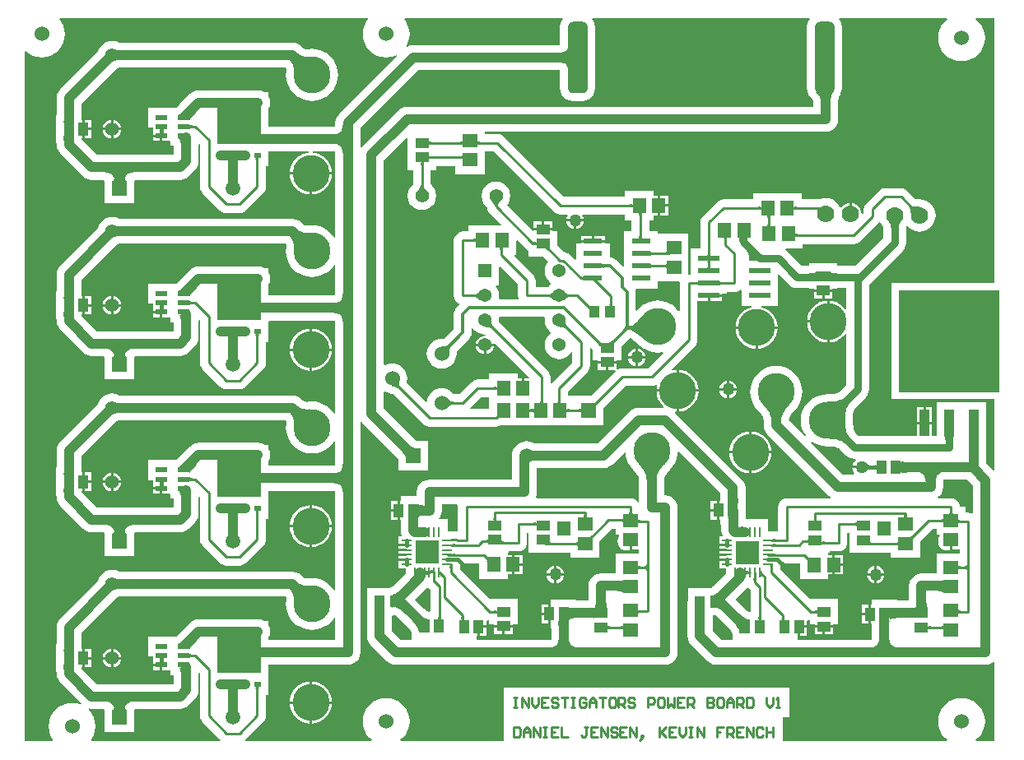
<source format=gtl>
G04 Layer_Physical_Order=1*
G04 Layer_Color=255*
%FSLAX25Y25*%
%MOIN*%
G70*
G01*
G75*
%ADD10R,0.04800X0.02100*%
%ADD11R,0.08661X0.02362*%
%ADD12R,0.05512X0.04331*%
%ADD13R,0.04331X0.05512*%
%ADD14R,0.07800X0.02200*%
%ADD15R,0.04000X0.10600*%
%ADD16R,0.41000X0.41200*%
%ADD17R,0.02559X0.02480*%
%ADD18R,0.09646X0.09646*%
%ADD19R,0.04347X0.01102*%
%ADD20R,0.01102X0.04347*%
%ADD21R,0.03937X0.05118*%
%ADD22R,0.05906X0.05512*%
%ADD23R,0.05512X0.05906*%
%ADD24C,0.01500*%
%ADD25C,0.04000*%
%ADD26C,0.01000*%
%ADD27C,0.03000*%
%ADD28C,0.01200*%
%ADD29R,0.05906X0.05906*%
%ADD30C,0.06000*%
%ADD31C,0.07000*%
%ADD32C,0.05906*%
%ADD33R,0.05400X0.05400*%
%ADD34C,0.05400*%
%ADD35C,0.15000*%
G04:AMPARAMS|DCode=36|XSize=290mil|YSize=80mil|CornerRadius=20mil|HoleSize=0mil|Usage=FLASHONLY|Rotation=90.000|XOffset=0mil|YOffset=0mil|HoleType=Round|Shape=RoundedRectangle|*
%AMROUNDEDRECTD36*
21,1,0.29000,0.04000,0,0,90.0*
21,1,0.25000,0.08000,0,0,90.0*
1,1,0.04000,0.02000,0.12500*
1,1,0.04000,0.02000,-0.12500*
1,1,0.04000,-0.02000,-0.12500*
1,1,0.04000,-0.02000,0.12500*
%
%ADD36ROUNDEDRECTD36*%
%ADD37C,0.06000*%
%ADD38C,0.02000*%
%ADD39C,0.05512*%
%ADD40C,0.05000*%
G36*
X397939Y280405D02*
X397969Y280320D01*
X398020Y280245D01*
X398091Y280180D01*
X398182Y280125D01*
X398293Y280080D01*
X398425Y280045D01*
X398576Y280020D01*
X398748Y280005D01*
X398941Y280000D01*
Y279000D01*
X398748Y278995D01*
X398576Y278980D01*
X398425Y278955D01*
X398293Y278920D01*
X398182Y278875D01*
X398091Y278820D01*
X398020Y278755D01*
X397969Y278680D01*
X397939Y278595D01*
X397929Y278500D01*
Y280500D01*
X397939Y280405D01*
D02*
G37*
G36*
X527714Y280389D02*
X527745Y280305D01*
X527795Y280229D01*
X527866Y280165D01*
X527957Y280110D01*
X528069Y280065D01*
X528200Y280030D01*
X528352Y280005D01*
X528524Y279990D01*
X528716Y279984D01*
Y278984D01*
X528524Y278979D01*
X528352Y278964D01*
X528200Y278940D01*
X528069Y278905D01*
X527957Y278859D01*
X527866Y278804D01*
X527795Y278740D01*
X527745Y278664D01*
X527714Y278579D01*
X527704Y278485D01*
Y280485D01*
X527714Y280389D01*
D02*
G37*
G36*
X392071Y279000D02*
X392061Y279095D01*
X392031Y279180D01*
X391980Y279255D01*
X391909Y279320D01*
X391818Y279375D01*
X391707Y279420D01*
X391575Y279455D01*
X391424Y279480D01*
X391251Y279495D01*
X391059Y279500D01*
Y280500D01*
X391251Y280505D01*
X391424Y280520D01*
X391575Y280545D01*
X391707Y280580D01*
X391818Y280625D01*
X391909Y280680D01*
X391980Y280745D01*
X392031Y280820D01*
X392061Y280905D01*
X392071Y281000D01*
Y279000D01*
D02*
G37*
G36*
X521847Y278984D02*
X521837Y279080D01*
X521806Y279165D01*
X521756Y279240D01*
X521685Y279305D01*
X521594Y279360D01*
X521483Y279404D01*
X521351Y279439D01*
X521199Y279465D01*
X521027Y279480D01*
X520835Y279485D01*
Y280485D01*
X521027Y280489D01*
X521199Y280504D01*
X521351Y280529D01*
X521483Y280564D01*
X521594Y280609D01*
X521685Y280664D01*
X521756Y280730D01*
X521806Y280804D01*
X521837Y280890D01*
X521847Y280984D01*
Y278984D01*
D02*
G37*
G36*
X309189Y286559D02*
X309309Y286433D01*
X309509Y286321D01*
X309789Y286225D01*
X310149Y286143D01*
X310589Y286076D01*
X311709Y285986D01*
X313149Y285957D01*
Y281957D01*
X312389Y281949D01*
X310149Y281771D01*
X309789Y281689D01*
X309509Y281592D01*
X309309Y281481D01*
X309189Y281354D01*
X309149Y281213D01*
X309120Y281173D01*
X309094Y281053D01*
X309071Y280853D01*
X309034Y280213D01*
X308996Y277213D01*
X304996D01*
X304843Y281213D01*
X309149D01*
Y286701D01*
X309189Y286559D01*
D02*
G37*
G36*
X325041Y285913D02*
X324970Y285370D01*
Y275847D01*
X324613Y275535D01*
X322319D01*
X321854Y275474D01*
X320972D01*
Y280449D01*
X317676D01*
X317455Y280897D01*
X317867Y281435D01*
X318371Y282651D01*
X318543Y283957D01*
Y286414D01*
X324632D01*
X325041Y285913D01*
D02*
G37*
G36*
X356768Y277500D02*
X356758Y277595D01*
X356728Y277680D01*
X356677Y277755D01*
X356606Y277820D01*
X356515Y277875D01*
X356404Y277920D01*
X356272Y277955D01*
X356120Y277980D01*
X355948Y277995D01*
X355756Y278000D01*
Y279000D01*
X355948Y279005D01*
X356120Y279020D01*
X356272Y279045D01*
X356404Y279080D01*
X356515Y279125D01*
X356606Y279180D01*
X356677Y279245D01*
X356728Y279320D01*
X356758Y279405D01*
X356768Y279500D01*
Y277500D01*
D02*
G37*
G36*
X486544Y277484D02*
X486534Y277579D01*
X486503Y277664D01*
X486453Y277740D01*
X486382Y277804D01*
X486291Y277859D01*
X486179Y277905D01*
X486048Y277940D01*
X485896Y277964D01*
X485724Y277979D01*
X485532Y277984D01*
Y278984D01*
X485724Y278990D01*
X485896Y279005D01*
X486048Y279029D01*
X486179Y279064D01*
X486291Y279110D01*
X486382Y279165D01*
X486453Y279229D01*
X486503Y279305D01*
X486534Y279390D01*
X486544Y279485D01*
Y277484D01*
D02*
G37*
G36*
X525281Y283432D02*
X525296Y283262D01*
X525321Y283112D01*
X525356Y282982D01*
X525401Y282872D01*
X525456Y282782D01*
X525521Y282712D01*
X525596Y282662D01*
X525681Y282632D01*
X525776Y282622D01*
X523776D01*
X523871Y282632D01*
X523956Y282662D01*
X524031Y282712D01*
X524096Y282782D01*
X524151Y282872D01*
X524196Y282982D01*
X524231Y283112D01*
X524256Y283262D01*
X524271Y283432D01*
X524276Y283622D01*
X525276D01*
X525281Y283432D01*
D02*
G37*
G36*
X244685Y283614D02*
X244600Y283583D01*
X244525Y283533D01*
X244460Y283462D01*
X244405Y283371D01*
X244359Y283260D01*
X244324Y283128D01*
X244300Y282976D01*
X244285Y282804D01*
X244280Y282612D01*
X243280D01*
X243274Y282804D01*
X243260Y282976D01*
X243234Y283128D01*
X243199Y283260D01*
X243155Y283371D01*
X243099Y283462D01*
X243035Y283533D01*
X242959Y283583D01*
X242875Y283614D01*
X242779Y283624D01*
X244779D01*
X244685Y283614D01*
D02*
G37*
G36*
X533733Y294135D02*
Y283003D01*
X533232Y282669D01*
X532689Y282894D01*
X531776Y283015D01*
X530728D01*
Y285634D01*
X528269D01*
X528186Y286268D01*
X527833Y287120D01*
X527272Y287851D01*
X526541Y288412D01*
X525689Y288765D01*
X524776Y288885D01*
X519520D01*
X519350Y289385D01*
X520066Y289934D01*
X520867Y290978D01*
X521371Y292195D01*
X521543Y293500D01*
X521543Y293500D01*
Y295748D01*
X521552Y295916D01*
X521601Y296195D01*
X521648Y296335D01*
X521654Y296346D01*
X521665Y296352D01*
X521805Y296399D01*
X522084Y296448D01*
X522252Y296457D01*
X531411D01*
X533733Y294135D01*
D02*
G37*
G36*
X395505Y283448D02*
X395520Y283278D01*
X395545Y283128D01*
X395580Y282998D01*
X395625Y282888D01*
X395680Y282798D01*
X395745Y282728D01*
X395820Y282678D01*
X395905Y282648D01*
X396000Y282638D01*
X394000D01*
X394095Y282648D01*
X394180Y282678D01*
X394255Y282728D01*
X394320Y282798D01*
X394375Y282888D01*
X394420Y282998D01*
X394455Y283128D01*
X394480Y283278D01*
X394495Y283448D01*
X394500Y283638D01*
X395500D01*
X395505Y283448D01*
D02*
G37*
G36*
X340505Y280871D02*
X340520Y280698D01*
X340545Y280547D01*
X340580Y280415D01*
X340625Y280304D01*
X340680Y280213D01*
X340745Y280142D01*
X340820Y280091D01*
X340905Y280061D01*
X341000Y280051D01*
X339000D01*
X339095Y280061D01*
X339180Y280091D01*
X339255Y280142D01*
X339320Y280213D01*
X339375Y280304D01*
X339420Y280415D01*
X339455Y280547D01*
X339480Y280698D01*
X339495Y280871D01*
X339500Y281063D01*
X340500D01*
X340505Y280871D01*
D02*
G37*
G36*
X470281Y280855D02*
X470296Y280683D01*
X470321Y280531D01*
X470356Y280400D01*
X470401Y280288D01*
X470456Y280197D01*
X470521Y280126D01*
X470596Y280076D01*
X470681Y280045D01*
X470776Y280035D01*
X468776D01*
X468871Y280045D01*
X468956Y280076D01*
X469031Y280126D01*
X469096Y280197D01*
X469151Y280288D01*
X469196Y280400D01*
X469231Y280531D01*
X469256Y280683D01*
X469271Y280855D01*
X469276Y281047D01*
X470276D01*
X470281Y280855D01*
D02*
G37*
G36*
X377005Y281948D02*
X377020Y281778D01*
X377045Y281628D01*
X377080Y281498D01*
X377125Y281388D01*
X377180Y281298D01*
X377245Y281228D01*
X377320Y281178D01*
X377405Y281148D01*
X377500Y281138D01*
X375500D01*
X375595Y281148D01*
X375680Y281178D01*
X375755Y281228D01*
X375820Y281298D01*
X375875Y281388D01*
X375920Y281498D01*
X375955Y281628D01*
X375980Y281778D01*
X375995Y281948D01*
X376000Y282138D01*
X377000D01*
X377005Y281948D01*
D02*
G37*
G36*
X506781Y281932D02*
X506796Y281762D01*
X506821Y281612D01*
X506856Y281482D01*
X506901Y281372D01*
X506956Y281282D01*
X507021Y281212D01*
X507096Y281162D01*
X507181Y281132D01*
X507276Y281122D01*
X505276D01*
X505371Y281132D01*
X505456Y281162D01*
X505531Y281212D01*
X505596Y281282D01*
X505651Y281372D01*
X505696Y281482D01*
X505731Y281612D01*
X505756Y281762D01*
X505771Y281932D01*
X505776Y282122D01*
X506776D01*
X506781Y281932D01*
D02*
G37*
G36*
X467044Y270441D02*
X467034Y270536D01*
X467003Y270621D01*
X466953Y270696D01*
X466882Y270761D01*
X466791Y270816D01*
X466679Y270861D01*
X466548Y270896D01*
X466396Y270921D01*
X466224Y270936D01*
X466032Y270941D01*
Y271941D01*
X466224Y271946D01*
X466396Y271961D01*
X466548Y271986D01*
X466679Y272021D01*
X466791Y272066D01*
X466882Y272121D01*
X466953Y272186D01*
X467003Y272261D01*
X467034Y272346D01*
X467044Y272441D01*
Y270441D01*
D02*
G37*
G36*
X342742Y271862D02*
X342772Y271777D01*
X342823Y271702D01*
X342894Y271637D01*
X342985Y271582D01*
X343096Y271537D01*
X343228Y271502D01*
X343380Y271477D01*
X343552Y271462D01*
X343744Y271457D01*
Y270457D01*
X343552Y270452D01*
X343380Y270437D01*
X343228Y270412D01*
X343096Y270377D01*
X342985Y270332D01*
X342894Y270277D01*
X342823Y270212D01*
X342772Y270137D01*
X342742Y270052D01*
X342732Y269957D01*
Y271957D01*
X342742Y271862D01*
D02*
G37*
G36*
X453713Y271489D02*
X453522Y271488D01*
X452873Y271445D01*
X452803Y271430D01*
X452752Y271411D01*
X452723Y271391D01*
X452712Y271368D01*
Y272446D01*
X452723Y272454D01*
X452752Y272462D01*
X452803Y272468D01*
X452962Y272478D01*
X453713Y272489D01*
Y271489D01*
D02*
G37*
G36*
X337268Y270457D02*
X337258Y270552D01*
X337228Y270637D01*
X337177Y270712D01*
X337106Y270777D01*
X337015Y270832D01*
X336904Y270877D01*
X336772Y270912D01*
X336620Y270937D01*
X336448Y270952D01*
X336256Y270957D01*
Y271957D01*
X336448Y271962D01*
X336620Y271977D01*
X336772Y272002D01*
X336904Y272037D01*
X337015Y272082D01*
X337106Y272137D01*
X337177Y272202D01*
X337228Y272277D01*
X337258Y272362D01*
X337268Y272457D01*
Y270457D01*
D02*
G37*
G36*
X492018Y271346D02*
X492049Y271261D01*
X492100Y271186D01*
X492171Y271121D01*
X492262Y271066D01*
X492374Y271021D01*
X492505Y270986D01*
X492656Y270961D01*
X492828Y270946D01*
X493019Y270941D01*
Y269941D01*
X492830Y269940D01*
X492109Y269889D01*
X492060Y269873D01*
X492029Y269855D01*
X492020Y269835D01*
X492007Y271441D01*
X492018Y271346D01*
D02*
G37*
G36*
X373571Y269457D02*
X373561Y269552D01*
X373531Y269637D01*
X373480Y269712D01*
X373409Y269777D01*
X373318Y269832D01*
X373207Y269877D01*
X373075Y269912D01*
X372924Y269937D01*
X372751Y269952D01*
X372559Y269957D01*
Y270957D01*
X372751Y270962D01*
X372924Y270977D01*
X373075Y271002D01*
X373207Y271037D01*
X373318Y271082D01*
X373409Y271137D01*
X373480Y271202D01*
X373531Y271277D01*
X373561Y271362D01*
X373571Y271457D01*
Y269457D01*
D02*
G37*
G36*
X472518Y271846D02*
X472548Y271761D01*
X472599Y271686D01*
X472669Y271621D01*
X472760Y271566D01*
X472872Y271521D01*
X473003Y271486D01*
X473155Y271461D01*
X473327Y271446D01*
X473520Y271441D01*
Y270441D01*
X473327Y270436D01*
X473155Y270421D01*
X473003Y270396D01*
X472872Y270361D01*
X472760Y270316D01*
X472669Y270261D01*
X472599Y270196D01*
X472548Y270121D01*
X472518Y270036D01*
X472507Y269941D01*
Y271941D01*
X472518Y271846D01*
D02*
G37*
G36*
X362243Y271362D02*
X362274Y271277D01*
X362325Y271202D01*
X362396Y271137D01*
X362487Y271082D01*
X362598Y271037D01*
X362729Y271002D01*
X362881Y270977D01*
X363052Y270962D01*
X363244Y270957D01*
Y269957D01*
X363054Y269956D01*
X362334Y269905D01*
X362284Y269889D01*
X362254Y269871D01*
X362244Y269851D01*
X362232Y271457D01*
X362243Y271362D01*
D02*
G37*
G36*
X500323Y276260D02*
Y273971D01*
X495031D01*
Y277154D01*
Y279454D01*
X500323D01*
Y276260D01*
D02*
G37*
G36*
X236000Y273717D02*
X231866D01*
X231879Y273747D01*
X231890Y273811D01*
X231900Y273910D01*
X231922Y274409D01*
X231933Y275552D01*
X235933D01*
X236000Y273717D01*
D02*
G37*
G36*
X194067Y278108D02*
X193307Y278068D01*
X192627Y277948D01*
X192027Y277748D01*
X191507Y277468D01*
X191067Y277108D01*
X190707Y276668D01*
X190427Y276148D01*
X190275Y275691D01*
X190302Y275549D01*
X190406Y275189D01*
X190528Y274909D01*
X190669Y274709D01*
X190829Y274589D01*
X191008Y274549D01*
X190090D01*
X190067Y274108D01*
X186067D01*
X186044Y274549D01*
X185126D01*
X185305Y274589D01*
X185465Y274709D01*
X185606Y274909D01*
X185728Y275189D01*
X185832Y275549D01*
X185859Y275691D01*
X185707Y276148D01*
X185427Y276668D01*
X185067Y277108D01*
X184627Y277468D01*
X184107Y277748D01*
X183507Y277948D01*
X182827Y278068D01*
X182067Y278108D01*
X188067Y282108D01*
X194067Y278108D01*
D02*
G37*
G36*
X370547Y276276D02*
Y273987D01*
X365256D01*
Y279470D01*
X370547D01*
Y276276D01*
D02*
G37*
G36*
X438638Y281216D02*
X438666Y281096D01*
X438691Y280896D01*
X438730Y280256D01*
X438771Y277327D01*
X440752Y277421D01*
Y277263D01*
X441291Y277260D01*
Y273260D01*
X440752Y273235D01*
Y273099D01*
X440718Y273130D01*
X440616Y273157D01*
X440446Y273181D01*
X440208Y273202D01*
X440124Y273205D01*
X437893Y273099D01*
Y273257D01*
X437354Y273260D01*
Y277256D01*
X434772D01*
X434767Y278016D01*
X434602Y280616D01*
X434540Y280896D01*
X434469Y281096D01*
X434389Y281216D01*
X434299Y281256D01*
X438606D01*
X438638Y281216D01*
D02*
G37*
G36*
X323937Y271505D02*
X323747Y271503D01*
X323097Y271461D01*
X323027Y271445D01*
X322977Y271427D01*
X322947Y271406D01*
X322937Y271383D01*
Y272462D01*
X322947Y272470D01*
X322977Y272477D01*
X323027Y272484D01*
X323187Y272494D01*
X323937Y272505D01*
Y271505D01*
D02*
G37*
G36*
X380148Y273397D02*
X379944Y273186D01*
X379625Y272811D01*
X379509Y272646D01*
X379424Y272497D01*
X379368Y272363D01*
X379342Y272245D01*
X379345Y272142D01*
X379378Y272055D01*
X379441Y271983D01*
X377893Y273264D01*
X377976Y273213D01*
X378073Y273189D01*
X378183Y273193D01*
X378305Y273223D01*
X378440Y273280D01*
X378588Y273364D01*
X378748Y273476D01*
X378922Y273614D01*
X379108Y273779D01*
X379307Y273971D01*
X380148Y273397D01*
D02*
G37*
G36*
X509924Y273382D02*
X509719Y273171D01*
X509400Y272795D01*
X509285Y272631D01*
X509200Y272481D01*
X509144Y272348D01*
X509117Y272230D01*
X509121Y272127D01*
X509154Y272040D01*
X509216Y271968D01*
X507668Y273248D01*
X507752Y273198D01*
X507849Y273174D01*
X507958Y273177D01*
X508080Y273208D01*
X508215Y273265D01*
X508363Y273349D01*
X508524Y273460D01*
X508697Y273598D01*
X508883Y273763D01*
X509083Y273955D01*
X509924Y273382D01*
D02*
G37*
G36*
X438606Y286744D02*
X434299D01*
X434329Y286784D01*
X434355Y286904D01*
X434378Y287104D01*
X434414Y287744D01*
X434453Y290744D01*
X438453D01*
X438606Y286744D01*
D02*
G37*
G36*
X458633Y326007D02*
X458080Y325370D01*
X457592Y324732D01*
X457170Y324095D01*
X456812Y323458D01*
X456520Y322821D01*
X456292Y322183D01*
X456130Y321546D01*
X456033Y320909D01*
X456000Y320272D01*
X452000D01*
X451967Y320909D01*
X451870Y321546D01*
X451708Y322183D01*
X451480Y322821D01*
X451188Y323458D01*
X450830Y324095D01*
X450408Y324732D01*
X449920Y325370D01*
X449368Y326007D01*
X448750Y326644D01*
X459250D01*
X458633Y326007D01*
D02*
G37*
G36*
X259911Y326561D02*
X260418Y326157D01*
X260937Y325812D01*
X261466Y325524D01*
X262007Y325295D01*
X262559Y325125D01*
X263122Y325012D01*
X263696Y324958D01*
X264281Y324962D01*
X264877Y325024D01*
X258585Y318731D01*
X258647Y319327D01*
X258650Y319912D01*
X258596Y320486D01*
X258484Y321049D01*
X258313Y321601D01*
X258084Y322142D01*
X257797Y322672D01*
X257451Y323190D01*
X257048Y323697D01*
X256586Y324194D01*
X259414Y327022D01*
X259911Y326561D01*
D02*
G37*
G36*
X369191Y325405D02*
X369221Y325320D01*
X369271Y325245D01*
X369341Y325180D01*
X369431Y325125D01*
X369541Y325080D01*
X369671Y325045D01*
X369821Y325020D01*
X369991Y325005D01*
X370181Y325000D01*
Y324000D01*
X369991Y323995D01*
X369821Y323980D01*
X369671Y323955D01*
X369541Y323920D01*
X369431Y323875D01*
X369341Y323820D01*
X369271Y323755D01*
X369221Y323680D01*
X369191Y323595D01*
X369181Y323500D01*
Y325500D01*
X369191Y325405D01*
D02*
G37*
G36*
X483939Y327818D02*
X483561Y327386D01*
X483224Y326890D01*
X482928Y326329D01*
X482673Y325703D01*
X482458Y325011D01*
X482285Y324254D01*
X482152Y323432D01*
X482060Y322545D01*
X482000Y320575D01*
X474575Y328000D01*
X475593Y328010D01*
X477432Y328152D01*
X478254Y328285D01*
X479011Y328458D01*
X479703Y328673D01*
X480329Y328928D01*
X480890Y329224D01*
X481387Y329561D01*
X481817Y329939D01*
X483939Y327818D01*
D02*
G37*
G36*
X355072Y308154D02*
X355136Y308143D01*
X355235Y308133D01*
X355734Y308111D01*
X356877Y308100D01*
Y304100D01*
X355042Y304033D01*
Y308167D01*
X355072Y308154D01*
D02*
G37*
G36*
X304947Y311076D02*
X306420Y309829D01*
X307071Y309375D01*
X307665Y309035D01*
X308202Y308807D01*
X308682Y308693D01*
X309106Y308692D01*
X309473Y308804D01*
X309783Y309029D01*
X304138Y303384D01*
X304363Y303694D01*
X304475Y304061D01*
X304474Y304485D01*
X304360Y304965D01*
X304132Y305502D01*
X303792Y306096D01*
X303338Y306747D01*
X302771Y307455D01*
X301298Y309041D01*
X304126Y311869D01*
X304947Y311076D01*
D02*
G37*
G36*
X525895Y314082D02*
X525812Y313992D01*
X525739Y313842D01*
X525676Y313632D01*
X525622Y313362D01*
X525578Y313032D01*
X525520Y312192D01*
X525500Y311112D01*
X522500D01*
X522495Y311682D01*
X522378Y313362D01*
X522324Y313632D01*
X522261Y313842D01*
X522188Y313992D01*
X522105Y314082D01*
X522012Y314112D01*
X525988D01*
X525895Y314082D01*
D02*
G37*
G36*
X482010Y319407D02*
X482152Y317568D01*
X482285Y316746D01*
X482458Y315989D01*
X482673Y315297D01*
X482928Y314671D01*
X483224Y314110D01*
X483561Y313614D01*
X483939Y313182D01*
X481817Y311061D01*
X481387Y311439D01*
X480890Y311776D01*
X480329Y312072D01*
X479703Y312328D01*
X479011Y312542D01*
X478254Y312715D01*
X477432Y312848D01*
X476545Y312940D01*
X474575Y313000D01*
X482000Y320425D01*
X482010Y319407D01*
D02*
G37*
G36*
X359505Y328249D02*
X359520Y328076D01*
X359545Y327925D01*
X359580Y327793D01*
X359625Y327682D01*
X359680Y327591D01*
X359745Y327520D01*
X359820Y327469D01*
X359905Y327439D01*
X360000Y327429D01*
X358000D01*
X358095Y327439D01*
X358180Y327469D01*
X358255Y327520D01*
X358320Y327591D01*
X358375Y327682D01*
X358420Y327793D01*
X358455Y327925D01*
X358480Y328076D01*
X358495Y328249D01*
X358500Y328441D01*
X359500D01*
X359505Y328249D01*
D02*
G37*
G36*
X381648Y327441D02*
X381449Y327235D01*
X381135Y326866D01*
X381021Y326702D01*
X380935Y326554D01*
X380877Y326420D01*
X380848Y326300D01*
X380846Y326194D01*
X380873Y326103D01*
X380929Y326027D01*
X379526Y327429D01*
X379603Y327373D01*
X379694Y327346D01*
X379800Y327347D01*
X379920Y327377D01*
X380054Y327435D01*
X380203Y327521D01*
X380365Y327635D01*
X380543Y327778D01*
X380941Y328148D01*
X381648Y327441D01*
D02*
G37*
G36*
X340819Y332500D02*
X340809Y332595D01*
X340779Y332680D01*
X340729Y332755D01*
X340659Y332820D01*
X340569Y332875D01*
X340459Y332920D01*
X340329Y332955D01*
X340179Y332980D01*
X340009Y332995D01*
X339819Y333000D01*
Y334000D01*
X340009Y334005D01*
X340179Y334020D01*
X340329Y334045D01*
X340459Y334080D01*
X340569Y334125D01*
X340659Y334180D01*
X340729Y334245D01*
X340779Y334320D01*
X340809Y334405D01*
X340819Y334500D01*
Y332500D01*
D02*
G37*
G36*
X366548Y328249D02*
X366563Y328076D01*
X366588Y327925D01*
X366623Y327793D01*
X366668Y327682D01*
X366723Y327591D01*
X366788Y327520D01*
X366863Y327469D01*
X366948Y327439D01*
X367043Y327429D01*
X365043D01*
X365138Y327439D01*
X365223Y327469D01*
X365298Y327520D01*
X365363Y327591D01*
X365418Y327682D01*
X365463Y327793D01*
X365498Y327925D01*
X365523Y328076D01*
X365538Y328249D01*
X365543Y328441D01*
X366543D01*
X366548Y328249D01*
D02*
G37*
G36*
X355831Y323500D02*
X355821Y323595D01*
X355791Y323680D01*
X355740Y323755D01*
X355669Y323820D01*
X355578Y323875D01*
X355467Y323920D01*
X355335Y323955D01*
X355183Y323980D01*
X355011Y323995D01*
X355001Y323995D01*
X354991Y323995D01*
X354821Y323980D01*
X354671Y323955D01*
X354541Y323920D01*
X354431Y323875D01*
X354341Y323820D01*
X354271Y323755D01*
X354221Y323680D01*
X354191Y323595D01*
X354181Y323500D01*
Y325500D01*
X354191Y325405D01*
X354221Y325320D01*
X354271Y325245D01*
X354341Y325180D01*
X354431Y325125D01*
X354541Y325080D01*
X354671Y325045D01*
X354821Y325020D01*
X354991Y325005D01*
X355001Y325005D01*
X355011Y325005D01*
X355183Y325020D01*
X355335Y325045D01*
X355467Y325080D01*
X355578Y325125D01*
X355669Y325180D01*
X355740Y325245D01*
X355791Y325320D01*
X355821Y325405D01*
X355831Y325500D01*
Y323500D01*
D02*
G37*
G36*
X375071Y323500D02*
X375061Y323595D01*
X375031Y323680D01*
X374980Y323755D01*
X374909Y323820D01*
X374818Y323875D01*
X374707Y323920D01*
X374575Y323955D01*
X374424Y323980D01*
X374252Y323995D01*
X374059Y324000D01*
Y325000D01*
X374252Y325005D01*
X374424Y325020D01*
X374575Y325045D01*
X374707Y325080D01*
X374818Y325125D01*
X374909Y325180D01*
X374980Y325245D01*
X375031Y325320D01*
X375061Y325405D01*
X375071Y325500D01*
Y323500D01*
D02*
G37*
G36*
X320951Y329296D02*
X321536Y328784D01*
X321814Y328576D01*
X322080Y328400D01*
X322337Y328256D01*
X322583Y328144D01*
X322818Y328064D01*
X323043Y328016D01*
X323258Y328000D01*
Y327000D01*
X323043Y326984D01*
X322818Y326936D01*
X322583Y326856D01*
X322337Y326744D01*
X322080Y326600D01*
X321814Y326424D01*
X321536Y326216D01*
X320951Y325704D01*
X320642Y325400D01*
Y329600D01*
X320951Y329296D01*
D02*
G37*
G36*
X337807Y325030D02*
X330176D01*
X329985Y325492D01*
X334462Y329970D01*
X337807D01*
Y325030D01*
D02*
G37*
G36*
X522500Y299500D02*
X522500D01*
X522500Y299500D01*
X521740Y299460D01*
X521060Y299340D01*
X520460Y299140D01*
X519940Y298860D01*
X519500Y298500D01*
X519140Y298060D01*
X518860Y297540D01*
X518727Y297140D01*
X518660Y296940D01*
X518540Y296260D01*
X518500Y295500D01*
X514500D01*
X514460Y296260D01*
X514340Y296940D01*
X514140Y297540D01*
X513860Y298060D01*
X513500Y298500D01*
X513060Y298860D01*
X512540Y299140D01*
X511940Y299340D01*
X511260Y299460D01*
X510500Y299500D01*
X510500Y299500D01*
X510500D01*
X516500Y303500D01*
X522500Y299500D01*
D02*
G37*
G36*
X282500Y297000D02*
X278500Y291000D01*
X278460Y291760D01*
X278340Y292440D01*
X278140Y293040D01*
X277860Y293560D01*
X277500Y294000D01*
X277060Y294360D01*
X276540Y294640D01*
X275940Y294840D01*
X275260Y294960D01*
X274500Y295000D01*
Y299000D01*
X275260Y299040D01*
X275940Y299160D01*
X276540Y299360D01*
X277060Y299640D01*
X277500Y300000D01*
X277860Y300440D01*
X278140Y300960D01*
X278340Y301560D01*
X278460Y302240D01*
X278500Y303000D01*
X282500Y297000D01*
D02*
G37*
G36*
X408133Y302007D02*
X407580Y301370D01*
X407093Y300732D01*
X406670Y300095D01*
X406313Y299458D01*
X406020Y298821D01*
X405793Y298183D01*
X405630Y297546D01*
X405533Y296909D01*
X405500Y296272D01*
X401500D01*
X401468Y296909D01*
X401370Y297546D01*
X401207Y298183D01*
X400980Y298821D01*
X400688Y299458D01*
X400330Y300095D01*
X399907Y300732D01*
X399420Y301370D01*
X398868Y302007D01*
X398250Y302644D01*
X408750D01*
X408133Y302007D01*
D02*
G37*
G36*
X216486Y297513D02*
X216516Y297428D01*
X216567Y297353D01*
X216638Y297288D01*
X216729Y297233D01*
X216840Y297188D01*
X216972Y297153D01*
X217124Y297128D01*
X217296Y297113D01*
X217488Y297108D01*
Y296108D01*
X217296Y296103D01*
X217124Y296088D01*
X216972Y296063D01*
X216840Y296028D01*
X216729Y295983D01*
X216638Y295928D01*
X216567Y295863D01*
X216516Y295788D01*
X216486Y295703D01*
X216476Y295608D01*
Y297608D01*
X216486Y297513D01*
D02*
G37*
G36*
X216585Y291790D02*
X216672Y291670D01*
X216749Y291470D01*
X216816Y291190D01*
X216872Y290830D01*
X216954Y289870D01*
X216995Y288590D01*
X217000Y287830D01*
X213000D01*
X212987Y288590D01*
X212884Y289870D01*
X212794Y290390D01*
X212678Y290830D01*
X212536Y291190D01*
X212369Y291470D01*
X212176Y291670D01*
X211957Y291790D01*
X211712Y291830D01*
X216488D01*
X216585Y291790D01*
D02*
G37*
G36*
X393018Y307357D02*
X393097Y306352D01*
X393483Y304745D01*
X394115Y303218D01*
X394979Y301809D01*
X396052Y300552D01*
X396115Y300499D01*
X396636Y299961D01*
X397073Y299457D01*
X397442Y298975D01*
X397746Y298517D01*
X397989Y298084D01*
X398175Y297679D01*
X398310Y297299D01*
X398401Y296942D01*
X398453Y296602D01*
X398457Y296533D01*
Y287428D01*
X397957Y287266D01*
X397496Y287866D01*
X396765Y288427D01*
X395914Y288780D01*
X395000Y288900D01*
X356894D01*
X356560Y289400D01*
X356871Y290151D01*
X357043Y291457D01*
X357040Y291478D01*
X357043Y291500D01*
Y301057D01*
X383922D01*
X385228Y301229D01*
X386444Y301732D01*
X387488Y302534D01*
X392502Y307547D01*
X393018Y307357D01*
D02*
G37*
G36*
X245280Y289525D02*
X227720D01*
Y306416D01*
X245280D01*
Y289525D01*
D02*
G37*
G36*
X169671Y292829D02*
X169645Y292724D01*
X169622Y292549D01*
X169586Y291989D01*
X169547Y289364D01*
X165547D01*
X165394Y292864D01*
X169701D01*
X169671Y292829D01*
D02*
G37*
G36*
X494394Y300000D02*
X494379Y300143D01*
X494334Y300270D01*
X494259Y300382D01*
X494154Y300480D01*
X494019Y300563D01*
X493854Y300630D01*
X493659Y300682D01*
X493434Y300720D01*
X493179Y300743D01*
X492894Y300750D01*
Y302250D01*
X493179Y302257D01*
X493434Y302280D01*
X493659Y302318D01*
X493854Y302370D01*
X494019Y302437D01*
X494154Y302520D01*
X494259Y302618D01*
X494334Y302730D01*
X494379Y302857D01*
X494394Y303000D01*
Y300000D01*
D02*
G37*
G36*
X490483Y303060D02*
X490683Y302890D01*
X490886Y302740D01*
X491092Y302610D01*
X491300Y302500D01*
X491512Y302410D01*
X491726Y302340D01*
X491943Y302290D01*
X492162Y302260D01*
X492385Y302250D01*
Y300750D01*
X492162Y300740D01*
X491943Y300710D01*
X491726Y300660D01*
X491512Y300590D01*
X491300Y300500D01*
X491092Y300390D01*
X490886Y300260D01*
X490683Y300110D01*
X490483Y299940D01*
X490285Y299750D01*
Y303250D01*
X490483Y303060D01*
D02*
G37*
G36*
X255467Y320561D02*
X255547Y320303D01*
X255598Y320046D01*
X255624Y319779D01*
X255622Y319494D01*
X255575Y319044D01*
X255576Y318991D01*
X255468Y317608D01*
X255597Y315961D01*
X255983Y314353D01*
X256615Y312826D01*
X257479Y311417D01*
X258552Y310161D01*
X259809Y309087D01*
X261218Y308224D01*
X262745Y307591D01*
X264352Y307205D01*
X266000Y307076D01*
X267648Y307205D01*
X269255Y307591D01*
X270782Y308224D01*
X272191Y309087D01*
X273448Y310161D01*
X274521Y311417D01*
X274957Y312129D01*
X275457Y311988D01*
Y302752D01*
X275448Y302584D01*
X275399Y302305D01*
X275352Y302165D01*
X275346Y302154D01*
X275335Y302148D01*
X275195Y302101D01*
X274916Y302052D01*
X274748Y302043D01*
X248305D01*
Y303774D01*
X248368Y303855D01*
X248871Y305071D01*
X249043Y306376D01*
X248871Y307681D01*
X248368Y308898D01*
X248280Y309012D01*
Y310616D01*
X246688D01*
X246522Y310744D01*
X245305Y311247D01*
X244000Y311419D01*
X220128D01*
X218823Y311247D01*
X217606Y310744D01*
X216562Y309942D01*
X213420Y306800D01*
X212267Y305676D01*
X210843Y304398D01*
X199500D01*
Y296298D01*
X201500D01*
Y294558D01*
Y293368D01*
X204900D01*
Y292868D01*
X205400D01*
Y290818D01*
X208300D01*
X208700Y290577D01*
Y288818D01*
X209933D01*
X209957Y288523D01*
Y285151D01*
X178892D01*
X172713Y291331D01*
Y291852D01*
X172953D01*
Y295608D01*
Y299364D01*
X172713D01*
Y301364D01*
X172613D01*
X172590Y301960D01*
Y306066D01*
X186540Y320016D01*
X187866Y320565D01*
X255465D01*
X255467Y320561D01*
D02*
G37*
G36*
X354228Y303446D02*
X354185Y303408D01*
X354146Y303336D01*
X354112Y303231D01*
X354082Y303094D01*
X354057Y302923D01*
X354021Y302483D01*
X354000Y301575D01*
X350000Y301527D01*
X350306Y304752D01*
X354228Y303446D01*
D02*
G37*
G36*
X469718Y311116D02*
X471245Y310483D01*
X472852Y310097D01*
X474500Y309967D01*
X474572Y309973D01*
X476342Y309918D01*
X477036Y309847D01*
X477674Y309744D01*
X478224Y309618D01*
X478682Y309476D01*
X479049Y309326D01*
X479329Y309178D01*
X479532Y309041D01*
X479599Y308982D01*
X482291Y306291D01*
X483231Y305569D01*
X484325Y305116D01*
X485500Y304961D01*
X486029D01*
X486199Y304461D01*
X485825Y304174D01*
X485224Y303391D01*
X484846Y302479D01*
X484784Y302000D01*
X488500D01*
Y301000D01*
X484784D01*
X484846Y300521D01*
X485224Y299609D01*
X485658Y299043D01*
X485412Y298543D01*
X481089D01*
X468129Y311503D01*
X468441Y311898D01*
X469718Y311116D01*
D02*
G37*
G36*
X169701Y298352D02*
X165394D01*
X165423Y298392D01*
X165449Y298512D01*
X165472Y298712D01*
X165509Y299352D01*
X165547Y302352D01*
X169547D01*
X169701Y298352D01*
D02*
G37*
G36*
X219381Y302800D02*
X218831Y302245D01*
X216748Y299875D01*
X216604Y299641D01*
X216517Y299453D01*
X216488Y299310D01*
X211712Y301386D01*
X211868Y301429D01*
X212097Y301556D01*
X212399Y301768D01*
X212773Y302065D01*
X214335Y303465D01*
X216552Y305629D01*
X219381Y302800D01*
D02*
G37*
G36*
X504646Y304103D02*
X504766Y303976D01*
X504966Y303865D01*
X505246Y303768D01*
X505606Y303686D01*
X506046Y303619D01*
X507166Y303530D01*
X508606Y303500D01*
Y299500D01*
X507846Y299493D01*
X505606Y299314D01*
X505246Y299232D01*
X504966Y299135D01*
X504766Y299024D01*
X504646Y298897D01*
X504606Y298756D01*
Y304244D01*
X504646Y304103D01*
D02*
G37*
G36*
X503347Y269441D02*
X503337Y269536D01*
X503306Y269621D01*
X503256Y269696D01*
X503185Y269761D01*
X503094Y269816D01*
X502983Y269861D01*
X502851Y269896D01*
X502699Y269921D01*
X502527Y269936D01*
X502335Y269941D01*
Y270941D01*
X502527Y270946D01*
X502699Y270961D01*
X502851Y270986D01*
X502983Y271021D01*
X503094Y271066D01*
X503185Y271121D01*
X503256Y271186D01*
X503306Y271261D01*
X503337Y271346D01*
X503347Y271441D01*
Y269441D01*
D02*
G37*
G36*
X385742Y237452D02*
X385772Y237367D01*
X385823Y237292D01*
X385894Y237227D01*
X385985Y237172D01*
X386096Y237127D01*
X386228Y237092D01*
X386380Y237067D01*
X386552Y237052D01*
X386744Y237047D01*
Y236047D01*
X386552Y236042D01*
X386380Y236027D01*
X386228Y236002D01*
X386096Y235967D01*
X385985Y235922D01*
X385894Y235867D01*
X385823Y235802D01*
X385772Y235727D01*
X385742Y235642D01*
X385732Y235547D01*
Y237547D01*
X385742Y237452D01*
D02*
G37*
G36*
X521890Y235532D02*
X521880Y235627D01*
X521850Y235712D01*
X521799Y235787D01*
X521728Y235852D01*
X521637Y235907D01*
X521526Y235952D01*
X521394Y235987D01*
X521243Y236012D01*
X521070Y236027D01*
X520878Y236032D01*
Y237032D01*
X521070Y237037D01*
X521243Y237052D01*
X521394Y237077D01*
X521526Y237112D01*
X521637Y237157D01*
X521728Y237212D01*
X521799Y237277D01*
X521850Y237352D01*
X521880Y237437D01*
X521890Y237532D01*
Y235532D01*
D02*
G37*
G36*
X457237Y240493D02*
X457252Y240321D01*
X457277Y240169D01*
X457312Y240037D01*
X457357Y239926D01*
X457412Y239835D01*
X457477Y239764D01*
X457552Y239714D01*
X457637Y239683D01*
X457732Y239673D01*
X455732D01*
X455827Y239683D01*
X455912Y239714D01*
X455987Y239764D01*
X456052Y239835D01*
X456107Y239926D01*
X456152Y240037D01*
X456187Y240169D01*
X456212Y240321D01*
X456227Y240493D01*
X456232Y240685D01*
X457232D01*
X457237Y240493D01*
D02*
G37*
G36*
X392114Y235547D02*
X392104Y235642D01*
X392074Y235727D01*
X392023Y235802D01*
X391953Y235867D01*
X391862Y235922D01*
X391750Y235967D01*
X391619Y236002D01*
X391467Y236027D01*
X391295Y236042D01*
X391103Y236047D01*
Y237047D01*
X391295Y237052D01*
X391467Y237067D01*
X391619Y237092D01*
X391750Y237127D01*
X391862Y237172D01*
X391953Y237227D01*
X392023Y237292D01*
X392074Y237367D01*
X392104Y237452D01*
X392114Y237547D01*
Y235547D01*
D02*
G37*
G36*
X499922Y244673D02*
X500042Y244624D01*
X500242Y244580D01*
X500522Y244542D01*
X501322Y244484D01*
X503882Y244437D01*
Y240437D01*
X503122Y240425D01*
X501842Y240330D01*
X501322Y240246D01*
X500882Y240138D01*
X500522Y240006D01*
X500242Y239851D01*
X500042Y239671D01*
X499922Y239468D01*
X499882Y239241D01*
X499853Y239201D01*
X499826Y239081D01*
X499803Y238881D01*
X499767Y238241D01*
X499728Y235241D01*
X495728D01*
X495575Y239241D01*
X499882D01*
Y244728D01*
X499922Y244673D01*
D02*
G37*
G36*
X309361Y242035D02*
X310432Y241130D01*
X310945Y240762D01*
X311442Y240451D01*
X311924Y240196D01*
X312391Y239999D01*
X312843Y239857D01*
X313279Y239772D01*
X313701Y239744D01*
X309394Y234256D01*
X309366Y234678D01*
X309281Y235114D01*
X309139Y235566D01*
X308941Y236033D01*
X308687Y236515D01*
X308376Y237012D01*
X308008Y237525D01*
X307584Y238052D01*
X306565Y239153D01*
X308803Y242572D01*
X309361Y242035D01*
D02*
G37*
G36*
X515518Y237437D02*
X515548Y237352D01*
X515599Y237277D01*
X515669Y237212D01*
X515761Y237157D01*
X515872Y237112D01*
X516003Y237077D01*
X516155Y237052D01*
X516327Y237037D01*
X516519Y237032D01*
Y236032D01*
X516327Y236027D01*
X516155Y236012D01*
X516003Y235987D01*
X515872Y235952D01*
X515761Y235907D01*
X515669Y235852D01*
X515599Y235787D01*
X515548Y235712D01*
X515518Y235627D01*
X515508Y235532D01*
Y237532D01*
X515518Y237437D01*
D02*
G37*
G36*
X370146Y244689D02*
X370266Y244639D01*
X370466Y244595D01*
X370746Y244558D01*
X371546Y244499D01*
X374106Y244453D01*
Y240453D01*
X373346Y240441D01*
X372066Y240345D01*
X371546Y240261D01*
X371106Y240154D01*
X370746Y240022D01*
X370466Y239866D01*
X370266Y239687D01*
X370146Y239483D01*
X370106Y239256D01*
X370077Y239216D01*
X370051Y239096D01*
X370028Y238896D01*
X369991Y238256D01*
X369953Y235256D01*
X365953D01*
X365799Y239256D01*
X370106D01*
Y244744D01*
X370146Y244689D01*
D02*
G37*
G36*
X435624Y250355D02*
X434818Y249532D01*
X433324Y247785D01*
X433461Y247655D01*
X435624Y245512D01*
X433870Y241609D01*
X432990Y242460D01*
X431440Y243784D01*
X430770Y244256D01*
X430170Y244602D01*
X429639Y244822D01*
X429178Y244915D01*
X428786Y244882D01*
X428465Y244723D01*
X428213Y244438D01*
X429631Y246717D01*
X427469Y249532D01*
X427815Y249560D01*
X428185Y249645D01*
X428578Y249786D01*
X428993Y249984D01*
X429432Y250239D01*
X429894Y250550D01*
X430379Y250918D01*
X431418Y251823D01*
X431972Y252360D01*
X435624Y250355D01*
D02*
G37*
G36*
X385008Y247846D02*
X385186Y245606D01*
X385268Y245246D01*
X385365Y244966D01*
X385476Y244766D01*
X385603Y244646D01*
X385744Y244606D01*
X380256D01*
Y240299D01*
X380216Y240329D01*
X380096Y240355D01*
X379896Y240378D01*
X379256Y240414D01*
X376256Y240453D01*
Y244453D01*
X380256Y244606D01*
X380397Y244646D01*
X380524Y244766D01*
X380635Y244966D01*
X380732Y245246D01*
X380814Y245606D01*
X380881Y246046D01*
X380970Y247166D01*
X381000Y248606D01*
X385000D01*
X385008Y247846D01*
D02*
G37*
G36*
X470544Y241894D02*
X470534Y241989D01*
X470503Y242074D01*
X470453Y242149D01*
X470382Y242214D01*
X470291Y242269D01*
X470179Y242314D01*
X470048Y242349D01*
X469896Y242374D01*
X469724Y242389D01*
X469532Y242394D01*
Y243394D01*
X469724Y243399D01*
X469896Y243414D01*
X470048Y243439D01*
X470179Y243474D01*
X470291Y243519D01*
X470382Y243574D01*
X470453Y243639D01*
X470503Y243714D01*
X470534Y243799D01*
X470544Y243894D01*
Y241894D01*
D02*
G37*
G36*
X305849Y250371D02*
X305043Y249548D01*
X303548Y247800D01*
X303685Y247671D01*
X305849Y245527D01*
X304094Y241624D01*
X303215Y242476D01*
X301665Y243799D01*
X300995Y244272D01*
X300394Y244618D01*
X299863Y244837D01*
X299402Y244931D01*
X299011Y244898D01*
X298689Y244739D01*
X298438Y244453D01*
X299855Y246732D01*
X297693Y249547D01*
X298040Y249575D01*
X298409Y249660D01*
X298802Y249802D01*
X299218Y250000D01*
X299657Y250254D01*
X300118Y250565D01*
X300603Y250933D01*
X301642Y251838D01*
X302197Y252376D01*
X305849Y250371D01*
D02*
G37*
G36*
X447781Y240536D02*
X447796Y240364D01*
X447821Y240212D01*
X447856Y240081D01*
X447901Y239969D01*
X447956Y239878D01*
X448021Y239808D01*
X448096Y239757D01*
X448181Y239726D01*
X448276Y239716D01*
X446276D01*
X446371Y239726D01*
X446456Y239757D01*
X446531Y239808D01*
X446596Y239878D01*
X446651Y239969D01*
X446696Y240081D01*
X446731Y240212D01*
X446756Y240364D01*
X446771Y240536D01*
X446776Y240728D01*
X447776D01*
X447781Y240536D01*
D02*
G37*
G36*
X327462Y240508D02*
X327477Y240336D01*
X327502Y240184D01*
X327537Y240053D01*
X327582Y239942D01*
X327637Y239850D01*
X327702Y239780D01*
X327777Y239729D01*
X327862Y239699D01*
X327957Y239689D01*
X325957D01*
X326052Y239699D01*
X326137Y239729D01*
X326212Y239780D01*
X326277Y239850D01*
X326332Y239942D01*
X326377Y240053D01*
X326412Y240184D01*
X326437Y240336D01*
X326452Y240508D01*
X326457Y240701D01*
X327457D01*
X327462Y240508D01*
D02*
G37*
G36*
X514783Y247831D02*
X514962Y245591D01*
X515043Y245231D01*
X515140Y244951D01*
X515252Y244751D01*
X515378Y244631D01*
X515520Y244591D01*
X510032D01*
Y240284D01*
X509992Y240313D01*
X509872Y240339D01*
X509672Y240362D01*
X509032Y240399D01*
X506032Y240437D01*
Y244437D01*
X510032Y244591D01*
X510173Y244631D01*
X510299Y244751D01*
X510411Y244951D01*
X510508Y245231D01*
X510590Y245591D01*
X510657Y246031D01*
X510746Y247151D01*
X510776Y248591D01*
X514776D01*
X514783Y247831D01*
D02*
G37*
G36*
X318005Y240552D02*
X318020Y240380D01*
X318045Y240228D01*
X318080Y240096D01*
X318125Y239985D01*
X318180Y239894D01*
X318245Y239823D01*
X318320Y239772D01*
X318405Y239742D01*
X318500Y239732D01*
X316500D01*
X316595Y239742D01*
X316680Y239772D01*
X316755Y239823D01*
X316820Y239894D01*
X316875Y239985D01*
X316920Y240096D01*
X316955Y240228D01*
X316980Y240380D01*
X316995Y240552D01*
X317000Y240744D01*
X318000D01*
X318005Y240552D01*
D02*
G37*
G36*
X169671Y221329D02*
X169645Y221224D01*
X169622Y221049D01*
X169586Y220489D01*
X169547Y217864D01*
X165547D01*
X165394Y221364D01*
X169701D01*
X169671Y221329D01*
D02*
G37*
G36*
X216585Y220290D02*
X216672Y220170D01*
X216749Y219970D01*
X216816Y219690D01*
X216872Y219330D01*
X216954Y218370D01*
X216995Y217090D01*
X217000Y216330D01*
X213000D01*
X212987Y217090D01*
X212884Y218370D01*
X212794Y218890D01*
X212678Y219330D01*
X212536Y219690D01*
X212369Y219970D01*
X212176Y220170D01*
X211957Y220290D01*
X211712Y220330D01*
X216488D01*
X216585Y220290D01*
D02*
G37*
G36*
X216486Y226013D02*
X216516Y225928D01*
X216567Y225853D01*
X216638Y225788D01*
X216729Y225733D01*
X216840Y225688D01*
X216972Y225653D01*
X217124Y225628D01*
X217296Y225613D01*
X217488Y225608D01*
Y224608D01*
X217296Y224603D01*
X217124Y224588D01*
X216972Y224563D01*
X216840Y224528D01*
X216729Y224483D01*
X216638Y224428D01*
X216567Y224363D01*
X216516Y224288D01*
X216486Y224203D01*
X216476Y224108D01*
Y226108D01*
X216486Y226013D01*
D02*
G37*
G36*
X245280Y218025D02*
X227720D01*
Y234916D01*
X245280D01*
Y218025D01*
D02*
G37*
G36*
X236000Y202217D02*
X231866D01*
X231879Y202247D01*
X231890Y202311D01*
X231900Y202410D01*
X231922Y202909D01*
X231933Y204052D01*
X235933D01*
X236000Y202217D01*
D02*
G37*
G36*
X220690Y217906D02*
Y200695D01*
X220811Y199782D01*
X221163Y198930D01*
X221724Y198199D01*
X228764Y191159D01*
X228932Y191030D01*
X228762Y190530D01*
X176751D01*
X176537Y190982D01*
X176736Y191225D01*
X177613Y192866D01*
X178153Y194648D01*
X178336Y196500D01*
X178153Y198353D01*
X177613Y200134D01*
X176736Y201776D01*
X175555Y203215D01*
X175539Y203227D01*
X175746Y203704D01*
X176803Y203565D01*
X181774D01*
X182078Y203204D01*
X182102Y203065D01*
X182100Y203049D01*
X182114Y202943D01*
Y194155D01*
X194020D01*
Y202943D01*
X194034Y203049D01*
X194031Y203065D01*
X194056Y203204D01*
X194360Y203565D01*
X212500D01*
X213805Y203737D01*
X215022Y204241D01*
X216066Y205042D01*
X218566Y207542D01*
X219368Y208587D01*
X219871Y209803D01*
X220043Y211108D01*
Y217759D01*
X220543Y218013D01*
X220690Y217906D01*
D02*
G37*
G36*
X244685Y212114D02*
X244600Y212084D01*
X244525Y212033D01*
X244460Y211962D01*
X244405Y211871D01*
X244359Y211760D01*
X244324Y211628D01*
X244300Y211476D01*
X244285Y211304D01*
X244280Y211112D01*
X243280D01*
X243274Y211304D01*
X243260Y211476D01*
X243234Y211628D01*
X243199Y211760D01*
X243155Y211871D01*
X243099Y211962D01*
X243035Y212033D01*
X242959Y212084D01*
X242875Y212114D01*
X242779Y212124D01*
X244779D01*
X244685Y212114D01*
D02*
G37*
G36*
X194067Y206608D02*
X193307Y206568D01*
X192627Y206448D01*
X192027Y206248D01*
X191507Y205968D01*
X191067Y205608D01*
X190707Y205168D01*
X190427Y204648D01*
X190275Y204191D01*
X190302Y204049D01*
X190406Y203689D01*
X190528Y203409D01*
X190669Y203209D01*
X190829Y203089D01*
X191008Y203049D01*
X190090D01*
X190067Y202608D01*
X186067D01*
X186044Y203049D01*
X185126D01*
X185305Y203089D01*
X185465Y203209D01*
X185606Y203409D01*
X185728Y203689D01*
X185832Y204049D01*
X185859Y204191D01*
X185707Y204648D01*
X185427Y205168D01*
X185067Y205608D01*
X184627Y205968D01*
X184107Y206248D01*
X183507Y206448D01*
X182827Y206568D01*
X182067Y206608D01*
X188067Y210608D01*
X194067Y206608D01*
D02*
G37*
G36*
X255467Y249061D02*
X255547Y248803D01*
X255598Y248546D01*
X255624Y248279D01*
X255622Y247994D01*
X255575Y247545D01*
X255576Y247491D01*
X255468Y246108D01*
X255597Y244461D01*
X255983Y242853D01*
X256615Y241326D01*
X257479Y239917D01*
X258552Y238661D01*
X259809Y237587D01*
X261218Y236724D01*
X262745Y236091D01*
X264352Y235705D01*
X266000Y235576D01*
X267648Y235705D01*
X269255Y236091D01*
X270782Y236724D01*
X272191Y237587D01*
X273448Y238661D01*
X274521Y239917D01*
X274957Y240629D01*
X275457Y240488D01*
Y231543D01*
X248305D01*
Y232274D01*
X248368Y232355D01*
X248871Y233571D01*
X249043Y234876D01*
X248871Y236181D01*
X248368Y237398D01*
X248280Y237512D01*
Y239116D01*
X246688D01*
X246522Y239244D01*
X245305Y239748D01*
X244000Y239919D01*
X220128D01*
X218823Y239748D01*
X217606Y239244D01*
X216562Y238442D01*
X213420Y235300D01*
X212267Y234175D01*
X210843Y232898D01*
X199500D01*
Y224798D01*
X201500D01*
Y223058D01*
Y221868D01*
X204900D01*
Y221368D01*
X205400D01*
Y219318D01*
X208300D01*
X208700Y219077D01*
Y217318D01*
X209933D01*
X209957Y217023D01*
Y213651D01*
X178892D01*
X172713Y219831D01*
Y220352D01*
X172953D01*
Y224108D01*
Y227864D01*
X172713D01*
Y229864D01*
X172613D01*
X172590Y230460D01*
Y234566D01*
X186540Y248516D01*
X187866Y249065D01*
X255465D01*
X255467Y249061D01*
D02*
G37*
G36*
X429582Y241391D02*
X430954Y240221D01*
X430989Y240186D01*
X434460Y236716D01*
X435067Y236059D01*
X435373Y235678D01*
X435637Y235311D01*
X435838Y234988D01*
X435981Y234718D01*
X436071Y234505D01*
X436118Y234355D01*
X436135Y234271D01*
X436150Y234038D01*
X436158Y234003D01*
Y231528D01*
X431865D01*
X428169Y235223D01*
Y240968D01*
X428403Y241418D01*
X428443Y241425D01*
X429534D01*
X429582Y241391D01*
D02*
G37*
G36*
X439137Y242020D02*
X440208Y241114D01*
X440720Y240747D01*
X441218Y240436D01*
X441700Y240181D01*
X442167Y239983D01*
X442618Y239842D01*
X443055Y239757D01*
X443476Y239728D01*
X439170Y234241D01*
X439141Y234662D01*
X439056Y235099D01*
X438915Y235550D01*
X438717Y236017D01*
X438462Y236499D01*
X438151Y236997D01*
X437784Y237509D01*
X437359Y238037D01*
X436341Y239138D01*
X438579Y242557D01*
X439137Y242020D01*
D02*
G37*
G36*
X299807Y241407D02*
X301178Y240236D01*
X301214Y240202D01*
X304684Y236731D01*
X305291Y236075D01*
X305598Y235693D01*
X305861Y235326D01*
X306063Y235004D01*
X306206Y234733D01*
X306296Y234521D01*
X306343Y234371D01*
X306359Y234286D01*
X306375Y234053D01*
X306382Y234018D01*
Y231543D01*
X302089D01*
X298394Y235239D01*
Y240984D01*
X298627Y241433D01*
X298668Y241441D01*
X299759D01*
X299807Y241407D01*
D02*
G37*
G36*
X369993Y231740D02*
X370113Y231060D01*
X370313Y230460D01*
X370593Y229940D01*
X370953Y229500D01*
X371393Y229140D01*
X371913Y228860D01*
X372513Y228660D01*
X373193Y228540D01*
X373953Y228500D01*
X367953Y224500D01*
X361953Y228500D01*
X362713Y228540D01*
X363393Y228660D01*
X363993Y228860D01*
X364513Y229140D01*
X364953Y229500D01*
X365313Y229940D01*
X365593Y230460D01*
X365793Y231060D01*
X365913Y231740D01*
X365953Y232500D01*
X369953D01*
X369993Y231740D01*
D02*
G37*
G36*
X499768Y231725D02*
X499888Y231045D01*
X500088Y230445D01*
X500368Y229925D01*
X500728Y229485D01*
X501168Y229124D01*
X501688Y228844D01*
X502288Y228644D01*
X502968Y228524D01*
X503728Y228485D01*
X497728Y224484D01*
X491728Y228485D01*
X492488Y228524D01*
X493168Y228644D01*
X493768Y228844D01*
X494288Y229124D01*
X494728Y229485D01*
X495088Y229925D01*
X495368Y230445D01*
X495568Y231045D01*
X495688Y231725D01*
X495728Y232485D01*
X499728D01*
X499768Y231725D01*
D02*
G37*
G36*
X219381Y231300D02*
X218831Y230745D01*
X216748Y228375D01*
X216604Y228141D01*
X216517Y227953D01*
X216488Y227810D01*
X211712Y229886D01*
X211868Y229929D01*
X212097Y230056D01*
X212399Y230268D01*
X212773Y230565D01*
X214335Y231965D01*
X216552Y234129D01*
X219381Y231300D01*
D02*
G37*
G36*
X169701Y226852D02*
X165394D01*
X165423Y226892D01*
X165449Y227012D01*
X165472Y227212D01*
X165509Y227852D01*
X165547Y230852D01*
X169547D01*
X169701Y226852D01*
D02*
G37*
G36*
X340768Y241910D02*
X340758Y242004D01*
X340728Y242090D01*
X340677Y242164D01*
X340606Y242230D01*
X340515Y242284D01*
X340404Y242330D01*
X340272Y242365D01*
X340120Y242389D01*
X339948Y242405D01*
X339756Y242409D01*
Y243409D01*
X339948Y243414D01*
X340120Y243429D01*
X340272Y243455D01*
X340404Y243490D01*
X340515Y243534D01*
X340606Y243589D01*
X340677Y243654D01*
X340728Y243729D01*
X340758Y243814D01*
X340768Y243910D01*
Y241910D01*
D02*
G37*
G36*
X397982Y261799D02*
X398012Y261714D01*
X398063Y261639D01*
X398134Y261574D01*
X398225Y261519D01*
X398336Y261474D01*
X398468Y261439D01*
X398620Y261414D01*
X398792Y261399D01*
X398984Y261394D01*
Y260394D01*
X398792Y260389D01*
X398620Y260374D01*
X398468Y260349D01*
X398336Y260314D01*
X398225Y260269D01*
X398134Y260214D01*
X398063Y260149D01*
X398012Y260074D01*
X397982Y259989D01*
X397972Y259894D01*
Y261894D01*
X397982Y261799D01*
D02*
G37*
G36*
X527758Y261783D02*
X527788Y261698D01*
X527839Y261623D01*
X527910Y261558D01*
X528001Y261503D01*
X528112Y261458D01*
X528243Y261423D01*
X528395Y261398D01*
X528567Y261383D01*
X528760Y261378D01*
Y260378D01*
X528567Y260373D01*
X528395Y260358D01*
X528243Y260333D01*
X528112Y260298D01*
X528001Y260253D01*
X527910Y260198D01*
X527839Y260133D01*
X527788Y260058D01*
X527758Y259973D01*
X527748Y259878D01*
Y261878D01*
X527758Y261783D01*
D02*
G37*
G36*
X322937Y261538D02*
X322914Y261528D01*
X322894Y261498D01*
X322877Y261448D01*
X322861Y261378D01*
X322848Y261288D01*
X322830Y261048D01*
X322819Y260538D01*
X321819D01*
X321814Y260730D01*
X321799Y260901D01*
X321774Y261053D01*
X321739Y261184D01*
X321694Y261296D01*
X321639Y261387D01*
X321574Y261458D01*
X321499Y261509D01*
X321414Y261540D01*
X321319Y261550D01*
X322937Y261538D01*
D02*
G37*
G36*
X452712Y261523D02*
X452690Y261513D01*
X452670Y261483D01*
X452652Y261433D01*
X452637Y261363D01*
X452624Y261273D01*
X452605Y261033D01*
X452595Y260523D01*
X451594D01*
X451589Y260714D01*
X451575Y260886D01*
X451549Y261037D01*
X451514Y261169D01*
X451470Y261280D01*
X451414Y261371D01*
X451349Y261442D01*
X451274Y261493D01*
X451190Y261524D01*
X451094Y261535D01*
X452712Y261523D01*
D02*
G37*
G36*
X532276Y260878D02*
X531276Y259378D01*
X531266Y259568D01*
X531236Y259738D01*
X531186Y259888D01*
X531116Y260018D01*
X531026Y260128D01*
X530916Y260218D01*
X530786Y260288D01*
X530636Y260338D01*
X530466Y260368D01*
X530276Y260378D01*
Y261378D01*
X530466Y261388D01*
X530636Y261418D01*
X530786Y261468D01*
X530916Y261538D01*
X531026Y261628D01*
X531116Y261738D01*
X531186Y261868D01*
X531236Y262018D01*
X531266Y262188D01*
X531276Y262378D01*
X532276Y260878D01*
D02*
G37*
G36*
X312957Y259227D02*
X313055Y259224D01*
Y258224D01*
X312957Y258222D01*
Y257724D01*
X312947Y257819D01*
X312917Y257904D01*
X312866Y257979D01*
X312795Y258044D01*
X312704Y258099D01*
X312593Y258144D01*
X312500Y258169D01*
X312407Y258144D01*
X312296Y258099D01*
X312205Y258044D01*
X312134Y257979D01*
X312083Y257904D01*
X312053Y257819D01*
X312043Y257724D01*
Y258222D01*
X311945Y258224D01*
Y259224D01*
X312043Y259227D01*
Y259724D01*
X312053Y259629D01*
X312083Y259544D01*
X312134Y259469D01*
X312205Y259404D01*
X312296Y259349D01*
X312407Y259304D01*
X312500Y259280D01*
X312593Y259304D01*
X312704Y259349D01*
X312795Y259404D01*
X312866Y259469D01*
X312917Y259544D01*
X312947Y259629D01*
X312957Y259724D01*
Y259227D01*
D02*
G37*
G36*
X314926Y259727D02*
X315023Y259724D01*
Y258724D01*
X314926Y258722D01*
Y258224D01*
X314915Y258319D01*
X314885Y258404D01*
X314834Y258479D01*
X314764Y258544D01*
X314673Y258599D01*
X314561Y258644D01*
X314469Y258669D01*
X314376Y258644D01*
X314264Y258599D01*
X314173Y258544D01*
X314103Y258479D01*
X314052Y258404D01*
X314021Y258319D01*
X314011Y258224D01*
Y258722D01*
X313914Y258724D01*
Y259724D01*
X314011Y259727D01*
Y260224D01*
X314021Y260129D01*
X314052Y260044D01*
X314103Y259969D01*
X314173Y259904D01*
X314264Y259849D01*
X314376Y259804D01*
X314469Y259780D01*
X314561Y259804D01*
X314673Y259849D01*
X314764Y259904D01*
X314834Y259969D01*
X314885Y260044D01*
X314915Y260129D01*
X314926Y260224D01*
Y259727D01*
D02*
G37*
G36*
X402500Y260894D02*
X401500Y259394D01*
X401490Y259584D01*
X401460Y259754D01*
X401410Y259904D01*
X401340Y260034D01*
X401250Y260144D01*
X401140Y260234D01*
X401010Y260304D01*
X400860Y260354D01*
X400690Y260384D01*
X400500Y260394D01*
Y261394D01*
X400690Y261404D01*
X400860Y261434D01*
X401010Y261484D01*
X401140Y261554D01*
X401250Y261644D01*
X401340Y261754D01*
X401410Y261884D01*
X401460Y262034D01*
X401490Y262204D01*
X401500Y262394D01*
X402500Y260894D01*
D02*
G37*
G36*
X322947Y266528D02*
X322977Y266504D01*
X323027Y266483D01*
X323097Y266464D01*
X323187Y266449D01*
X323297Y266436D01*
X323577Y266419D01*
X323937Y266413D01*
Y265413D01*
X323747Y265414D01*
X322947Y265464D01*
X322937Y265476D01*
Y266555D01*
X322947Y266528D01*
D02*
G37*
G36*
X452723Y266512D02*
X452752Y266488D01*
X452803Y266467D01*
X452873Y266449D01*
X452962Y266433D01*
X453073Y266421D01*
X453352Y266404D01*
X453713Y266398D01*
Y265398D01*
X453522Y265399D01*
X452723Y265449D01*
X452712Y265461D01*
Y266539D01*
X452723Y266512D01*
D02*
G37*
G36*
X322947Y270486D02*
X322977Y270480D01*
X323027Y270474D01*
X323187Y270466D01*
X323937Y270457D01*
Y269457D01*
X322937Y269414D01*
Y270493D01*
X322947Y270486D01*
D02*
G37*
G36*
X452723Y270470D02*
X452752Y270464D01*
X452803Y270459D01*
X452962Y270450D01*
X453713Y270441D01*
Y269441D01*
X452712Y269399D01*
Y270477D01*
X452723Y270470D01*
D02*
G37*
G36*
X336836Y265441D02*
X337216Y265118D01*
X337381Y265002D01*
X337531Y264916D01*
X337664Y264861D01*
X337781Y264835D01*
X337882Y264840D01*
X337967Y264875D01*
X338036Y264941D01*
X336819Y263330D01*
X336867Y263416D01*
X336888Y263515D01*
X336883Y263626D01*
X336852Y263749D01*
X336794Y263885D01*
X336711Y264032D01*
X336600Y264192D01*
X336464Y264364D01*
X336301Y264548D01*
X336112Y264744D01*
X336622Y265648D01*
X336836Y265441D01*
D02*
G37*
G36*
X466612Y265425D02*
X466991Y265103D01*
X467157Y264986D01*
X467306Y264901D01*
X467440Y264845D01*
X467557Y264820D01*
X467658Y264825D01*
X467743Y264860D01*
X467812Y264925D01*
X466595Y263314D01*
X466642Y263401D01*
X466664Y263500D01*
X466659Y263611D01*
X466628Y263734D01*
X466570Y263869D01*
X466486Y264017D01*
X466376Y264176D01*
X466240Y264348D01*
X466077Y264532D01*
X465888Y264728D01*
X466398Y265632D01*
X466612Y265425D01*
D02*
G37*
G36*
X389047Y274138D02*
X390229D01*
X390450Y273689D01*
X390224Y273395D01*
X389846Y272483D01*
X389718Y271504D01*
X389846Y270525D01*
X390224Y269613D01*
X390826Y268829D01*
X391047Y268659D01*
Y268264D01*
X391563D01*
X391609Y268228D01*
X392521Y267850D01*
X393500Y267722D01*
X394479Y267850D01*
X394500Y267859D01*
Y272020D01*
X395500D01*
Y268264D01*
X398470D01*
Y266650D01*
X389090D01*
Y258461D01*
X389010Y258456D01*
X383043D01*
X383022Y258454D01*
X383000Y258456D01*
X381695Y258285D01*
X380478Y257781D01*
X379434Y256979D01*
X378632Y255935D01*
X378129Y254719D01*
X377957Y253413D01*
Y247802D01*
X377953Y247618D01*
X377244D01*
Y247519D01*
X376648Y247496D01*
X373186D01*
X373118Y247497D01*
Y247756D01*
X370212D01*
X370106Y247770D01*
X370001Y247756D01*
X362787D01*
Y245756D01*
X362547D01*
Y242000D01*
Y238244D01*
X362787D01*
Y236244D01*
X362887D01*
X362910Y235648D01*
Y232252D01*
X362901Y232084D01*
X362852Y231805D01*
X362805Y231665D01*
X362799Y231654D01*
X362788Y231648D01*
X362647Y231601D01*
X362369Y231552D01*
X362201Y231543D01*
X332713D01*
Y233201D01*
X332953D01*
Y236957D01*
X333453D01*
Y237457D01*
X336618D01*
Y239281D01*
X337034Y239559D01*
X337177Y239499D01*
X337744Y239425D01*
Y237744D01*
X339744D01*
Y237504D01*
X347256D01*
Y237744D01*
X349256D01*
Y248075D01*
X337918D01*
X325949Y260044D01*
Y261417D01*
X325963Y261516D01*
X325949Y261627D01*
Y262383D01*
X333807D01*
Y256047D01*
X345319D01*
Y258047D01*
X346937D01*
Y262000D01*
Y265953D01*
X345319D01*
Y266839D01*
X345756D01*
Y267426D01*
X349500D01*
X350414Y267547D01*
X351265Y267899D01*
X351996Y268460D01*
X352557Y269192D01*
X352910Y270043D01*
X353030Y270957D01*
Y274970D01*
X353744D01*
Y272744D01*
Y266839D01*
X362155D01*
X362266Y266825D01*
X362350Y266837D01*
X362435Y266831D01*
X362475Y266839D01*
X365256D01*
Y266927D01*
X370547D01*
Y264764D01*
X382453D01*
Y271417D01*
X387506Y276470D01*
X389047D01*
Y274138D01*
D02*
G37*
G36*
X518823Y274122D02*
X520005D01*
X520226Y273674D01*
X520000Y273380D01*
X519622Y272467D01*
X519493Y271488D01*
X519622Y270510D01*
X520000Y269597D01*
X520601Y268814D01*
X520823Y268644D01*
Y268248D01*
X521338D01*
X521384Y268213D01*
X522297Y267835D01*
X523276Y267706D01*
X524255Y267835D01*
X524276Y267844D01*
Y272004D01*
X525276D01*
Y268248D01*
X528245D01*
Y266634D01*
X518866D01*
Y258446D01*
X518785Y258441D01*
X512819D01*
X512797Y258438D01*
X512776Y258441D01*
X511470Y258269D01*
X510254Y257765D01*
X509210Y256964D01*
X508408Y255920D01*
X507904Y254703D01*
X507732Y253398D01*
Y247787D01*
X507729Y247603D01*
X507020D01*
Y247503D01*
X506424Y247480D01*
X502961D01*
X502894Y247482D01*
Y247740D01*
X499987D01*
X499882Y247754D01*
X499776Y247740D01*
X492563D01*
Y245740D01*
X492323D01*
Y241985D01*
Y238229D01*
X492563D01*
Y236229D01*
X492662D01*
X492685Y235632D01*
Y232236D01*
X492676Y232068D01*
X492627Y231790D01*
X492580Y231649D01*
X492575Y231638D01*
X492564Y231632D01*
X492423Y231586D01*
X492145Y231537D01*
X491976Y231528D01*
X462488D01*
Y233185D01*
X462728D01*
Y236941D01*
X463228D01*
Y237441D01*
X466394D01*
Y239265D01*
X466810Y239543D01*
X466953Y239484D01*
X467520Y239409D01*
Y237729D01*
X469520D01*
Y237489D01*
X477032D01*
Y237729D01*
X479032D01*
Y248059D01*
X467693D01*
X455724Y260028D01*
Y261401D01*
X455738Y261500D01*
X455724Y261612D01*
Y262368D01*
X463583D01*
Y256032D01*
X475095D01*
Y258032D01*
X476713D01*
Y261984D01*
Y265937D01*
X475095D01*
Y266823D01*
X475531D01*
Y267411D01*
X479276D01*
X480189Y267531D01*
X481041Y267884D01*
X481772Y268445D01*
X482333Y269176D01*
X482686Y270027D01*
X482806Y270941D01*
Y274954D01*
X483520D01*
Y272729D01*
Y266823D01*
X491931D01*
X492042Y266809D01*
X492126Y266821D01*
X492210Y266815D01*
X492250Y266823D01*
X495031D01*
Y266911D01*
X500323D01*
Y264748D01*
X512228D01*
Y271402D01*
X517281Y276454D01*
X518823D01*
Y274122D01*
D02*
G37*
G36*
X521878Y250260D02*
X521838Y250476D01*
X521718Y250670D01*
X521518Y250840D01*
X521238Y250988D01*
X520878Y251114D01*
X520438Y251216D01*
X519918Y251295D01*
X519318Y251352D01*
X517878Y251398D01*
Y255398D01*
X518638Y255401D01*
X521518Y255570D01*
X521718Y255622D01*
X521838Y255682D01*
X521878Y255748D01*
Y250260D01*
D02*
G37*
G36*
X259911Y255061D02*
X260418Y254657D01*
X260937Y254312D01*
X261466Y254024D01*
X262007Y253796D01*
X262559Y253625D01*
X263122Y253512D01*
X263696Y253458D01*
X264281Y253462D01*
X264877Y253524D01*
X258585Y247231D01*
X258647Y247827D01*
X258650Y248412D01*
X258596Y248986D01*
X258484Y249549D01*
X258313Y250101D01*
X258084Y250642D01*
X257797Y251171D01*
X257451Y251690D01*
X257048Y252198D01*
X256586Y252694D01*
X259414Y255522D01*
X259911Y255061D01*
D02*
G37*
G36*
X439862Y256548D02*
X440191Y256505D01*
X440396Y256378D01*
X440477Y256166D01*
X440434Y255869D01*
X440267Y255487D01*
X439977Y255020D01*
X439562Y254469D01*
X439023Y253832D01*
X437574Y252305D01*
X434746Y255133D01*
X435513Y255918D01*
X437330Y257990D01*
X437774Y258587D01*
X438138Y259137D01*
X438420Y259640D01*
X438622Y260097D01*
X438743Y260507D01*
X438784Y260870D01*
X439862Y256548D01*
D02*
G37*
G36*
X392103Y250276D02*
X392062Y250492D01*
X391943Y250685D01*
X391742Y250856D01*
X391462Y251004D01*
X391103Y251129D01*
X390663Y251231D01*
X390142Y251311D01*
X389543Y251368D01*
X388103Y251413D01*
Y255413D01*
X388862Y255417D01*
X391742Y255585D01*
X391943Y255638D01*
X392062Y255697D01*
X392103Y255764D01*
Y250276D01*
D02*
G37*
G36*
X397982Y243905D02*
X398012Y243820D01*
X398063Y243745D01*
X398134Y243680D01*
X398225Y243625D01*
X398336Y243580D01*
X398468Y243545D01*
X398620Y243520D01*
X398792Y243505D01*
X398984Y243500D01*
Y242500D01*
X398792Y242495D01*
X398620Y242480D01*
X398468Y242455D01*
X398336Y242420D01*
X398225Y242375D01*
X398134Y242320D01*
X398063Y242255D01*
X398012Y242180D01*
X397982Y242095D01*
X397972Y242000D01*
Y244000D01*
X397982Y243905D01*
D02*
G37*
G36*
X527758Y243889D02*
X527788Y243805D01*
X527839Y243729D01*
X527910Y243665D01*
X528001Y243609D01*
X528112Y243565D01*
X528243Y243530D01*
X528395Y243505D01*
X528567Y243490D01*
X528760Y243484D01*
Y242484D01*
X528567Y242479D01*
X528395Y242464D01*
X528243Y242440D01*
X528112Y242405D01*
X528001Y242359D01*
X527910Y242304D01*
X527839Y242239D01*
X527788Y242164D01*
X527758Y242079D01*
X527748Y241985D01*
Y243985D01*
X527758Y243889D01*
D02*
G37*
G36*
X312567Y252604D02*
X312957Y252504D01*
X313159Y252348D01*
X313970Y251538D01*
Y243247D01*
X313969Y243245D01*
X313812Y242999D01*
X313470Y242831D01*
X313436Y242842D01*
X313223Y242932D01*
X312953Y243075D01*
X312631Y243277D01*
X312294Y243518D01*
X311436Y244244D01*
X307731Y247949D01*
X312397Y252615D01*
X312567Y252604D01*
D02*
G37*
G36*
X442672Y252567D02*
X442732Y252488D01*
X442935Y252332D01*
X443745Y251522D01*
Y243232D01*
X443745Y243230D01*
X443587Y242983D01*
X443245Y242816D01*
X443212Y242827D01*
X442999Y242917D01*
X442728Y243060D01*
X442406Y243261D01*
X442069Y243503D01*
X441211Y244228D01*
X437756Y247683D01*
Y248183D01*
X442173Y252600D01*
X442672Y252567D01*
D02*
G37*
G36*
X440764Y259211D02*
X440862Y259209D01*
Y258209D01*
X440764Y258206D01*
Y257709D01*
X440754Y257804D01*
X440724Y257889D01*
X440673Y257964D01*
X440602Y258029D01*
X440511Y258084D01*
X440400Y258129D01*
X440307Y258154D01*
X440214Y258129D01*
X440103Y258084D01*
X440012Y258029D01*
X439941Y257964D01*
X439890Y257889D01*
X439860Y257804D01*
X439850Y257709D01*
Y258206D01*
X439752Y258209D01*
Y259209D01*
X439850Y259211D01*
Y259709D01*
X439860Y259614D01*
X439890Y259529D01*
X439941Y259454D01*
X440012Y259389D01*
X440103Y259334D01*
X440214Y259289D01*
X440307Y259264D01*
X440400Y259289D01*
X440511Y259334D01*
X440602Y259389D01*
X440673Y259454D01*
X440724Y259529D01*
X440754Y259614D01*
X440764Y259709D01*
Y259211D01*
D02*
G37*
G36*
X317959Y259788D02*
X317991Y259638D01*
X318045Y259480D01*
X318120Y259314D01*
X318217Y259141D01*
X318335Y258961D01*
X318474Y258773D01*
X318817Y258374D01*
X319021Y258163D01*
X318668Y257102D01*
X318531Y257232D01*
X318409Y257332D01*
X318301Y257404D01*
X318207Y257448D01*
X318128Y257462D01*
X318063Y257448D01*
X318013Y257404D01*
X317977Y257332D01*
X317956Y257232D01*
X317948Y257102D01*
Y259931D01*
X317959Y259788D01*
D02*
G37*
G36*
X310989Y259227D02*
X311086Y259224D01*
Y258224D01*
X310989Y258222D01*
Y257724D01*
X310979Y257819D01*
X310948Y257904D01*
X310897Y257979D01*
X310827Y258044D01*
X310736Y258099D01*
X310624Y258144D01*
X310531Y258169D01*
X310439Y258144D01*
X310327Y258099D01*
X310236Y258044D01*
X310166Y257979D01*
X310115Y257904D01*
X310085Y257819D01*
X310074Y257724D01*
Y258222D01*
X309977Y258224D01*
Y259224D01*
X310074Y259227D01*
Y259724D01*
X310085Y259629D01*
X310115Y259544D01*
X310166Y259469D01*
X310236Y259404D01*
X310327Y259349D01*
X310439Y259304D01*
X310531Y259280D01*
X310624Y259304D01*
X310736Y259349D01*
X310827Y259404D01*
X310897Y259469D01*
X310948Y259544D01*
X310979Y259629D01*
X310989Y259724D01*
Y259227D01*
D02*
G37*
G36*
X442733Y259211D02*
X442831Y259209D01*
Y258209D01*
X442733Y258206D01*
Y257709D01*
X442723Y257804D01*
X442692Y257889D01*
X442642Y257964D01*
X442571Y258029D01*
X442480Y258084D01*
X442368Y258129D01*
X442276Y258154D01*
X442183Y258129D01*
X442071Y258084D01*
X441981Y258029D01*
X441910Y257964D01*
X441859Y257889D01*
X441829Y257804D01*
X441819Y257709D01*
Y258206D01*
X441721Y258209D01*
Y259209D01*
X441819Y259211D01*
Y259709D01*
X441829Y259614D01*
X441859Y259529D01*
X441910Y259454D01*
X441981Y259389D01*
X442071Y259334D01*
X442183Y259289D01*
X442276Y259264D01*
X442368Y259289D01*
X442480Y259334D01*
X442571Y259389D01*
X442642Y259454D01*
X442692Y259529D01*
X442723Y259614D01*
X442733Y259709D01*
Y259211D01*
D02*
G37*
G36*
X445760Y256538D02*
X445753Y256508D01*
X445748Y256458D01*
X445738Y256298D01*
X445728Y255548D01*
X444728D01*
X444689Y256548D01*
X445768D01*
X445760Y256538D01*
D02*
G37*
G36*
X310086Y256563D02*
X310415Y256521D01*
X310620Y256393D01*
X310701Y256181D01*
X310659Y255884D01*
X310492Y255503D01*
X310201Y255036D01*
X309786Y254484D01*
X309248Y253848D01*
X307799Y252321D01*
X304970Y255149D01*
X305737Y255933D01*
X307554Y258005D01*
X307999Y258602D01*
X308362Y259152D01*
X308645Y259656D01*
X308846Y260113D01*
X308968Y260523D01*
X309008Y260886D01*
X310086Y256563D01*
D02*
G37*
G36*
X447735Y259773D02*
X447767Y259622D01*
X447821Y259464D01*
X447896Y259299D01*
X447992Y259126D01*
X448110Y258945D01*
X448250Y258757D01*
X448593Y258358D01*
X448797Y258148D01*
X448443Y257087D01*
X448307Y257216D01*
X448184Y257317D01*
X448076Y257389D01*
X447983Y257432D01*
X447904Y257447D01*
X447839Y257432D01*
X447789Y257389D01*
X447753Y257317D01*
X447731Y257216D01*
X447724Y257087D01*
Y259915D01*
X447735Y259773D01*
D02*
G37*
G36*
X315985Y256553D02*
X315978Y256523D01*
X315972Y256473D01*
X315963Y256313D01*
X315953Y255563D01*
X314953D01*
X314914Y256563D01*
X315992D01*
X315985Y256553D01*
D02*
G37*
G36*
X301322Y336382D02*
X301262Y336022D01*
X301229Y335686D01*
X301223Y335372D01*
X301243Y335081D01*
X301290Y334812D01*
X301363Y334566D01*
X301463Y334343D01*
X301589Y334142D01*
X301743Y333964D01*
X300861Y333432D01*
X300728Y333546D01*
X300556Y333661D01*
X300347Y333776D01*
X300099Y333891D01*
X299492Y334120D01*
X299131Y334234D01*
X297822Y334578D01*
X301408Y336764D01*
X301322Y336382D01*
D02*
G37*
G36*
X427269Y387977D02*
X427284Y387805D01*
X427309Y387653D01*
X427344Y387521D01*
X427389Y387410D01*
X427444Y387319D01*
X427509Y387248D01*
X427584Y387198D01*
X427669Y387167D01*
X427764Y387157D01*
X425764D01*
X425859Y387167D01*
X425944Y387198D01*
X426019Y387248D01*
X426084Y387319D01*
X426139Y387410D01*
X426184Y387521D01*
X426219Y387653D01*
X426244Y387805D01*
X426259Y387977D01*
X426264Y388169D01*
X427264D01*
X427269Y387977D01*
D02*
G37*
G36*
X403086Y388905D02*
X403117Y388820D01*
X403167Y388745D01*
X403238Y388680D01*
X403329Y388625D01*
X403440Y388580D01*
X403572Y388545D01*
X403724Y388520D01*
X403896Y388505D01*
X404088Y388500D01*
Y387500D01*
X403896Y387495D01*
X403724Y387480D01*
X403572Y387455D01*
X403440Y387420D01*
X403329Y387375D01*
X403238Y387320D01*
X403167Y387255D01*
X403117Y387180D01*
X403086Y387095D01*
X403076Y387000D01*
Y389000D01*
X403086Y388905D01*
D02*
G37*
G36*
X409559Y387693D02*
X408559Y387500D01*
Y388500D01*
X408751Y388505D01*
X408922Y388520D01*
X409073Y388545D01*
X409205Y388580D01*
X409316Y388625D01*
X409407Y388680D01*
X409478Y388745D01*
X409529Y388820D01*
X409560Y388905D01*
X409571Y389000D01*
X409559Y387693D01*
D02*
G37*
G36*
X446493Y388886D02*
X446918Y388524D01*
X447343Y388204D01*
X447768Y387927D01*
X448193Y387692D01*
X448617Y387500D01*
X449040Y387351D01*
X449464Y387244D01*
X449887Y387179D01*
X450310Y387157D01*
X442917Y387169D01*
X442906Y387375D01*
X442874Y387583D01*
X442819Y387792D01*
X442742Y388002D01*
X442644Y388214D01*
X442524Y388426D01*
X442382Y388640D01*
X442218Y388856D01*
X442032Y389072D01*
X441824Y389290D01*
X446067D01*
X446493Y388886D01*
D02*
G37*
G36*
X304744Y434959D02*
Y427787D01*
Y421882D01*
X306970D01*
Y416211D01*
X306935Y416164D01*
X306618Y415798D01*
X306532Y415711D01*
X306395Y415605D01*
X305472Y414403D01*
X304892Y413003D01*
X304694Y411500D01*
X304892Y409997D01*
X305472Y408597D01*
X306395Y407395D01*
X307597Y406472D01*
X308997Y405892D01*
X310500Y405694D01*
X312003Y405892D01*
X313403Y406472D01*
X314605Y407395D01*
X315528Y408597D01*
X316108Y409997D01*
X316306Y411500D01*
X316108Y413003D01*
X315528Y414403D01*
X314605Y415605D01*
X314487Y415696D01*
X314184Y416017D01*
X314087Y416135D01*
X314030Y416211D01*
Y421882D01*
X316256D01*
Y423517D01*
X324047D01*
Y420307D01*
X335953D01*
Y428181D01*
Y429423D01*
X339585D01*
X364004Y405004D01*
X364735Y404443D01*
X365586Y404090D01*
X366500Y403970D01*
X369418D01*
X369639Y403521D01*
X369443Y403265D01*
X369090Y402414D01*
X369036Y402000D01*
X375964D01*
X375910Y402414D01*
X375557Y403265D01*
X375361Y403521D01*
X375582Y403970D01*
X392807D01*
Y401547D01*
X395427D01*
Y397100D01*
X392300D01*
Y388900D01*
Y382988D01*
X391838Y382797D01*
X389068Y385567D01*
X388316Y386145D01*
X387440Y386507D01*
X386700Y386605D01*
Y392100D01*
X384700D01*
Y392500D01*
X374900D01*
Y392100D01*
X372900D01*
Y385739D01*
X372400Y385532D01*
X370236Y387696D01*
X369505Y388257D01*
X368653Y388610D01*
X367820Y388720D01*
X365256Y391284D01*
Y397213D01*
X363256D01*
Y397453D01*
X355613D01*
X355244Y397330D01*
X344854Y407720D01*
X345528Y408597D01*
X346108Y409997D01*
X346306Y411500D01*
X346108Y413003D01*
X345528Y414403D01*
X344605Y415605D01*
X343403Y416528D01*
X342003Y417108D01*
X340500Y417306D01*
X338997Y417108D01*
X337597Y416528D01*
X336395Y415605D01*
X335472Y414403D01*
X334892Y413003D01*
X334694Y411500D01*
X334892Y409997D01*
X335472Y408597D01*
X336395Y407395D01*
X336513Y407304D01*
X336816Y406983D01*
X336914Y406865D01*
X336995Y406756D01*
X337017Y406720D01*
X337090Y406168D01*
X337443Y405317D01*
X338004Y404586D01*
X342675Y399915D01*
X342483Y399453D01*
X329307D01*
Y397030D01*
X327000D01*
X326086Y396910D01*
X325235Y396557D01*
X324504Y395996D01*
X323943Y395265D01*
X323590Y394414D01*
X323470Y393500D01*
Y371000D01*
X323590Y370086D01*
X323943Y369235D01*
X324504Y368504D01*
X325235Y367943D01*
X325578Y367801D01*
X325675Y367310D01*
X324432Y366068D01*
X323855Y365316D01*
X323493Y364440D01*
X323369Y363500D01*
Y357504D01*
X319459Y353594D01*
X319422Y353585D01*
X319315Y353568D01*
X318805Y353529D01*
X318532Y353526D01*
X318500Y353529D01*
X317324Y353413D01*
X316193Y353070D01*
X315150Y352513D01*
X314237Y351763D01*
X313487Y350850D01*
X312930Y349807D01*
X312587Y348676D01*
X312471Y347500D01*
X312587Y346324D01*
X312930Y345193D01*
X313487Y344150D01*
X314237Y343237D01*
X315150Y342487D01*
X316193Y341930D01*
X317324Y341587D01*
X318500Y341471D01*
X319676Y341587D01*
X320807Y341930D01*
X321849Y342487D01*
X322763Y343237D01*
X323513Y344150D01*
X324070Y345193D01*
X324413Y346324D01*
X324520Y347413D01*
X324524Y347437D01*
X324525Y347459D01*
X324529Y347500D01*
X324527Y347521D01*
X324545Y348115D01*
X324562Y348276D01*
X324585Y348422D01*
X324594Y348459D01*
X329568Y353432D01*
X329568Y353432D01*
X330145Y354185D01*
X330507Y355060D01*
X330631Y356000D01*
X330631Y356000D01*
Y357812D01*
X331131Y357982D01*
X331935Y356935D01*
X333125Y356021D01*
X334512Y355447D01*
X336000Y355251D01*
X336143Y355270D01*
X336401Y355262D01*
X336472Y355174D01*
X336208Y354704D01*
X336000Y354732D01*
X335034Y354605D01*
X334134Y354232D01*
X333361Y353639D01*
X332768Y352866D01*
X332395Y351966D01*
X332334Y351500D01*
X339666D01*
X339646Y351655D01*
X340119Y351888D01*
X354093Y337915D01*
X353902Y337453D01*
X351937D01*
Y333500D01*
X350937D01*
Y337453D01*
X349319D01*
Y339453D01*
X337807D01*
Y337030D01*
X333000D01*
X332086Y336910D01*
X331235Y336557D01*
X330504Y335996D01*
X325538Y331030D01*
X323588D01*
X323556Y331051D01*
X323443Y331136D01*
X323011Y331515D01*
X322784Y331738D01*
X322763Y331763D01*
X321849Y332513D01*
X320807Y333070D01*
X319676Y333413D01*
X318500Y333529D01*
X317324Y333413D01*
X316193Y333070D01*
X315150Y332513D01*
X314237Y331763D01*
X313487Y330850D01*
X312930Y329807D01*
X312587Y328676D01*
X312530Y328101D01*
X312059Y327933D01*
X304278Y335714D01*
X304293Y335800D01*
X304360Y336097D01*
X304366Y336170D01*
X304413Y336324D01*
X304529Y337500D01*
X304413Y338676D01*
X304070Y339807D01*
X303513Y340849D01*
X302763Y341763D01*
X301850Y342513D01*
X300807Y343070D01*
X299676Y343413D01*
X298500Y343529D01*
X297324Y343413D01*
X296193Y343070D01*
X295543Y342723D01*
X295043Y343023D01*
Y425911D01*
X304282Y435150D01*
X304744Y434959D01*
D02*
G37*
G36*
X427269Y382977D02*
X427284Y382805D01*
X427309Y382653D01*
X427344Y382521D01*
X427389Y382410D01*
X427444Y382319D01*
X427509Y382248D01*
X427584Y382198D01*
X427669Y382167D01*
X427764Y382157D01*
X425764D01*
X425859Y382167D01*
X425944Y382198D01*
X426019Y382248D01*
X426084Y382319D01*
X426139Y382410D01*
X426184Y382521D01*
X426219Y382653D01*
X426244Y382805D01*
X426259Y382977D01*
X426264Y383169D01*
X427264D01*
X427269Y382977D01*
D02*
G37*
G36*
X427669Y384833D02*
X427584Y384802D01*
X427509Y384752D01*
X427444Y384681D01*
X427389Y384590D01*
X427344Y384479D01*
X427309Y384347D01*
X427284Y384195D01*
X427269Y384023D01*
X427264Y383831D01*
X426264D01*
X426259Y384023D01*
X426244Y384195D01*
X426219Y384347D01*
X426184Y384479D01*
X426139Y384590D01*
X426084Y384681D01*
X426019Y384752D01*
X425944Y384802D01*
X425859Y384833D01*
X425764Y384843D01*
X427764D01*
X427669Y384833D01*
D02*
G37*
G36*
X496157Y400643D02*
X496569Y399871D01*
X497327Y398948D01*
X497328Y398946D01*
X497330Y398944D01*
X497382Y398882D01*
X497394Y398871D01*
X497399Y398857D01*
X497417Y398799D01*
X497436Y398710D01*
X497455Y398586D01*
X497461Y398509D01*
Y394380D01*
X486167Y383086D01*
X478756D01*
Y384118D01*
X475849D01*
X475744Y384132D01*
X475638Y384118D01*
X470362D01*
X470256Y384132D01*
X470151Y384118D01*
X467244D01*
Y383086D01*
X464333D01*
X458209Y389209D01*
X457769Y389547D01*
X457939Y390047D01*
X464693D01*
Y391970D01*
X485399D01*
X486313Y392090D01*
X487165Y392443D01*
X487896Y393004D01*
X495496Y400604D01*
X495564Y400692D01*
X496157Y400643D01*
D02*
G37*
G36*
X442340Y394552D02*
X442278Y394496D01*
X442223Y394402D01*
X442175Y394271D01*
X442135Y394102D01*
X442102Y393895D01*
X442076Y393651D01*
X442047Y393050D01*
X442043Y392693D01*
X439043D01*
X439040Y393050D01*
X438985Y393895D01*
X438952Y394102D01*
X438911Y394271D01*
X438864Y394402D01*
X438809Y394496D01*
X438746Y394552D01*
X438677Y394571D01*
X442410D01*
X442340Y394552D01*
D02*
G37*
G36*
X332331Y392500D02*
X332321Y392595D01*
X332291Y392680D01*
X332240Y392755D01*
X332169Y392820D01*
X332078Y392875D01*
X331967Y392920D01*
X331835Y392955D01*
X331683Y392980D01*
X331511Y392995D01*
X331319Y393000D01*
Y394000D01*
X331511Y394005D01*
X331683Y394020D01*
X331835Y394045D01*
X331967Y394080D01*
X332078Y394125D01*
X332169Y394180D01*
X332240Y394245D01*
X332291Y394320D01*
X332321Y394405D01*
X332331Y394500D01*
Y392500D01*
D02*
G37*
G36*
X399462Y394898D02*
X399477Y394728D01*
X399502Y394578D01*
X399537Y394448D01*
X399582Y394338D01*
X399637Y394248D01*
X399702Y394178D01*
X399777Y394128D01*
X399862Y394098D01*
X399957Y394088D01*
X397957D01*
X398052Y394098D01*
X398137Y394128D01*
X398212Y394178D01*
X398277Y394248D01*
X398332Y394338D01*
X398377Y394448D01*
X398412Y394578D01*
X398437Y394728D01*
X398452Y394898D01*
X398457Y395088D01*
X399457D01*
X399462Y394898D01*
D02*
G37*
G36*
X434362Y394561D02*
X434277Y394531D01*
X434202Y394480D01*
X434137Y394409D01*
X434082Y394318D01*
X434037Y394207D01*
X434002Y394075D01*
X433977Y393924D01*
X433962Y393752D01*
X433957Y393559D01*
X432957D01*
X432952Y393752D01*
X432937Y393924D01*
X432912Y394075D01*
X432877Y394207D01*
X432832Y394318D01*
X432777Y394409D01*
X432712Y394480D01*
X432637Y394531D01*
X432552Y394561D01*
X432457Y394571D01*
X434457D01*
X434362Y394561D01*
D02*
G37*
G36*
X343448Y390561D02*
X343363Y390531D01*
X343288Y390480D01*
X343223Y390409D01*
X343168Y390318D01*
X343123Y390207D01*
X343088Y390075D01*
X343063Y389924D01*
X343048Y389752D01*
X343043Y389559D01*
X342043D01*
X342038Y389752D01*
X342023Y389924D01*
X341998Y390075D01*
X341963Y390207D01*
X341918Y390318D01*
X341863Y390409D01*
X341798Y390480D01*
X341723Y390531D01*
X341638Y390561D01*
X341543Y390571D01*
X343543D01*
X343448Y390561D01*
D02*
G37*
G36*
X362150Y390667D02*
X362103Y390597D01*
X362089Y390506D01*
X362110Y390395D01*
X362165Y390263D01*
X362254Y390112D01*
X362377Y389940D01*
X362534Y389748D01*
X362951Y389303D01*
X361653Y389187D01*
X361473Y389360D01*
X361139Y389638D01*
X360985Y389744D01*
X360840Y389827D01*
X360702Y389887D01*
X360574Y389926D01*
X360454Y389942D01*
X360342Y389935D01*
X360239Y389906D01*
X362232Y390718D01*
X362150Y390667D01*
D02*
G37*
G36*
X356768Y391287D02*
X356758Y391382D01*
X356728Y391467D01*
X356677Y391542D01*
X356606Y391607D01*
X356515Y391662D01*
X356404Y391707D01*
X356272Y391742D01*
X356120Y391767D01*
X355948Y391782D01*
X355756Y391787D01*
Y392787D01*
X355948Y392792D01*
X356120Y392807D01*
X356272Y392832D01*
X356404Y392867D01*
X356515Y392912D01*
X356606Y392967D01*
X356677Y393032D01*
X356728Y393107D01*
X356758Y393192D01*
X356768Y393287D01*
Y391287D01*
D02*
G37*
G36*
X259911Y398061D02*
X260418Y397657D01*
X260937Y397312D01*
X261466Y397024D01*
X262007Y396796D01*
X262559Y396625D01*
X263122Y396512D01*
X263696Y396458D01*
X264281Y396462D01*
X264877Y396524D01*
X258585Y390231D01*
X258647Y390827D01*
X258650Y391412D01*
X258596Y391986D01*
X258484Y392549D01*
X258313Y393101D01*
X258084Y393642D01*
X257797Y394172D01*
X257451Y394690D01*
X257048Y395198D01*
X256586Y395694D01*
X259414Y398522D01*
X259911Y398061D01*
D02*
G37*
G36*
X409571Y382000D02*
X409561Y382095D01*
X409531Y382180D01*
X409480Y382255D01*
X409409Y382320D01*
X409318Y382375D01*
X409207Y382420D01*
X409075Y382455D01*
X408924Y382480D01*
X408751Y382495D01*
X408559Y382500D01*
Y383500D01*
X408751Y383505D01*
X408924Y383520D01*
X409075Y383545D01*
X409207Y383580D01*
X409318Y383625D01*
X409409Y383680D01*
X409480Y383745D01*
X409531Y383820D01*
X409561Y383905D01*
X409571Y384000D01*
Y382000D01*
D02*
G37*
G36*
X255467Y392061D02*
X255547Y391803D01*
X255598Y391546D01*
X255624Y391279D01*
X255622Y390994D01*
X255575Y390545D01*
X255576Y390491D01*
X255468Y389108D01*
X255597Y387460D01*
X255983Y385854D01*
X256615Y384327D01*
X257479Y382917D01*
X258552Y381661D01*
X259809Y380587D01*
X261218Y379724D01*
X262745Y379091D01*
X264352Y378705D01*
X266000Y378576D01*
X267648Y378705D01*
X269255Y379091D01*
X270782Y379724D01*
X272191Y380587D01*
X273448Y381661D01*
X274521Y382917D01*
X274957Y383629D01*
X275457Y383488D01*
Y371752D01*
X275448Y371584D01*
X275399Y371305D01*
X275352Y371165D01*
X275346Y371154D01*
X275335Y371148D01*
X275195Y371101D01*
X274916Y371052D01*
X274748Y371043D01*
X248305D01*
Y375274D01*
X248368Y375355D01*
X248871Y376571D01*
X249043Y377876D01*
X248871Y379181D01*
X248368Y380398D01*
X248280Y380512D01*
Y382116D01*
X246688D01*
X246522Y382244D01*
X245305Y382748D01*
X244000Y382919D01*
X220128D01*
X218823Y382748D01*
X217606Y382244D01*
X216562Y381442D01*
X213420Y378300D01*
X212267Y377175D01*
X210843Y375898D01*
X199500D01*
Y367798D01*
X201500D01*
Y366058D01*
Y364868D01*
X204900D01*
Y364368D01*
X205400D01*
Y362318D01*
X208300D01*
X208700Y362077D01*
Y360318D01*
X209933D01*
X209957Y360023D01*
Y356651D01*
X178892D01*
X172713Y362831D01*
Y363352D01*
X172953D01*
Y367108D01*
Y370864D01*
X172713D01*
Y372864D01*
X172613D01*
X172590Y373460D01*
Y377567D01*
X186540Y391516D01*
X187866Y392065D01*
X255465D01*
X255467Y392061D01*
D02*
G37*
G36*
X219381Y374301D02*
X218831Y373745D01*
X216748Y371375D01*
X216604Y371141D01*
X216517Y370953D01*
X216488Y370810D01*
X211712Y372886D01*
X211868Y372929D01*
X212097Y373056D01*
X212399Y373268D01*
X212773Y373565D01*
X214335Y374965D01*
X216552Y377129D01*
X219381Y374301D01*
D02*
G37*
G36*
X422445Y375000D02*
X422435Y375095D01*
X422405Y375180D01*
X422355Y375255D01*
X422285Y375320D01*
X422195Y375375D01*
X422085Y375420D01*
X421955Y375455D01*
X421805Y375480D01*
X421635Y375495D01*
X421445Y375500D01*
Y376500D01*
X421635Y376505D01*
X421805Y376520D01*
X421955Y376545D01*
X422085Y376580D01*
X422195Y376625D01*
X422285Y376680D01*
X422355Y376745D01*
X422405Y376820D01*
X422435Y376905D01*
X422445Y377000D01*
Y375000D01*
D02*
G37*
G36*
X352798Y389791D02*
X353529Y389230D01*
X353744Y389141D01*
Y386882D01*
X359673D01*
X361741Y384813D01*
X361021Y383875D01*
X360447Y382488D01*
X360251Y381000D01*
X360447Y379512D01*
X361021Y378125D01*
X361935Y376935D01*
X362742Y376315D01*
Y375685D01*
X361935Y375065D01*
X361847Y374951D01*
X361540Y374661D01*
X361430Y374570D01*
X361375Y374530D01*
X356530D01*
Y377000D01*
X356410Y377914D01*
X356057Y378765D01*
X355496Y379496D01*
X347907Y387085D01*
X348098Y387547D01*
X348693D01*
Y393243D01*
X349155Y393434D01*
X352798Y389791D01*
D02*
G37*
G36*
X368197Y372626D02*
X368711Y372181D01*
X368957Y372000D01*
X369196Y371848D01*
X369426Y371722D01*
X369650Y371625D01*
X369865Y371556D01*
X370073Y371514D01*
X370273Y371500D01*
Y370500D01*
X370073Y370486D01*
X369865Y370444D01*
X369650Y370375D01*
X369426Y370278D01*
X369196Y370152D01*
X368957Y370000D01*
X368711Y369819D01*
X368458Y369610D01*
X367928Y369110D01*
Y372890D01*
X368197Y372626D01*
D02*
G37*
G36*
X364072Y369110D02*
X363803Y369374D01*
X363288Y369819D01*
X363043Y370000D01*
X362804Y370152D01*
X362574Y370278D01*
X362351Y370375D01*
X362135Y370444D01*
X361927Y370486D01*
X361727Y370500D01*
Y371500D01*
X361927Y371514D01*
X362135Y371556D01*
X362351Y371625D01*
X362574Y371722D01*
X362804Y371848D01*
X363043Y372000D01*
X363288Y372181D01*
X363542Y372390D01*
X364072Y372890D01*
Y369110D01*
D02*
G37*
G36*
X169701Y369852D02*
X165394D01*
X165423Y369892D01*
X165449Y370012D01*
X165472Y370212D01*
X165509Y370852D01*
X165547Y373852D01*
X169547D01*
X169701Y369852D01*
D02*
G37*
G36*
X349470Y375538D02*
Y371000D01*
X349584Y370131D01*
X349559Y369976D01*
X349329Y369631D01*
X341948D01*
X341618Y370007D01*
X341749Y371000D01*
X341553Y372488D01*
X340979Y373875D01*
X340269Y374800D01*
X340515Y375300D01*
X341700D01*
Y382654D01*
X342162Y382846D01*
X349470Y375538D01*
D02*
G37*
G36*
X375924Y377000D02*
X375914Y377095D01*
X375884Y377180D01*
X375833Y377255D01*
X375762Y377320D01*
X375671Y377375D01*
X375560Y377420D01*
X375428Y377455D01*
X375276Y377480D01*
X375104Y377495D01*
X374912Y377500D01*
Y378500D01*
X375104Y378505D01*
X375276Y378520D01*
X375428Y378545D01*
X375560Y378580D01*
X375671Y378625D01*
X375762Y378680D01*
X375833Y378745D01*
X375884Y378820D01*
X375914Y378905D01*
X375924Y379000D01*
Y377000D01*
D02*
G37*
G36*
X415027Y376431D02*
X414970Y376000D01*
Y364817D01*
X414895Y364796D01*
X414470Y364751D01*
X413448Y365948D01*
X412191Y367021D01*
X410782Y367884D01*
X409255Y368517D01*
X407648Y368903D01*
X406000Y369033D01*
X404352Y368903D01*
X402745Y368517D01*
X401218Y367884D01*
X399809Y367021D01*
X398552Y365948D01*
X398130Y365454D01*
X397993Y365332D01*
X397631Y364916D01*
X397131Y365104D01*
Y372500D01*
X397013Y373400D01*
X397031Y373547D01*
X397267Y373900D01*
X406100D01*
Y376680D01*
X406547Y376807D01*
X406547Y376807D01*
Y376807D01*
X406547Y376807D01*
X414697D01*
X415027Y376431D01*
D02*
G37*
G36*
X403086Y383905D02*
X403117Y383820D01*
X403167Y383745D01*
X403238Y383680D01*
X403329Y383625D01*
X403440Y383580D01*
X403572Y383545D01*
X403724Y383520D01*
X403896Y383505D01*
X404088Y383500D01*
Y382500D01*
X403896Y382495D01*
X403724Y382480D01*
X403572Y382455D01*
X403440Y382420D01*
X403329Y382375D01*
X403238Y382320D01*
X403167Y382255D01*
X403117Y382180D01*
X403086Y382095D01*
X403076Y382000D01*
Y384000D01*
X403086Y383905D01*
D02*
G37*
G36*
X383700Y383995D02*
X383736Y383912D01*
X383796Y383839D01*
X383880Y383776D01*
X383988Y383722D01*
X384120Y383678D01*
X384276Y383644D01*
X384456Y383619D01*
X384660Y383605D01*
X384888Y383600D01*
Y382400D01*
X384660Y382395D01*
X384276Y382356D01*
X384120Y382322D01*
X383988Y382278D01*
X383880Y382224D01*
X383796Y382161D01*
X383736Y382088D01*
X383700Y382005D01*
X383688Y381912D01*
Y384088D01*
X383700Y383995D01*
D02*
G37*
G36*
X382173Y376917D02*
X382072Y376895D01*
X382000Y376859D01*
X381957Y376809D01*
X381943Y376744D01*
X381957Y376665D01*
X382000Y376572D01*
X382072Y376464D01*
X382173Y376342D01*
X382302Y376205D01*
X380888D01*
X380744Y376342D01*
X380601Y376464D01*
X380459Y376572D01*
X380317Y376665D01*
X380175Y376744D01*
X380034Y376809D01*
X379893Y376859D01*
X379753Y376895D01*
X379613Y376917D01*
X379474Y376924D01*
X382302D01*
X382173Y376917D01*
D02*
G37*
G36*
X431081Y376905D02*
X431111Y376820D01*
X431162Y376745D01*
X431233Y376680D01*
X431324Y376625D01*
X431435Y376580D01*
X431567Y376545D01*
X431718Y376520D01*
X431890Y376505D01*
X432083Y376500D01*
Y375500D01*
X431890Y375495D01*
X431718Y375480D01*
X431567Y375455D01*
X431435Y375420D01*
X431324Y375375D01*
X431233Y375320D01*
X431162Y375255D01*
X431111Y375180D01*
X431081Y375095D01*
X431071Y375000D01*
Y377000D01*
X431081Y376905D01*
D02*
G37*
G36*
X475774Y380905D02*
X475864Y380725D01*
X476014Y380566D01*
X476224Y380428D01*
X476494Y380312D01*
X476824Y380217D01*
X477214Y380142D01*
X477664Y380090D01*
X478174Y380058D01*
X478744Y380047D01*
Y377047D01*
X478174Y377045D01*
X475864Y376889D01*
X475774Y376847D01*
X475744Y376799D01*
Y381106D01*
X475774Y380905D01*
D02*
G37*
G36*
X470256Y376799D02*
X470226Y376847D01*
X470136Y376889D01*
X469986Y376926D01*
X469776Y376958D01*
X469176Y377008D01*
X467826Y377045D01*
X467256Y377047D01*
Y380047D01*
X467826Y380058D01*
X468786Y380142D01*
X469176Y380217D01*
X469506Y380312D01*
X469776Y380428D01*
X469986Y380566D01*
X470136Y380725D01*
X470226Y380905D01*
X470256Y381106D01*
Y376799D01*
D02*
G37*
G36*
X461679Y396405D02*
X461709Y396320D01*
X461760Y396245D01*
X461831Y396180D01*
X461922Y396125D01*
X462033Y396080D01*
X462165Y396045D01*
X462317Y396020D01*
X462489Y396005D01*
X462681Y396000D01*
Y395000D01*
X462489Y394995D01*
X462317Y394980D01*
X462165Y394955D01*
X462033Y394920D01*
X461922Y394875D01*
X461831Y394820D01*
X461760Y394755D01*
X461709Y394680D01*
X461679Y394595D01*
X461669Y394500D01*
Y396500D01*
X461679Y396405D01*
D02*
G37*
G36*
X245280Y432416D02*
X227720D01*
Y449308D01*
X245280D01*
Y432416D01*
D02*
G37*
G36*
X169671Y435721D02*
X169645Y435616D01*
X169622Y435441D01*
X169586Y434881D01*
X169547Y432256D01*
X165547D01*
X165394Y435756D01*
X169701D01*
X169671Y435721D01*
D02*
G37*
G36*
X169701Y441244D02*
X165394D01*
X165423Y441284D01*
X165449Y441404D01*
X165472Y441604D01*
X165509Y442244D01*
X165547Y445244D01*
X169547D01*
X169701Y441244D01*
D02*
G37*
G36*
X216486Y440405D02*
X216516Y440320D01*
X216567Y440245D01*
X216638Y440180D01*
X216729Y440125D01*
X216840Y440080D01*
X216972Y440045D01*
X217124Y440020D01*
X217296Y440005D01*
X217488Y440000D01*
Y439000D01*
X217296Y438995D01*
X217124Y438980D01*
X216972Y438955D01*
X216840Y438920D01*
X216729Y438875D01*
X216638Y438820D01*
X216567Y438755D01*
X216516Y438680D01*
X216486Y438595D01*
X216476Y438500D01*
Y440500D01*
X216486Y440405D01*
D02*
G37*
G36*
X313242Y433858D02*
X313272Y433773D01*
X313323Y433698D01*
X313394Y433633D01*
X313485Y433578D01*
X313596Y433533D01*
X313728Y433498D01*
X313880Y433473D01*
X314052Y433458D01*
X314244Y433453D01*
Y432453D01*
X314052Y432448D01*
X313880Y432433D01*
X313728Y432408D01*
X313596Y432373D01*
X313485Y432328D01*
X313394Y432273D01*
X313323Y432208D01*
X313272Y432133D01*
X313242Y432048D01*
X313232Y431953D01*
Y433953D01*
X313242Y433858D01*
D02*
G37*
G36*
X216585Y434682D02*
X216672Y434562D01*
X216749Y434362D01*
X216816Y434082D01*
X216872Y433722D01*
X216954Y432762D01*
X216995Y431482D01*
X217000Y430722D01*
X213000D01*
X212987Y431482D01*
X212884Y432762D01*
X212794Y433282D01*
X212678Y433722D01*
X212536Y434082D01*
X212369Y434362D01*
X212176Y434562D01*
X211957Y434682D01*
X211712Y434722D01*
X216488D01*
X216585Y434682D01*
D02*
G37*
G36*
X332939Y433858D02*
X332969Y433773D01*
X333020Y433698D01*
X333091Y433633D01*
X333182Y433578D01*
X333293Y433533D01*
X333425Y433498D01*
X333576Y433473D01*
X333749Y433458D01*
X333941Y433453D01*
Y432453D01*
X333749Y432448D01*
X333576Y432433D01*
X333425Y432408D01*
X333293Y432373D01*
X333182Y432328D01*
X333091Y432273D01*
X333020Y432208D01*
X332969Y432133D01*
X332939Y432048D01*
X332929Y431953D01*
Y433953D01*
X332939Y433858D01*
D02*
G37*
G36*
X327071Y431953D02*
X327061Y432048D01*
X327031Y432133D01*
X326980Y432208D01*
X326909Y432273D01*
X326818Y432328D01*
X326707Y432373D01*
X326575Y432408D01*
X326424Y432433D01*
X326252Y432448D01*
X326059Y432453D01*
Y433453D01*
X326252Y433458D01*
X326424Y433473D01*
X326575Y433498D01*
X326707Y433533D01*
X326818Y433578D01*
X326909Y433633D01*
X326980Y433698D01*
X327031Y433773D01*
X327061Y433858D01*
X327071Y433953D01*
Y431953D01*
D02*
G37*
G36*
X369507Y463500D02*
X369467Y463880D01*
X369346Y464220D01*
X369146Y464520D01*
X368865Y464780D01*
X368504Y465000D01*
X368062Y465180D01*
X367541Y465320D01*
X366939Y465420D01*
X366257Y465480D01*
X365495Y465500D01*
Y469500D01*
X366257Y469520D01*
X366939Y469580D01*
X367541Y469680D01*
X368062Y469820D01*
X368504Y470000D01*
X368865Y470220D01*
X369146Y470480D01*
X369346Y470780D01*
X369467Y471120D01*
X369507Y471500D01*
Y463500D01*
D02*
G37*
G36*
X259911Y469452D02*
X260418Y469049D01*
X260937Y468704D01*
X261466Y468416D01*
X262007Y468187D01*
X262559Y468016D01*
X263122Y467904D01*
X263696Y467850D01*
X264281Y467853D01*
X264877Y467915D01*
X258585Y461623D01*
X258647Y462219D01*
X258650Y462804D01*
X258596Y463378D01*
X258484Y463941D01*
X258313Y464493D01*
X258084Y465034D01*
X257797Y465563D01*
X257451Y466082D01*
X257048Y466589D01*
X256586Y467086D01*
X259414Y469914D01*
X259911Y469452D01*
D02*
G37*
G36*
X367516Y483021D02*
X367132Y482522D01*
X366629Y481305D01*
X366457Y480000D01*
Y472575D01*
X366093Y472543D01*
X307000D01*
X305695Y472371D01*
X304556Y471900D01*
X304354Y472037D01*
X304186Y472267D01*
X304773Y473366D01*
X305313Y475147D01*
X305496Y477000D01*
X305313Y478853D01*
X304773Y480634D01*
X303895Y482275D01*
X303286Y483018D01*
X303500Y483470D01*
X367295D01*
X367516Y483021D01*
D02*
G37*
G36*
X542470Y376200D02*
X500500D01*
Y329000D01*
X542470D01*
Y300369D01*
X541970Y300162D01*
X539043Y303089D01*
Y317900D01*
X539000Y318228D01*
Y327700D01*
X519000D01*
Y314321D01*
X518990Y314267D01*
X518554Y314039D01*
X517000D01*
Y318900D01*
X511000D01*
Y314039D01*
X487380D01*
X486018Y315401D01*
X485959Y315468D01*
X485821Y315671D01*
X485674Y315951D01*
X485524Y316318D01*
X485382Y316776D01*
X485256Y317325D01*
X485159Y317926D01*
X485034Y319539D01*
X485026Y320415D01*
X485033Y320500D01*
X485027Y320571D01*
X485081Y322342D01*
X485153Y323036D01*
X485256Y323675D01*
X485382Y324224D01*
X485524Y324682D01*
X485674Y325049D01*
X485821Y325329D01*
X485959Y325532D01*
X486018Y325599D01*
X490209Y329791D01*
X490931Y330731D01*
X491384Y331825D01*
X491539Y333000D01*
Y375620D01*
X505209Y389291D01*
X505931Y390231D01*
X506384Y391325D01*
X506539Y392500D01*
Y398509D01*
X506545Y398586D01*
X506564Y398710D01*
X506583Y398799D01*
X506601Y398857D01*
X506606Y398871D01*
X506618Y398882D01*
X506670Y398944D01*
X506672Y398946D01*
X506673Y398948D01*
X506750Y399042D01*
X507250D01*
X507382Y398882D01*
X508371Y398069D01*
X509501Y397466D01*
X510726Y397094D01*
X512000Y396969D01*
X513274Y397094D01*
X514500Y397466D01*
X515629Y398069D01*
X516618Y398882D01*
X517431Y399871D01*
X518034Y401000D01*
X518406Y402226D01*
X518532Y403500D01*
X518406Y404774D01*
X518034Y406000D01*
X517431Y407129D01*
X516618Y408118D01*
X515629Y408931D01*
X514500Y409534D01*
X513274Y409906D01*
X512000Y410032D01*
X511943Y410026D01*
X511538Y410028D01*
X510785Y410073D01*
X510563Y410102D01*
X510375Y410138D01*
X510348Y410145D01*
X506996Y413496D01*
X506265Y414057D01*
X505414Y414410D01*
X504500Y414530D01*
X498000D01*
X497086Y414410D01*
X496235Y414057D01*
X495504Y413496D01*
X490504Y408496D01*
X489943Y407765D01*
X489590Y406914D01*
X489470Y406000D01*
Y404563D01*
X489027Y404120D01*
X488499Y404299D01*
X488384Y405175D01*
X487931Y406269D01*
X487209Y407209D01*
X486269Y407931D01*
X485175Y408384D01*
X484500Y408473D01*
Y404000D01*
X483500D01*
Y408473D01*
X482825Y408384D01*
X481731Y407931D01*
X480791Y407209D01*
X480455Y406773D01*
X479862Y406821D01*
X479431Y407629D01*
X478618Y408618D01*
X477629Y409431D01*
X476500Y410034D01*
X475274Y410406D01*
X474000Y410532D01*
X472726Y410406D01*
X471500Y410034D01*
X471493Y410030D01*
X464193D01*
Y412453D01*
X444807D01*
Y410030D01*
X432500D01*
X431586Y409910D01*
X430735Y409557D01*
X430004Y408996D01*
X430004Y408996D01*
X424268Y403260D01*
X423707Y402529D01*
X423354Y401678D01*
X423234Y400764D01*
Y390181D01*
X419433D01*
Y381819D01*
Y379530D01*
X418500D01*
X418453Y379572D01*
Y384681D01*
Y396193D01*
X406547D01*
X406547Y396193D01*
Y396193D01*
X406547Y396193D01*
X406100Y396320D01*
Y397100D01*
X402487D01*
Y401547D01*
X404319D01*
Y403547D01*
X405937D01*
Y407500D01*
Y411453D01*
X404319D01*
Y413453D01*
X392807D01*
Y411030D01*
X367962D01*
X343520Y435473D01*
X342789Y436034D01*
X341937Y436386D01*
X341024Y436507D01*
X340844Y436483D01*
X335953D01*
Y437457D01*
X474000D01*
X475305Y437629D01*
X476522Y438132D01*
X477566Y438934D01*
X478368Y439978D01*
X478871Y441195D01*
X479043Y442500D01*
Y449642D01*
X479117Y450539D01*
X479173Y450887D01*
X479245Y451219D01*
X479325Y451501D01*
X479409Y451732D01*
X479492Y451914D01*
X479570Y452052D01*
X479725Y452275D01*
X479751Y452326D01*
X479868Y452478D01*
X479924Y452615D01*
X479940Y452639D01*
X479973Y452734D01*
X480028Y452866D01*
X480086Y452978D01*
X480098Y453034D01*
X480371Y453695D01*
X480543Y455000D01*
Y480000D01*
X480371Y481305D01*
X479868Y482522D01*
X479484Y483021D01*
X479705Y483470D01*
X523027D01*
X523206Y482970D01*
X522286Y482214D01*
X521105Y480775D01*
X520227Y479134D01*
X519687Y477353D01*
X519504Y475500D01*
X519687Y473647D01*
X520227Y471866D01*
X521105Y470225D01*
X522286Y468785D01*
X523725Y467605D01*
X525366Y466727D01*
X527147Y466187D01*
X529000Y466004D01*
X530853Y466187D01*
X532634Y466727D01*
X534275Y467605D01*
X535714Y468785D01*
X536895Y470225D01*
X537773Y471866D01*
X538313Y473647D01*
X538496Y475500D01*
X538313Y477353D01*
X537773Y479134D01*
X536895Y480775D01*
X535714Y482214D01*
X534794Y482970D01*
X534973Y483470D01*
X542470D01*
Y376200D01*
D02*
G37*
G36*
X477002Y453658D02*
X476791Y453284D01*
X476606Y452876D01*
X476445Y452434D01*
X476309Y451958D01*
X476198Y451447D01*
X476111Y450902D01*
X476012Y449709D01*
X476000Y449061D01*
X472000Y448995D01*
X471981Y449602D01*
X471923Y450175D01*
X471827Y450716D01*
X471693Y451224D01*
X471521Y451699D01*
X471310Y452142D01*
X471060Y452551D01*
X470773Y452928D01*
X470446Y453271D01*
X470082Y453582D01*
X477237Y453997D01*
X477002Y453658D01*
D02*
G37*
G36*
X219381Y445692D02*
X218831Y445137D01*
X216748Y442767D01*
X216604Y442533D01*
X216517Y442345D01*
X216488Y442202D01*
X211712Y444278D01*
X211868Y444321D01*
X212097Y444448D01*
X212399Y444660D01*
X212773Y444957D01*
X214335Y446357D01*
X216552Y448521D01*
X219381Y445692D01*
D02*
G37*
G36*
X288714Y483018D02*
X288105Y482275D01*
X287227Y480634D01*
X286687Y478853D01*
X286504Y477000D01*
X286687Y475147D01*
X287227Y473366D01*
X288105Y471725D01*
X289285Y470286D01*
X290724Y469105D01*
X292366Y468227D01*
X294147Y467687D01*
X296000Y467504D01*
X297852Y467687D01*
X299634Y468227D01*
X300180Y468519D01*
X300481Y468113D01*
X276934Y444566D01*
X276132Y443522D01*
X275629Y442305D01*
X275457Y441000D01*
Y440252D01*
X275448Y440084D01*
X275399Y439805D01*
X275352Y439665D01*
X275346Y439654D01*
X275335Y439648D01*
X275195Y439601D01*
X274916Y439552D01*
X274748Y439543D01*
X248305D01*
Y446665D01*
X248368Y446746D01*
X248871Y447963D01*
X249043Y449268D01*
X248871Y450573D01*
X248368Y451790D01*
X248280Y451904D01*
Y453508D01*
X246688D01*
X246522Y453636D01*
X245305Y454139D01*
X244000Y454311D01*
X220128D01*
X218823Y454139D01*
X217606Y453636D01*
X216562Y452834D01*
X213420Y449692D01*
X212267Y448567D01*
X210843Y447290D01*
X199500D01*
Y439190D01*
X201500D01*
Y437450D01*
Y436260D01*
X204900D01*
Y435760D01*
X205400D01*
Y433710D01*
X208300D01*
X208700Y433468D01*
Y431710D01*
X209933D01*
X209957Y431415D01*
Y428043D01*
X178892D01*
X172713Y434223D01*
Y434744D01*
X172953D01*
Y438500D01*
Y442256D01*
X172713D01*
Y444256D01*
X172613D01*
X172590Y444852D01*
Y448958D01*
X186540Y462908D01*
X187866Y463457D01*
X255465D01*
X255467Y463453D01*
X255547Y463195D01*
X255598Y462938D01*
X255624Y462671D01*
X255622Y462386D01*
X255575Y461936D01*
X255576Y461883D01*
X255468Y460500D01*
X255597Y458852D01*
X255983Y457245D01*
X256615Y455718D01*
X257479Y454309D01*
X258552Y453052D01*
X259809Y451979D01*
X261218Y451116D01*
X262745Y450483D01*
X264352Y450097D01*
X266000Y449967D01*
X267648Y450097D01*
X269255Y450483D01*
X270782Y451116D01*
X272191Y451979D01*
X273448Y453052D01*
X274521Y454309D01*
X275384Y455718D01*
X276017Y457245D01*
X276403Y458852D01*
X276533Y460500D01*
X276403Y462148D01*
X276017Y463755D01*
X275384Y465282D01*
X274521Y466691D01*
X273448Y467948D01*
X272191Y469021D01*
X270782Y469884D01*
X269255Y470517D01*
X267648Y470903D01*
X266000Y471032D01*
X264617Y470924D01*
X264564Y470925D01*
X264114Y470878D01*
X263829Y470876D01*
X263562Y470902D01*
X263305Y470953D01*
X263047Y471033D01*
X262780Y471146D01*
X262500Y471298D01*
X262202Y471497D01*
X261886Y471748D01*
X261865Y471767D01*
X261566Y472066D01*
X260522Y472867D01*
X259305Y473371D01*
X258000Y473543D01*
X187866D01*
X186503Y474108D01*
X185000Y474306D01*
X183497Y474108D01*
X182097Y473528D01*
X180895Y472605D01*
X179972Y471403D01*
X179408Y470040D01*
X163981Y454613D01*
X163180Y453569D01*
X162676Y452353D01*
X162504Y451047D01*
Y444256D01*
X162382D01*
Y441349D01*
X162368Y441244D01*
X162382Y441138D01*
Y435862D01*
X162368Y435756D01*
X162377Y435690D01*
X162371Y435624D01*
X162382Y435373D01*
Y432744D01*
X162497D01*
X162504Y432583D01*
Y432256D01*
X162676Y430951D01*
X163180Y429734D01*
X163981Y428690D01*
X173237Y419434D01*
X174282Y418633D01*
X175498Y418129D01*
X176803Y417957D01*
X181774D01*
X182078Y417596D01*
X182102Y417457D01*
X182100Y417441D01*
X182114Y417335D01*
Y408547D01*
X194020D01*
Y417335D01*
X194034Y417441D01*
X194031Y417457D01*
X194056Y417596D01*
X194360Y417957D01*
X212500D01*
X213805Y418129D01*
X215022Y418633D01*
X216066Y419434D01*
X218566Y421934D01*
X219368Y422978D01*
X219871Y424195D01*
X220043Y425500D01*
Y432151D01*
X220543Y432405D01*
X220690Y432298D01*
Y415087D01*
X220811Y414173D01*
X221163Y413322D01*
X221724Y412591D01*
X228764Y405551D01*
X229495Y404990D01*
X230347Y404637D01*
X231260Y404517D01*
X236606D01*
X237520Y404637D01*
X238371Y404990D01*
X239102Y405551D01*
X246276Y412725D01*
X246837Y413456D01*
X247189Y414307D01*
X247310Y415221D01*
Y423492D01*
X248280D01*
Y429457D01*
X264620D01*
X264644Y428957D01*
X263834Y428877D01*
X262231Y428391D01*
X260755Y427602D01*
X259460Y426540D01*
X258398Y425245D01*
X257609Y423769D01*
X257123Y422166D01*
X257008Y421000D01*
X273992D01*
X273877Y422166D01*
X273391Y423769D01*
X272602Y425245D01*
X271539Y426540D01*
X270245Y427602D01*
X268769Y428391D01*
X267166Y428877D01*
X266356Y428957D01*
X266380Y429457D01*
X274748D01*
X274916Y429448D01*
X275195Y429399D01*
X275335Y429352D01*
X275346Y429346D01*
X275352Y429335D01*
X275399Y429195D01*
X275448Y428916D01*
X275457Y428748D01*
Y394729D01*
X274957Y394588D01*
X274521Y395299D01*
X273448Y396556D01*
X272191Y397629D01*
X270782Y398493D01*
X269255Y399125D01*
X267648Y399511D01*
X266000Y399641D01*
X264617Y399532D01*
X264564Y399533D01*
X264114Y399486D01*
X263829Y399485D01*
X263562Y399510D01*
X263305Y399561D01*
X263047Y399641D01*
X262780Y399754D01*
X262500Y399906D01*
X262202Y400105D01*
X261886Y400356D01*
X261865Y400375D01*
X261566Y400674D01*
X260522Y401476D01*
X259305Y401979D01*
X258000Y402151D01*
X187866D01*
X186503Y402716D01*
X185000Y402914D01*
X183497Y402716D01*
X182097Y402136D01*
X180895Y401213D01*
X179972Y400011D01*
X179408Y398648D01*
X163981Y383221D01*
X163180Y382177D01*
X162676Y380961D01*
X162504Y379655D01*
Y372864D01*
X162382D01*
Y369958D01*
X162368Y369852D01*
X162382Y369746D01*
Y364470D01*
X162368Y364364D01*
X162377Y364298D01*
X162371Y364232D01*
X162382Y363981D01*
Y361352D01*
X162497D01*
X162504Y361192D01*
Y360864D01*
X162676Y359559D01*
X163180Y358343D01*
X163981Y357298D01*
X173237Y348042D01*
X174282Y347241D01*
X175498Y346737D01*
X176803Y346565D01*
X181774D01*
X182078Y346204D01*
X182102Y346065D01*
X182100Y346049D01*
X182114Y345943D01*
Y337155D01*
X194020D01*
Y345943D01*
X194034Y346049D01*
X194031Y346065D01*
X194056Y346204D01*
X194360Y346565D01*
X212500D01*
X213805Y346737D01*
X215022Y347241D01*
X216066Y348042D01*
X218566Y350542D01*
X219368Y351587D01*
X219871Y352803D01*
X220043Y354108D01*
Y360759D01*
X220543Y361013D01*
X220690Y360906D01*
Y343695D01*
X220811Y342781D01*
X221163Y341930D01*
X221724Y341199D01*
X228764Y334159D01*
X229495Y333598D01*
X230347Y333245D01*
X231260Y333125D01*
X236606D01*
X237520Y333245D01*
X238371Y333598D01*
X239102Y334159D01*
X246276Y341333D01*
X246837Y342064D01*
X247189Y342915D01*
X247310Y343829D01*
Y352100D01*
X248280D01*
Y360580D01*
X248578Y360957D01*
X274748D01*
X274916Y360948D01*
X275195Y360899D01*
X275335Y360852D01*
X275346Y360846D01*
X275352Y360835D01*
X275399Y360695D01*
X275448Y360416D01*
X275457Y360248D01*
Y323229D01*
X274957Y323088D01*
X274521Y323799D01*
X273448Y325056D01*
X272191Y326129D01*
X270782Y326993D01*
X269255Y327625D01*
X267648Y328011D01*
X266000Y328141D01*
X264617Y328032D01*
X264564Y328033D01*
X264114Y327986D01*
X263829Y327985D01*
X263562Y328010D01*
X263305Y328061D01*
X263047Y328141D01*
X262780Y328254D01*
X262500Y328406D01*
X262202Y328605D01*
X261886Y328856D01*
X261865Y328875D01*
X261566Y329174D01*
X260522Y329976D01*
X259305Y330480D01*
X258000Y330651D01*
X187866D01*
X186503Y331216D01*
X185000Y331414D01*
X183497Y331216D01*
X182097Y330636D01*
X180895Y329713D01*
X179972Y328511D01*
X179408Y327148D01*
X163981Y311721D01*
X163180Y310677D01*
X162676Y309461D01*
X162504Y308155D01*
Y301364D01*
X162382D01*
Y298458D01*
X162368Y298352D01*
X162382Y298247D01*
Y292970D01*
X162368Y292864D01*
X162377Y292798D01*
X162371Y292732D01*
X162382Y292481D01*
Y289852D01*
X162497D01*
X162504Y289692D01*
Y289364D01*
X162676Y288059D01*
X163180Y286842D01*
X163981Y285798D01*
X173237Y276542D01*
X174282Y275741D01*
X175498Y275237D01*
X176803Y275065D01*
X181774D01*
X182078Y274704D01*
X182102Y274565D01*
X182100Y274549D01*
X182114Y274443D01*
Y265655D01*
X194020D01*
Y274443D01*
X194034Y274549D01*
X194031Y274565D01*
X194056Y274704D01*
X194360Y275065D01*
X212500D01*
X213805Y275237D01*
X215022Y275741D01*
X216066Y276542D01*
X218566Y279042D01*
X219368Y280087D01*
X219871Y281303D01*
X220043Y282608D01*
Y289259D01*
X220543Y289513D01*
X220690Y289406D01*
Y272195D01*
X220811Y271282D01*
X221163Y270430D01*
X221724Y269699D01*
X228764Y262659D01*
X229495Y262098D01*
X230347Y261746D01*
X231260Y261625D01*
X236606D01*
X237520Y261746D01*
X238371Y262098D01*
X239102Y262659D01*
X246276Y269833D01*
X246837Y270564D01*
X247189Y271415D01*
X247310Y272329D01*
Y280600D01*
X248280D01*
Y289080D01*
X248280D01*
X248251Y289113D01*
X248305Y289525D01*
Y291957D01*
X274748D01*
X274916Y291948D01*
X275195Y291899D01*
X275335Y291852D01*
X275346Y291846D01*
X275352Y291835D01*
X275399Y291695D01*
X275448Y291416D01*
X275457Y291248D01*
Y251729D01*
X274957Y251588D01*
X274521Y252299D01*
X273448Y253556D01*
X272191Y254629D01*
X270782Y255493D01*
X269255Y256125D01*
X267648Y256511D01*
X266000Y256641D01*
X264617Y256532D01*
X264564Y256533D01*
X264114Y256486D01*
X263829Y256485D01*
X263562Y256510D01*
X263305Y256561D01*
X263047Y256641D01*
X262780Y256754D01*
X262500Y256906D01*
X262202Y257105D01*
X261886Y257356D01*
X261865Y257375D01*
X261566Y257674D01*
X260522Y258476D01*
X259305Y258980D01*
X258000Y259151D01*
X187866D01*
X186503Y259716D01*
X185000Y259914D01*
X183497Y259716D01*
X182097Y259136D01*
X180895Y258213D01*
X179972Y257011D01*
X179408Y255648D01*
X163981Y240221D01*
X163180Y239177D01*
X162676Y237961D01*
X162504Y236655D01*
Y229864D01*
X162382D01*
Y226958D01*
X162368Y226852D01*
X162382Y226747D01*
Y221470D01*
X162368Y221364D01*
X162377Y221298D01*
X162371Y221232D01*
X162382Y220981D01*
Y218352D01*
X162497D01*
X162504Y218192D01*
Y217864D01*
X162676Y216559D01*
X163180Y215342D01*
X163981Y214298D01*
X172488Y205791D01*
X172223Y205349D01*
X170693Y205813D01*
X168840Y205996D01*
X166988Y205813D01*
X165206Y205273D01*
X163565Y204395D01*
X162126Y203215D01*
X160945Y201776D01*
X160067Y200134D01*
X159527Y198353D01*
X159344Y196500D01*
X159527Y194648D01*
X160067Y192866D01*
X160945Y191225D01*
X161144Y190982D01*
X160930Y190530D01*
X149530D01*
Y469848D01*
X150030Y470085D01*
X151225Y469105D01*
X152866Y468227D01*
X154648Y467687D01*
X156500Y467504D01*
X158352Y467687D01*
X160134Y468227D01*
X161776Y469105D01*
X163215Y470286D01*
X164395Y471725D01*
X165273Y473366D01*
X165813Y475147D01*
X165996Y477000D01*
X165813Y478853D01*
X165273Y480634D01*
X164395Y482275D01*
X163786Y483018D01*
X164000Y483470D01*
X288500D01*
X288714Y483018D01*
D02*
G37*
G36*
X467516Y483021D02*
X467133Y482522D01*
X466629Y481305D01*
X466457Y480000D01*
Y455000D01*
X466629Y453695D01*
X467133Y452478D01*
X467541Y451946D01*
X467554Y451920D01*
X467575Y451895D01*
X467590Y451866D01*
X467673Y451774D01*
X467934Y451434D01*
X468051Y451344D01*
X468070Y451322D01*
X468097Y451304D01*
X468119Y451280D01*
X468361Y451073D01*
X468466Y450962D01*
X468559Y450841D01*
X468645Y450700D01*
X468726Y450529D01*
X468802Y450319D01*
X468870Y450065D01*
X468924Y449760D01*
X468957Y449431D01*
Y447543D01*
X304500D01*
X303195Y447371D01*
X301978Y446868D01*
X300934Y446066D01*
X286434Y431566D01*
X286043Y431057D01*
X285543Y431226D01*
Y434500D01*
Y438911D01*
X309089Y462457D01*
X366093D01*
X366457Y462425D01*
Y455000D01*
X366629Y453695D01*
X367132Y452478D01*
X367934Y451434D01*
X368978Y450632D01*
X370195Y450129D01*
X371500Y449957D01*
X375500D01*
X376805Y450129D01*
X378022Y450632D01*
X379066Y451434D01*
X379868Y452478D01*
X380371Y453695D01*
X380543Y455000D01*
Y480000D01*
X380371Y481305D01*
X379868Y482522D01*
X379484Y483021D01*
X379705Y483470D01*
X467295D01*
X467516Y483021D01*
D02*
G37*
G36*
X282500Y434500D02*
X278500Y428500D01*
X278460Y429260D01*
X278340Y429940D01*
X278140Y430540D01*
X277860Y431060D01*
X277500Y431500D01*
X277060Y431860D01*
X276540Y432140D01*
X275940Y432340D01*
X275260Y432460D01*
X274500Y432500D01*
Y436500D01*
X275260Y436540D01*
X275940Y436660D01*
X276540Y436860D01*
X277060Y437140D01*
X277500Y437500D01*
X277860Y437940D01*
X278140Y438460D01*
X278340Y439060D01*
X278460Y439740D01*
X278500Y440500D01*
X282500Y434500D01*
D02*
G37*
G36*
X447819Y405500D02*
X447809Y405595D01*
X447779Y405680D01*
X447729Y405755D01*
X447659Y405820D01*
X447569Y405875D01*
X447459Y405920D01*
X447329Y405955D01*
X447179Y405980D01*
X447009Y405995D01*
X446819Y406000D01*
Y407000D01*
X447009Y407005D01*
X447179Y407020D01*
X447329Y407045D01*
X447459Y407080D01*
X447569Y407125D01*
X447659Y407180D01*
X447729Y407245D01*
X447779Y407320D01*
X447809Y407405D01*
X447819Y407500D01*
Y405500D01*
D02*
G37*
G36*
X399862Y404561D02*
X399777Y404531D01*
X399702Y404480D01*
X399637Y404409D01*
X399582Y404318D01*
X399537Y404207D01*
X399502Y404075D01*
X399477Y403924D01*
X399462Y403752D01*
X399457Y403559D01*
X398457D01*
X398452Y403752D01*
X398437Y403924D01*
X398412Y404075D01*
X398377Y404207D01*
X398332Y404318D01*
X398277Y404409D01*
X398212Y404480D01*
X398137Y404531D01*
X398052Y404561D01*
X397957Y404571D01*
X399957D01*
X399862Y404561D01*
D02*
G37*
G36*
X395819Y406500D02*
X395809Y406595D01*
X395779Y406680D01*
X395729Y406755D01*
X395659Y406820D01*
X395569Y406875D01*
X395459Y406920D01*
X395329Y406955D01*
X395179Y406980D01*
X395009Y406995D01*
X394819Y407000D01*
Y408000D01*
X395009Y408005D01*
X395179Y408020D01*
X395329Y408045D01*
X395459Y408080D01*
X395569Y408125D01*
X395659Y408180D01*
X395729Y408245D01*
X395779Y408320D01*
X395809Y408405D01*
X395819Y408500D01*
Y406500D01*
D02*
G37*
G36*
X461179Y407405D02*
X461209Y407320D01*
X461260Y407245D01*
X461331Y407180D01*
X461422Y407125D01*
X461533Y407080D01*
X461665Y407045D01*
X461817Y407020D01*
X461989Y407005D01*
X462181Y407000D01*
Y406000D01*
X461989Y405995D01*
X461817Y405980D01*
X461665Y405955D01*
X461533Y405920D01*
X461422Y405875D01*
X461331Y405820D01*
X461260Y405755D01*
X461209Y405680D01*
X461179Y405595D01*
X461169Y405500D01*
Y407500D01*
X461179Y407405D01*
D02*
G37*
G36*
X451462Y399748D02*
X451477Y399576D01*
X451502Y399425D01*
X451537Y399293D01*
X451582Y399182D01*
X451637Y399091D01*
X451702Y399020D01*
X451777Y398969D01*
X451862Y398939D01*
X451957Y398929D01*
X449957D01*
X450052Y398939D01*
X450137Y398969D01*
X450212Y399020D01*
X450277Y399091D01*
X450332Y399182D01*
X450377Y399293D01*
X450412Y399425D01*
X450437Y399576D01*
X450452Y399748D01*
X450457Y399941D01*
X451457D01*
X451462Y399748D01*
D02*
G37*
G36*
X504270Y400805D02*
X504108Y400592D01*
X503966Y400361D01*
X503842Y400111D01*
X503737Y399844D01*
X503652Y399559D01*
X503585Y399256D01*
X503538Y398934D01*
X503510Y398595D01*
X503500Y398238D01*
X500500D01*
X500491Y398595D01*
X500462Y398934D01*
X500415Y399256D01*
X500348Y399559D01*
X500262Y399844D01*
X500158Y400111D01*
X500035Y400361D01*
X499892Y400592D01*
X499730Y400805D01*
X499550Y401000D01*
X504450D01*
X504270Y400805D01*
D02*
G37*
G36*
X508601Y407633D02*
X508822Y407495D01*
X509081Y407374D01*
X509378Y407270D01*
X509713Y407183D01*
X510087Y407113D01*
X510499Y407059D01*
X511438Y407003D01*
X511965Y407000D01*
X508500Y403535D01*
X508497Y404062D01*
X508441Y405001D01*
X508387Y405413D01*
X508317Y405787D01*
X508230Y406122D01*
X508125Y406419D01*
X508005Y406678D01*
X507867Y406899D01*
X507712Y407081D01*
X508419Y407788D01*
X508601Y407633D01*
D02*
G37*
G36*
X451862Y403561D02*
X451777Y403531D01*
X451702Y403480D01*
X451637Y403409D01*
X451582Y403318D01*
X451537Y403207D01*
X451502Y403075D01*
X451477Y402924D01*
X451462Y402751D01*
X451457Y402559D01*
X450457D01*
X450452Y402751D01*
X450437Y402924D01*
X450412Y403075D01*
X450377Y403207D01*
X450332Y403318D01*
X450277Y403409D01*
X450212Y403480D01*
X450137Y403531D01*
X450052Y403561D01*
X449957Y403571D01*
X451957D01*
X451862Y403561D01*
D02*
G37*
G36*
X244685Y426506D02*
X244600Y426475D01*
X244525Y426425D01*
X244460Y426354D01*
X244405Y426263D01*
X244359Y426152D01*
X244324Y426020D01*
X244300Y425868D01*
X244285Y425696D01*
X244280Y425504D01*
X243280D01*
X243274Y425696D01*
X243260Y425868D01*
X243234Y426020D01*
X243199Y426152D01*
X243155Y426263D01*
X243099Y426354D01*
X243035Y426425D01*
X242959Y426475D01*
X242875Y426506D01*
X242779Y426516D01*
X244779D01*
X244685Y426506D01*
D02*
G37*
G36*
X311405Y424896D02*
X311320Y424865D01*
X311245Y424815D01*
X311180Y424744D01*
X311125Y424653D01*
X311080Y424542D01*
X311045Y424410D01*
X311020Y424258D01*
X311005Y424086D01*
X311000Y423894D01*
X310000D01*
X309995Y424086D01*
X309980Y424258D01*
X309955Y424410D01*
X309920Y424542D01*
X309875Y424653D01*
X309820Y424744D01*
X309755Y424815D01*
X309680Y424865D01*
X309595Y424896D01*
X309500Y424906D01*
X311500D01*
X311405Y424896D01*
D02*
G37*
G36*
X327071Y426047D02*
X327061Y426142D01*
X327031Y426227D01*
X326980Y426302D01*
X326909Y426367D01*
X326818Y426422D01*
X326707Y426467D01*
X326575Y426502D01*
X326424Y426527D01*
X326252Y426542D01*
X326059Y426547D01*
Y427547D01*
X326252Y427552D01*
X326424Y427567D01*
X326575Y427592D01*
X326707Y427627D01*
X326818Y427672D01*
X326909Y427727D01*
X326980Y427792D01*
X327031Y427867D01*
X327061Y427952D01*
X327071Y428047D01*
Y426047D01*
D02*
G37*
G36*
X313242Y427952D02*
X313272Y427867D01*
X313323Y427792D01*
X313394Y427727D01*
X313485Y427672D01*
X313596Y427627D01*
X313728Y427592D01*
X313880Y427567D01*
X314052Y427552D01*
X314244Y427547D01*
Y426547D01*
X314052Y426542D01*
X313880Y426527D01*
X313728Y426502D01*
X313596Y426467D01*
X313485Y426422D01*
X313394Y426367D01*
X313323Y426302D01*
X313272Y426227D01*
X313242Y426142D01*
X313232Y426047D01*
Y428047D01*
X313242Y427952D01*
D02*
G37*
G36*
X311014Y415661D02*
X311057Y415450D01*
X311129Y415230D01*
X311229Y415003D01*
X311357Y414767D01*
X311514Y414524D01*
X311700Y414272D01*
X311915Y414012D01*
X312429Y413468D01*
X308571Y413468D01*
X308842Y413744D01*
X309300Y414272D01*
X309486Y414524D01*
X309643Y414767D01*
X309771Y415003D01*
X309871Y415230D01*
X309943Y415450D01*
X309986Y415661D01*
X310000Y415864D01*
X311000D01*
X311014Y415661D01*
D02*
G37*
G36*
X342158Y409256D02*
X341700Y408728D01*
X341514Y408476D01*
X341357Y408233D01*
X341229Y407997D01*
X341129Y407770D01*
X341057Y407550D01*
X341014Y407339D01*
X341000Y407136D01*
X340000D01*
X339986Y407339D01*
X339943Y407550D01*
X339871Y407770D01*
X339771Y407997D01*
X339643Y408233D01*
X339486Y408476D01*
X339300Y408728D01*
X339085Y408988D01*
X338571Y409532D01*
X342429D01*
X342158Y409256D01*
D02*
G37*
G36*
X194067Y421000D02*
X193307Y420960D01*
X192627Y420840D01*
X192027Y420640D01*
X191507Y420360D01*
X191067Y420000D01*
X190707Y419560D01*
X190427Y419040D01*
X190275Y418583D01*
X190302Y418441D01*
X190406Y418081D01*
X190528Y417801D01*
X190669Y417601D01*
X190829Y417481D01*
X191008Y417441D01*
X190090D01*
X190067Y417000D01*
X186067D01*
X186044Y417441D01*
X185126D01*
X185305Y417481D01*
X185465Y417601D01*
X185606Y417801D01*
X185728Y418081D01*
X185832Y418441D01*
X185859Y418583D01*
X185707Y419040D01*
X185427Y419560D01*
X185067Y420000D01*
X184627Y420360D01*
X184107Y420640D01*
X183507Y420840D01*
X182827Y420960D01*
X182067Y421000D01*
X188067Y425000D01*
X194067Y421000D01*
D02*
G37*
G36*
X236000Y416609D02*
X231866D01*
X231879Y416639D01*
X231890Y416703D01*
X231900Y416801D01*
X231922Y417301D01*
X231933Y418444D01*
X235933D01*
X236000Y416609D01*
D02*
G37*
G36*
X395055Y353729D02*
X398149Y351374D01*
X399062Y350584D01*
X399063Y350584D01*
X399063Y350583D01*
X399230Y350474D01*
X399809Y349979D01*
X401218Y349115D01*
X402745Y348483D01*
X404352Y348097D01*
X406000Y347968D01*
X407648Y348097D01*
X408011Y348185D01*
X408256Y347748D01*
X402038Y341530D01*
X391500D01*
X390586Y341410D01*
X389735Y341057D01*
X389256Y341320D01*
Y343547D01*
X386000D01*
Y340882D01*
X388693D01*
X388751Y340810D01*
X388889Y340382D01*
X378960Y330453D01*
X369573D01*
Y332081D01*
X377496Y340004D01*
X378057Y340735D01*
X378410Y341586D01*
X378530Y342500D01*
Y349681D01*
X378992Y349873D01*
X379744Y349121D01*
Y344787D01*
X381744D01*
Y344547D01*
X389256D01*
Y344787D01*
X391256D01*
Y350573D01*
X394655Y353972D01*
X395055Y353729D01*
D02*
G37*
G36*
X245280Y361025D02*
X227720D01*
Y377916D01*
X245280D01*
Y361025D01*
D02*
G37*
G36*
X401041Y352873D02*
X400057Y353724D01*
X396761Y356233D01*
X396098Y356636D01*
X395499Y356950D01*
X394965Y357174D01*
X394494Y357308D01*
X394451Y357313D01*
X394260Y357276D01*
X394045Y357217D01*
X393836Y357141D01*
X393635Y357047D01*
X393441Y356937D01*
X393253Y356810D01*
X393073Y356665D01*
X392900Y356504D01*
X392052Y357353D01*
X392213Y357526D01*
X392357Y357706D01*
X392484Y357893D01*
X392595Y358088D01*
X392688Y358289D01*
X392764Y358498D01*
X392824Y358713D01*
X392866Y358935D01*
X392892Y359165D01*
X392900Y359401D01*
X394100Y359753D01*
X394112Y359525D01*
X394148Y359321D01*
X394208Y359141D01*
X394292Y358985D01*
X394400Y358853D01*
X394532Y358745D01*
X394682Y358664D01*
X394961Y358745D01*
X395497Y358984D01*
X396069Y359319D01*
X396678Y359751D01*
X397324Y360278D01*
X398007Y360901D01*
X399482Y362435D01*
X400275Y363345D01*
X401041Y352873D01*
D02*
G37*
G36*
X387548Y367855D02*
X387563Y367683D01*
X387588Y367531D01*
X387623Y367399D01*
X387668Y367288D01*
X387723Y367197D01*
X387788Y367126D01*
X387863Y367075D01*
X387948Y367045D01*
X388043Y367035D01*
X386043D01*
X386138Y367045D01*
X386223Y367075D01*
X386298Y367126D01*
X386363Y367197D01*
X386418Y367288D01*
X386463Y367399D01*
X386498Y367531D01*
X386523Y367683D01*
X386538Y367855D01*
X386543Y368047D01*
X387543D01*
X387548Y367855D01*
D02*
G37*
G36*
X377821Y367345D02*
X378139Y367069D01*
X378217Y367016D01*
X378281Y366983D01*
X378330Y366969D01*
X378366Y366976D01*
X378387Y367002D01*
X378394Y367047D01*
Y364649D01*
X378387Y364790D01*
X378366Y364931D01*
X378330Y365073D01*
X378281Y365214D01*
X378217Y365356D01*
X378139Y365497D01*
X378047Y365638D01*
X377941Y365780D01*
X377821Y365921D01*
X377687Y366063D01*
Y367477D01*
X377821Y367345D01*
D02*
G37*
G36*
X194067Y349608D02*
X193307Y349568D01*
X192627Y349448D01*
X192027Y349248D01*
X191507Y348968D01*
X191067Y348608D01*
X190707Y348168D01*
X190427Y347648D01*
X190275Y347191D01*
X190302Y347049D01*
X190406Y346689D01*
X190528Y346409D01*
X190669Y346209D01*
X190829Y346089D01*
X191008Y346049D01*
X190090D01*
X190067Y345608D01*
X186067D01*
X186044Y346049D01*
X185126D01*
X185305Y346089D01*
X185465Y346209D01*
X185606Y346409D01*
X185728Y346689D01*
X185832Y347049D01*
X185859Y347191D01*
X185707Y347648D01*
X185427Y348168D01*
X185067Y348608D01*
X184627Y348968D01*
X184107Y349248D01*
X183507Y349448D01*
X182827Y349568D01*
X182067Y349608D01*
X188067Y353608D01*
X194067Y349608D01*
D02*
G37*
G36*
X236000Y345217D02*
X231866D01*
X231879Y345247D01*
X231890Y345311D01*
X231900Y345410D01*
X231922Y345909D01*
X231933Y347052D01*
X235933D01*
X236000Y345217D01*
D02*
G37*
G36*
X216585Y363290D02*
X216672Y363170D01*
X216749Y362970D01*
X216816Y362690D01*
X216872Y362330D01*
X216954Y361370D01*
X216995Y360090D01*
X217000Y359330D01*
X213000D01*
X212987Y360090D01*
X212884Y361370D01*
X212794Y361890D01*
X212678Y362330D01*
X212536Y362690D01*
X212369Y362970D01*
X212176Y363170D01*
X211957Y363290D01*
X211712Y363330D01*
X216488D01*
X216585Y363290D01*
D02*
G37*
G36*
X389092Y352697D02*
X388827Y352423D01*
X388416Y351945D01*
X388271Y351741D01*
X388165Y351560D01*
X388099Y351401D01*
X388072Y351266D01*
X388086Y351154D01*
X388139Y351065D01*
X388232Y351000D01*
X385956Y352094D01*
X386075Y352054D01*
X386205Y352042D01*
X386346Y352057D01*
X386499Y352101D01*
X386663Y352173D01*
X386838Y352274D01*
X387025Y352402D01*
X387223Y352558D01*
X387433Y352742D01*
X387653Y352955D01*
X389092Y352697D01*
D02*
G37*
G36*
X169671Y364329D02*
X169645Y364224D01*
X169622Y364049D01*
X169586Y363489D01*
X169547Y360864D01*
X165547D01*
X165394Y364364D01*
X169701D01*
X169671Y364329D01*
D02*
G37*
G36*
X282500Y366000D02*
X278500Y360000D01*
X278460Y360760D01*
X278340Y361440D01*
X278140Y362040D01*
X277860Y362560D01*
X277500Y363000D01*
X277060Y363360D01*
X276540Y363640D01*
X275940Y363840D01*
X275260Y363960D01*
X274500Y364000D01*
Y368000D01*
X275260Y368040D01*
X275940Y368160D01*
X276540Y368360D01*
X277060Y368640D01*
X277500Y369000D01*
X277860Y369440D01*
X278140Y369960D01*
X278340Y370560D01*
X278460Y371240D01*
X278500Y372000D01*
X282500Y366000D01*
D02*
G37*
G36*
X360382Y361993D02*
X360251Y361000D01*
X360447Y359512D01*
X361021Y358125D01*
X361935Y356935D01*
X362742Y356315D01*
Y355685D01*
X361935Y355065D01*
X361021Y353875D01*
X360447Y352488D01*
X360251Y351000D01*
X360447Y349512D01*
X361021Y348125D01*
X361935Y346935D01*
X363125Y346021D01*
X364512Y345447D01*
X366000Y345251D01*
X367488Y345447D01*
X368875Y346021D01*
X370065Y346935D01*
X370970Y348113D01*
X371007Y348118D01*
X371470Y348023D01*
Y343962D01*
X363547Y336039D01*
X363030Y335366D01*
X362829Y335376D01*
X362530Y335506D01*
Y338000D01*
X362410Y338914D01*
X362057Y339765D01*
X361496Y340496D01*
X341766Y360226D01*
X341762Y360257D01*
X341728Y360719D01*
X341727Y360832D01*
X341749Y361000D01*
X341618Y361993D01*
X341948Y362369D01*
X360052D01*
X360382Y361993D01*
D02*
G37*
G36*
X382756Y352106D02*
X382768Y349547D01*
X382759Y349715D01*
X382732Y349884D01*
X382689Y350053D01*
X382628Y350222D01*
X382551Y350391D01*
X382456Y350561D01*
X382345Y350731D01*
X382216Y350902D01*
X382070Y351073D01*
X381908Y351244D01*
Y352941D01*
X382756Y352106D01*
D02*
G37*
G36*
X322275Y350427D02*
X322124Y350255D01*
X321990Y350056D01*
X321871Y349832D01*
X321769Y349581D01*
X321683Y349304D01*
X321614Y349002D01*
X321561Y348673D01*
X321524Y348318D01*
X321500Y347530D01*
X318530Y350500D01*
X318937Y350504D01*
X319673Y350561D01*
X320002Y350614D01*
X320304Y350683D01*
X320581Y350769D01*
X320832Y350871D01*
X321056Y350990D01*
X321255Y351124D01*
X321427Y351275D01*
X322275Y350427D01*
D02*
G37*
G36*
X368703Y360596D02*
X368753Y359918D01*
X368799Y359616D01*
X368859Y359340D01*
X368934Y359088D01*
X369023Y358861D01*
X369126Y358660D01*
X369243Y358483D01*
X369375Y358332D01*
X368668Y357625D01*
X368517Y357757D01*
X368340Y357874D01*
X368139Y357977D01*
X367912Y358066D01*
X367660Y358141D01*
X367384Y358201D01*
X367082Y358247D01*
X366756Y358279D01*
X366027Y358300D01*
X368700Y360973D01*
X368703Y360596D01*
D02*
G37*
G36*
X338703D02*
X338753Y359918D01*
X338799Y359616D01*
X338859Y359340D01*
X338934Y359088D01*
X339023Y358861D01*
X339126Y358660D01*
X339243Y358483D01*
X339375Y358332D01*
X338668Y357625D01*
X338517Y357757D01*
X338340Y357874D01*
X338139Y357977D01*
X337912Y358066D01*
X337660Y358141D01*
X337384Y358201D01*
X337082Y358247D01*
X336755Y358279D01*
X336027Y358300D01*
X338700Y360973D01*
X338703Y360596D01*
D02*
G37*
G36*
X334072Y369110D02*
X333803Y369374D01*
X333289Y369819D01*
X333043Y370000D01*
X332804Y370152D01*
X332574Y370278D01*
X332350Y370375D01*
X332135Y370444D01*
X331927Y370486D01*
X331727Y370500D01*
Y371500D01*
X331927Y371514D01*
X332135Y371556D01*
X332350Y371625D01*
X332574Y371722D01*
X332804Y371848D01*
X333043Y372000D01*
X333289Y372181D01*
X333542Y372390D01*
X334072Y372890D01*
Y369110D01*
D02*
G37*
G36*
X244685Y355114D02*
X244600Y355083D01*
X244525Y355033D01*
X244460Y354962D01*
X244405Y354871D01*
X244359Y354760D01*
X244324Y354628D01*
X244300Y354476D01*
X244285Y354304D01*
X244280Y354112D01*
X243280D01*
X243274Y354304D01*
X243260Y354476D01*
X243234Y354628D01*
X243199Y354760D01*
X243155Y354871D01*
X243099Y354962D01*
X243035Y355033D01*
X242959Y355083D01*
X242875Y355114D01*
X242779Y355124D01*
X244779D01*
X244685Y355114D01*
D02*
G37*
G36*
X459243Y375338D02*
X460183Y374617D01*
X461278Y374163D01*
X462453Y374008D01*
X467244D01*
Y373787D01*
X469244D01*
Y373547D01*
X476756D01*
Y373787D01*
X478756D01*
Y374008D01*
X482461D01*
Y365595D01*
X481961Y365416D01*
X481039Y366540D01*
X479745Y367602D01*
X478268Y368391D01*
X476666Y368877D01*
X475500Y368992D01*
Y360500D01*
Y352008D01*
X476666Y352123D01*
X478268Y352609D01*
X479745Y353398D01*
X481039Y354461D01*
X481961Y355584D01*
X482461Y355405D01*
Y334880D01*
X479599Y332018D01*
X479532Y331959D01*
X479329Y331821D01*
X479049Y331674D01*
X478682Y331524D01*
X478224Y331382D01*
X477674Y331256D01*
X477074Y331159D01*
X475461Y331034D01*
X474585Y331026D01*
X474500Y331032D01*
X472852Y330903D01*
X471245Y330517D01*
X469718Y329885D01*
X468309Y329021D01*
X467052Y327948D01*
X465979Y326691D01*
X465115Y325282D01*
X464483Y323755D01*
X464097Y322148D01*
X463968Y320500D01*
X464097Y318852D01*
X464483Y317245D01*
X465115Y315718D01*
X465898Y314441D01*
X465503Y314129D01*
X459046Y320586D01*
X459047Y320602D01*
X459099Y320942D01*
X459190Y321299D01*
X459325Y321679D01*
X459511Y322084D01*
X459754Y322517D01*
X460058Y322975D01*
X460427Y323457D01*
X460864Y323961D01*
X461385Y324499D01*
X461448Y324552D01*
X462521Y325809D01*
X463384Y327218D01*
X464017Y328745D01*
X464403Y330352D01*
X464533Y332000D01*
X464403Y333648D01*
X464017Y335255D01*
X463384Y336782D01*
X462521Y338191D01*
X461448Y339448D01*
X460191Y340521D01*
X458782Y341385D01*
X457255Y342017D01*
X455648Y342403D01*
X454000Y342532D01*
X452352Y342403D01*
X450745Y342017D01*
X449218Y341385D01*
X447809Y340521D01*
X446552Y339448D01*
X445479Y338191D01*
X444616Y336782D01*
X443983Y335255D01*
X443597Y333648D01*
X443468Y332000D01*
X443597Y330352D01*
X443983Y328745D01*
X444616Y327218D01*
X445479Y325809D01*
X446552Y324552D01*
X446615Y324499D01*
X447136Y323961D01*
X447573Y323457D01*
X447942Y322975D01*
X448246Y322517D01*
X448489Y322084D01*
X448675Y321679D01*
X448810Y321299D01*
X448901Y320942D01*
X448953Y320602D01*
X448957Y320533D01*
Y318500D01*
X449129Y317195D01*
X449633Y315978D01*
X450434Y314934D01*
X475434Y289934D01*
X476150Y289385D01*
X475980Y288885D01*
X458276D01*
X457362Y288765D01*
X456510Y288412D01*
X455779Y287851D01*
X455218Y287120D01*
X454866Y286268D01*
X454745Y285355D01*
Y275832D01*
X454389Y275519D01*
X452095D01*
X451630Y275458D01*
X450748D01*
Y280433D01*
X441815D01*
Y283941D01*
X441643Y285246D01*
X441618Y285306D01*
Y286638D01*
X441632Y286744D01*
X441624Y286802D01*
X441630Y286860D01*
X441618Y287164D01*
Y289756D01*
X441519D01*
X441496Y290352D01*
Y293047D01*
X441324Y294353D01*
X440820Y295569D01*
X440019Y296613D01*
X413086Y323547D01*
X413313Y324027D01*
X413500Y324008D01*
Y332000D01*
X405508D01*
X405623Y330834D01*
X406109Y329231D01*
X406898Y327755D01*
X407961Y326461D01*
X408469Y326043D01*
X408290Y325543D01*
X398322D01*
X398322Y325543D01*
X397017Y325371D01*
X395801Y324868D01*
X394756Y324066D01*
X381833Y311143D01*
X356126D01*
X355222Y311626D01*
X354100Y311967D01*
X352933Y312082D01*
X351766Y311967D01*
X350644Y311626D01*
X349610Y311073D01*
X348704Y310330D01*
X347960Y309423D01*
X347407Y308389D01*
X347066Y307267D01*
X346952Y306100D01*
X346984Y305772D01*
X346957Y305567D01*
Y296500D01*
X313500D01*
X312195Y296328D01*
X310978Y295824D01*
X309934Y295023D01*
X309133Y293978D01*
X308629Y292762D01*
X308457Y291457D01*
Y289713D01*
X301831D01*
Y287713D01*
X301590D01*
Y283957D01*
Y280201D01*
X301831D01*
Y278201D01*
X301930D01*
X301953Y277605D01*
Y275858D01*
X302125Y274553D01*
X302400Y273889D01*
X302122Y273474D01*
X301051D01*
Y270454D01*
X304027D01*
Y270102D01*
X304224D01*
Y269454D01*
X301051D01*
Y268484D01*
X304224D01*
Y267484D01*
X301051D01*
Y266515D01*
X304224D01*
Y265515D01*
X301051D01*
Y264546D01*
X304224D01*
Y263898D01*
X304027D01*
Y263546D01*
X301051D01*
Y260526D01*
X304028D01*
Y258573D01*
X303580Y258063D01*
X299517Y254000D01*
X298693Y253282D01*
X298358Y253028D01*
X298050Y252820D01*
X297806Y252679D01*
X297636Y252598D01*
X297566Y252573D01*
X297447Y252563D01*
X297429Y252559D01*
X288382D01*
Y247567D01*
X288307Y247000D01*
Y233150D01*
X288479Y231844D01*
X288983Y230628D01*
X289784Y229584D01*
X296434Y222934D01*
X297478Y222132D01*
X298695Y221629D01*
X300000Y221457D01*
X409000D01*
X410305Y221629D01*
X411522Y222132D01*
X412566Y222934D01*
X413368Y223978D01*
X413871Y225195D01*
X414043Y226500D01*
Y285000D01*
X413871Y286305D01*
X413368Y287522D01*
X412566Y288566D01*
X411522Y289368D01*
X410305Y289871D01*
X409000Y290043D01*
X408543D01*
Y296533D01*
X408547Y296602D01*
X408599Y296942D01*
X408690Y297299D01*
X408825Y297679D01*
X409011Y298084D01*
X409254Y298517D01*
X409558Y298975D01*
X409927Y299457D01*
X410364Y299961D01*
X410885Y300499D01*
X410948Y300552D01*
X412021Y301809D01*
X412885Y303218D01*
X413517Y304745D01*
X413903Y306352D01*
X414005Y307656D01*
X414522Y307846D01*
X431410Y290958D01*
Y289756D01*
X431287D01*
Y287756D01*
X431047D01*
Y284000D01*
Y280244D01*
X431287D01*
Y278244D01*
X431720D01*
X431729Y278117D01*
Y275843D01*
X431900Y274538D01*
X432175Y273874D01*
X431897Y273458D01*
X430827D01*
Y270438D01*
X433803D01*
Y270087D01*
X434000D01*
Y269438D01*
X430827D01*
Y268469D01*
X434000D01*
Y267469D01*
X430827D01*
Y266500D01*
X434000D01*
Y265500D01*
X430827D01*
Y264531D01*
X434000D01*
Y263882D01*
X433803D01*
Y263531D01*
X430827D01*
Y260511D01*
X433803D01*
Y258557D01*
X433356Y258047D01*
X429293Y253984D01*
X428469Y253267D01*
X428133Y253012D01*
X427826Y252805D01*
X427582Y252663D01*
X427412Y252582D01*
X427342Y252557D01*
X427223Y252547D01*
X427205Y252544D01*
X418157D01*
Y247551D01*
X418083Y246985D01*
Y233134D01*
X418255Y231829D01*
X418758Y230612D01*
X419560Y229568D01*
X426210Y222919D01*
X427254Y222117D01*
X428470Y221613D01*
X429776Y221441D01*
X538776D01*
X540081Y221613D01*
X541297Y222117D01*
X541970Y222633D01*
X542470Y222387D01*
Y190530D01*
X534973D01*
X534794Y191030D01*
X535714Y191786D01*
X536895Y193225D01*
X537773Y194866D01*
X538313Y196648D01*
X538496Y198500D01*
X538313Y200353D01*
X537773Y202134D01*
X536895Y203776D01*
X535714Y205215D01*
X534275Y206395D01*
X532634Y207273D01*
X530853Y207813D01*
X529000Y207996D01*
X527147Y207813D01*
X525366Y207273D01*
X523725Y206395D01*
X522286Y205215D01*
X521105Y203776D01*
X520227Y202134D01*
X519687Y200353D01*
X519504Y198500D01*
X519687Y196648D01*
X520227Y194866D01*
X521105Y193225D01*
X522286Y191786D01*
X523206Y191030D01*
X523027Y190530D01*
X457153D01*
X456799Y190884D01*
Y199500D01*
X456799Y199999D01*
X457299Y200000D01*
X459465D01*
Y211999D01*
X343500D01*
Y200499D01*
X343500Y200000D01*
X343500Y199500D01*
Y190530D01*
X301973D01*
X301794Y191030D01*
X302714Y191786D01*
X303895Y193225D01*
X304773Y194866D01*
X305313Y196648D01*
X305496Y198500D01*
X305313Y200353D01*
X304773Y202134D01*
X303895Y203776D01*
X302714Y205215D01*
X301275Y206395D01*
X299634Y207273D01*
X297852Y207813D01*
X296000Y207996D01*
X294147Y207813D01*
X292366Y207273D01*
X290724Y206395D01*
X289285Y205215D01*
X288105Y203776D01*
X287227Y202134D01*
X286687Y200353D01*
X286504Y198500D01*
X286687Y196648D01*
X287227Y194866D01*
X288105Y193225D01*
X289285Y191786D01*
X290206Y191030D01*
X290027Y190530D01*
X239104D01*
X238934Y191030D01*
X239102Y191159D01*
X246276Y198333D01*
X246837Y199064D01*
X247189Y199915D01*
X247310Y200829D01*
Y209100D01*
X248280D01*
Y217580D01*
X248280D01*
X248251Y217613D01*
X248305Y218025D01*
Y221457D01*
X280500D01*
X281805Y221629D01*
X283022Y222132D01*
X284066Y222934D01*
X284868Y223978D01*
X285371Y225195D01*
X285543Y226500D01*
Y297000D01*
Y319940D01*
X286043Y320110D01*
X286434Y319601D01*
X299438Y306597D01*
X300479Y305477D01*
X300913Y304934D01*
X301114Y304646D01*
Y303398D01*
X301112Y303384D01*
X301114Y303369D01*
Y300147D01*
X313020D01*
Y312053D01*
X309797D01*
X309783Y312055D01*
X309769Y312053D01*
X308521D01*
X308267Y312230D01*
X306979Y313321D01*
X306959Y313340D01*
X295043Y325256D01*
Y331977D01*
X295543Y332277D01*
X296193Y331930D01*
X296884Y331720D01*
X297054Y331651D01*
X298288Y331327D01*
X298499Y331260D01*
X298898Y331110D01*
X311004Y319004D01*
X311735Y318443D01*
X312586Y318090D01*
X313500Y317970D01*
X340563D01*
X341477Y318090D01*
X342328Y318443D01*
X342464Y318547D01*
X383953D01*
Y325460D01*
X392962Y334470D01*
X403500D01*
X404414Y334590D01*
X405265Y334943D01*
X405358Y335014D01*
X405789Y334715D01*
X405623Y334166D01*
X405508Y333000D01*
X413500D01*
Y340992D01*
X412334Y340877D01*
X411934Y340756D01*
X411677Y341185D01*
X420996Y350504D01*
X421557Y351235D01*
X421910Y352086D01*
X422030Y353000D01*
Y368819D01*
X426264D01*
Y371000D01*
X426764D01*
Y371500D01*
X432095D01*
Y371819D01*
X434095D01*
Y372470D01*
X437000D01*
X437914Y372590D01*
X438765Y372943D01*
X439405Y373434D01*
X439905Y373288D01*
Y371819D01*
Y366819D01*
X444068D01*
X444142Y366319D01*
X442732Y365891D01*
X441255Y365102D01*
X439960Y364039D01*
X438898Y362745D01*
X438109Y361269D01*
X437623Y359666D01*
X437508Y358500D01*
X454492D01*
X454377Y359666D01*
X453891Y361269D01*
X453102Y362745D01*
X452039Y364039D01*
X450745Y365102D01*
X449268Y365891D01*
X447858Y366319D01*
X447932Y366819D01*
X454567D01*
Y371819D01*
Y376819D01*
Y379361D01*
X455029Y379553D01*
X459243Y375338D01*
D02*
G37*
G36*
X216486Y369013D02*
X216516Y368928D01*
X216567Y368853D01*
X216638Y368788D01*
X216729Y368733D01*
X216840Y368688D01*
X216972Y368653D01*
X217124Y368628D01*
X217296Y368613D01*
X217488Y368608D01*
Y367608D01*
X217296Y367603D01*
X217124Y367588D01*
X216972Y367563D01*
X216840Y367528D01*
X216729Y367483D01*
X216638Y367428D01*
X216567Y367363D01*
X216516Y367288D01*
X216486Y367203D01*
X216476Y367108D01*
Y369108D01*
X216486Y369013D01*
D02*
G37*
%LPC*%
G36*
X176618Y438000D02*
X173953D01*
Y434744D01*
X176618D01*
Y438000D01*
D02*
G37*
G36*
X477032Y236489D02*
X473776D01*
Y233823D01*
X477032D01*
Y236489D01*
D02*
G37*
G36*
X347256Y236504D02*
X344000D01*
Y233839D01*
X347256D01*
Y236504D01*
D02*
G37*
G36*
X343000D02*
X339744D01*
Y233839D01*
X343000D01*
Y236504D01*
D02*
G37*
G36*
X400964Y345500D02*
X398000D01*
Y342536D01*
X398414Y342590D01*
X399265Y342943D01*
X399996Y343504D01*
X400557Y344235D01*
X400910Y345086D01*
X400964Y345500D01*
D02*
G37*
G36*
X204400Y435260D02*
X201500D01*
Y433710D01*
X204400D01*
Y435260D01*
D02*
G37*
G36*
X422492Y332000D02*
X414500D01*
Y324008D01*
X415666Y324123D01*
X417269Y324609D01*
X418745Y325398D01*
X420040Y326461D01*
X421102Y327755D01*
X421891Y329231D01*
X422377Y330834D01*
X422492Y332000D01*
D02*
G37*
G36*
X339666Y350500D02*
X336500D01*
Y347334D01*
X336966Y347395D01*
X337866Y347768D01*
X338639Y348361D01*
X339232Y349134D01*
X339605Y350034D01*
X339666Y350500D01*
D02*
G37*
G36*
X443000Y315992D02*
X441834Y315877D01*
X440232Y315391D01*
X438755Y314602D01*
X437461Y313540D01*
X436398Y312245D01*
X435609Y310769D01*
X435123Y309166D01*
X435008Y308000D01*
X443000D01*
Y315992D01*
D02*
G37*
G36*
X444000D02*
Y308000D01*
X451992D01*
X451877Y309166D01*
X451391Y310769D01*
X450602Y312245D01*
X449540Y313540D01*
X448245Y314602D01*
X446769Y315391D01*
X445166Y315877D01*
X444000Y315992D01*
D02*
G37*
G36*
X410193Y411453D02*
X406937D01*
Y408000D01*
X410193D01*
Y411453D01*
D02*
G37*
G36*
X265000Y420000D02*
X257008D01*
X257123Y418834D01*
X257609Y417232D01*
X258398Y415755D01*
X259460Y414461D01*
X260755Y413398D01*
X262231Y412609D01*
X263834Y412123D01*
X265000Y412008D01*
Y420000D01*
D02*
G37*
G36*
X273992D02*
X266000D01*
Y412008D01*
X267166Y412123D01*
X268769Y412609D01*
X270245Y413398D01*
X271539Y414461D01*
X272602Y415755D01*
X273391Y417232D01*
X273877Y418834D01*
X273992Y420000D01*
D02*
G37*
G36*
X335500Y350500D02*
X332334D01*
X332395Y350034D01*
X332768Y349134D01*
X333361Y348361D01*
X334134Y347768D01*
X335034Y347395D01*
X335500Y347334D01*
Y350500D01*
D02*
G37*
G36*
X361547Y241500D02*
X358882D01*
Y238244D01*
X361547D01*
Y241500D01*
D02*
G37*
G36*
X491323Y241484D02*
X488658D01*
Y238229D01*
X491323D01*
Y241484D01*
D02*
G37*
G36*
X517000Y325700D02*
X514500D01*
Y319900D01*
X517000D01*
Y325700D01*
D02*
G37*
G36*
X398000Y349464D02*
Y346500D01*
X400964D01*
X400910Y346914D01*
X400557Y347765D01*
X399996Y348496D01*
X399265Y349057D01*
X398414Y349410D01*
X398000Y349464D01*
D02*
G37*
G36*
X397000D02*
X396586Y349410D01*
X395735Y349057D01*
X395004Y348496D01*
X394443Y347765D01*
X394090Y346914D01*
X394036Y346500D01*
X397000D01*
Y349464D01*
D02*
G37*
G36*
X513500Y325700D02*
X511000D01*
Y319900D01*
X513500D01*
Y325700D01*
D02*
G37*
G36*
X265000Y348608D02*
X257008D01*
X257123Y347442D01*
X257609Y345840D01*
X258398Y344363D01*
X259460Y343069D01*
X260755Y342006D01*
X262231Y341217D01*
X263834Y340731D01*
X265000Y340616D01*
Y348608D01*
D02*
G37*
G36*
X435000Y336464D02*
Y333500D01*
X437964D01*
X437910Y333914D01*
X437557Y334765D01*
X436996Y335496D01*
X436265Y336057D01*
X435414Y336410D01*
X435000Y336464D01*
D02*
G37*
G36*
X434000Y332500D02*
X431036D01*
X431090Y332086D01*
X431443Y331235D01*
X432004Y330504D01*
X432735Y329943D01*
X433586Y329590D01*
X434000Y329536D01*
Y332500D01*
D02*
G37*
G36*
X204400Y220868D02*
X201500D01*
Y219318D01*
X204400D01*
Y220868D01*
D02*
G37*
G36*
X188723Y223608D02*
X185500D01*
Y220386D01*
X185980Y220449D01*
X186894Y220827D01*
X187679Y221429D01*
X188281Y222214D01*
X188659Y223128D01*
X188723Y223608D01*
D02*
G37*
G36*
X184500D02*
X181278D01*
X181341Y223128D01*
X181719Y222214D01*
X182321Y221429D01*
X183106Y220827D01*
X184019Y220449D01*
X184500Y220386D01*
Y223608D01*
D02*
G37*
G36*
X176618Y223608D02*
X173953D01*
Y220352D01*
X176618D01*
Y223608D01*
D02*
G37*
G36*
X273992Y205608D02*
X266000D01*
Y197616D01*
X267166Y197731D01*
X268769Y198217D01*
X270245Y199006D01*
X271539Y200069D01*
X272602Y201363D01*
X273391Y202840D01*
X273877Y204442D01*
X273992Y205608D01*
D02*
G37*
G36*
X265000D02*
X257008D01*
X257123Y204442D01*
X257609Y202840D01*
X258398Y201363D01*
X259460Y200069D01*
X260755Y199006D01*
X262231Y198217D01*
X263834Y197731D01*
X265000Y197616D01*
Y205608D01*
D02*
G37*
G36*
X414500Y340992D02*
Y333000D01*
X422492D01*
X422377Y334166D01*
X421891Y335769D01*
X421102Y337245D01*
X420040Y338540D01*
X418745Y339602D01*
X417269Y340391D01*
X415666Y340877D01*
X414500Y340992D01*
D02*
G37*
G36*
X434000Y336464D02*
X433586Y336410D01*
X432735Y336057D01*
X432004Y335496D01*
X431443Y334765D01*
X431090Y333914D01*
X431036Y333500D01*
X434000D01*
Y336464D01*
D02*
G37*
G36*
X266000Y214600D02*
Y206608D01*
X273992D01*
X273877Y207774D01*
X273391Y209377D01*
X272602Y210853D01*
X271539Y212148D01*
X270245Y213210D01*
X268769Y213999D01*
X267166Y214485D01*
X266000Y214600D01*
D02*
G37*
G36*
X265000D02*
X263834Y214485D01*
X262231Y213999D01*
X260755Y213210D01*
X259460Y212148D01*
X258398Y210853D01*
X257609Y209377D01*
X257123Y207774D01*
X257008Y206608D01*
X265000D01*
Y214600D01*
D02*
G37*
G36*
X437964Y332500D02*
X435000D01*
Y329536D01*
X435414Y329590D01*
X436265Y329943D01*
X436996Y330504D01*
X437557Y331235D01*
X437910Y332086D01*
X437964Y332500D01*
D02*
G37*
G36*
X188723Y438000D02*
X185500D01*
Y434777D01*
X185980Y434841D01*
X186894Y435219D01*
X187679Y435821D01*
X188281Y436606D01*
X188659Y437520D01*
X188723Y438000D01*
D02*
G37*
G36*
X397000Y345500D02*
X394036D01*
X394090Y345086D01*
X394443Y344235D01*
X395004Y343504D01*
X395735Y342943D01*
X396586Y342590D01*
X397000Y342536D01*
Y345500D01*
D02*
G37*
G36*
X176618Y442256D02*
X173953D01*
Y439000D01*
X176618D01*
Y442256D01*
D02*
G37*
G36*
X184500Y438000D02*
X181278D01*
X181341Y437520D01*
X181719Y436606D01*
X182321Y435821D01*
X183106Y435219D01*
X184019Y434841D01*
X184500Y434777D01*
Y438000D01*
D02*
G37*
G36*
X472776Y236489D02*
X469520D01*
Y233823D01*
X472776D01*
Y236489D01*
D02*
G37*
G36*
X336618Y236457D02*
X333953D01*
Y233201D01*
X336618D01*
Y236457D01*
D02*
G37*
G36*
X466394Y236441D02*
X463728D01*
Y233185D01*
X466394D01*
Y236441D01*
D02*
G37*
G36*
X185500Y442222D02*
Y439000D01*
X188723D01*
X188659Y439480D01*
X188281Y440394D01*
X187679Y441179D01*
X186894Y441781D01*
X185980Y442159D01*
X185500Y442222D01*
D02*
G37*
G36*
X385000Y343547D02*
X381744D01*
Y340882D01*
X385000D01*
Y343547D01*
D02*
G37*
G36*
X273992Y348608D02*
X266000D01*
Y340616D01*
X267166Y340731D01*
X268769Y341217D01*
X270245Y342006D01*
X271539Y343069D01*
X272602Y344363D01*
X273391Y345840D01*
X273877Y347442D01*
X273992Y348608D01*
D02*
G37*
G36*
X176618Y227864D02*
X173953D01*
Y224608D01*
X176618D01*
Y227864D01*
D02*
G37*
G36*
X184500Y442222D02*
X184019Y442159D01*
X183106Y441781D01*
X182321Y441179D01*
X181719Y440394D01*
X181341Y439480D01*
X181278Y439000D01*
X184500D01*
Y442222D01*
D02*
G37*
G36*
X185500Y227831D02*
Y224608D01*
X188723D01*
X188659Y225089D01*
X188281Y226002D01*
X187679Y226787D01*
X186894Y227389D01*
X185980Y227767D01*
X185500Y227831D01*
D02*
G37*
G36*
X184500D02*
X184019Y227767D01*
X183106Y227389D01*
X182321Y226787D01*
X181719Y226002D01*
X181341Y225089D01*
X181278Y224608D01*
X184500D01*
Y227831D01*
D02*
G37*
G36*
X445500Y357500D02*
X437508D01*
X437623Y356334D01*
X438109Y354731D01*
X438898Y353255D01*
X439960Y351960D01*
X441255Y350898D01*
X442732Y350109D01*
X444334Y349623D01*
X445500Y349508D01*
Y357500D01*
D02*
G37*
G36*
X474500Y368992D02*
X473334Y368877D01*
X471732Y368391D01*
X470255Y367602D01*
X468961Y366540D01*
X467898Y365245D01*
X467109Y363769D01*
X466623Y362166D01*
X466508Y361000D01*
X474500D01*
Y368992D01*
D02*
G37*
G36*
X273992Y277108D02*
X266000D01*
Y269116D01*
X267166Y269231D01*
X268769Y269717D01*
X270245Y270507D01*
X271539Y271569D01*
X272602Y272863D01*
X273391Y274340D01*
X273877Y275942D01*
X273992Y277108D01*
D02*
G37*
G36*
X265000D02*
X257008D01*
X257123Y275942D01*
X257609Y274340D01*
X258398Y272863D01*
X259460Y271569D01*
X260755Y270507D01*
X262231Y269717D01*
X263834Y269231D01*
X265000Y269116D01*
Y277108D01*
D02*
G37*
G36*
X204400Y363868D02*
X201500D01*
Y362318D01*
X204400D01*
Y363868D01*
D02*
G37*
G36*
X300590Y287713D02*
X297925D01*
Y284457D01*
X300590D01*
Y287713D01*
D02*
G37*
G36*
X430047Y287756D02*
X427382D01*
Y284500D01*
X430047D01*
Y287756D01*
D02*
G37*
G36*
X204400Y292368D02*
X201500D01*
Y290818D01*
X204400D01*
Y292368D01*
D02*
G37*
G36*
X351193Y265953D02*
X347937D01*
Y262500D01*
X351193D01*
Y265953D01*
D02*
G37*
G36*
X480969Y265937D02*
X477713D01*
Y262485D01*
X480969D01*
Y265937D01*
D02*
G37*
G36*
X176618Y299364D02*
X173953D01*
Y296108D01*
X176618D01*
Y299364D01*
D02*
G37*
G36*
Y295108D02*
X173953D01*
Y291852D01*
X176618D01*
Y295108D01*
D02*
G37*
G36*
X184500Y295108D02*
X181278D01*
X181341Y294628D01*
X181719Y293714D01*
X182321Y292929D01*
X183106Y292327D01*
X184019Y291949D01*
X184500Y291886D01*
Y295108D01*
D02*
G37*
G36*
X188723D02*
X185500D01*
Y291886D01*
X185980Y291949D01*
X186894Y292327D01*
X187679Y292929D01*
X188281Y293714D01*
X188659Y294628D01*
X188723Y295108D01*
D02*
G37*
G36*
X185500Y370831D02*
Y367608D01*
X188723D01*
X188659Y368089D01*
X188281Y369002D01*
X187679Y369787D01*
X186894Y370389D01*
X185980Y370767D01*
X185500Y370831D01*
D02*
G37*
G36*
X472500Y372547D02*
X469244D01*
Y369882D01*
X472500D01*
Y372547D01*
D02*
G37*
G36*
X476756D02*
X473500D01*
Y369882D01*
X476756D01*
Y372547D01*
D02*
G37*
G36*
X265000Y286100D02*
X263834Y285985D01*
X262231Y285499D01*
X260755Y284710D01*
X259460Y283648D01*
X258398Y282353D01*
X257609Y280877D01*
X257123Y279274D01*
X257008Y278108D01*
X265000D01*
Y286100D01*
D02*
G37*
G36*
X266000D02*
Y278108D01*
X273992D01*
X273877Y279274D01*
X273391Y280877D01*
X272602Y282353D01*
X271539Y283648D01*
X270245Y284710D01*
X268769Y285499D01*
X267166Y285985D01*
X266000Y286100D01*
D02*
G37*
G36*
X432095Y370500D02*
X427264D01*
Y368819D01*
X432095D01*
Y370500D01*
D02*
G37*
G36*
X184500Y370831D02*
X184019Y370767D01*
X183106Y370389D01*
X182321Y369787D01*
X181719Y369002D01*
X181341Y368089D01*
X181278Y367608D01*
X184500D01*
Y370831D01*
D02*
G37*
G36*
X188723Y366608D02*
X185500D01*
Y363386D01*
X185980Y363449D01*
X186894Y363827D01*
X187679Y364429D01*
X188281Y365214D01*
X188659Y366128D01*
X188723Y366608D01*
D02*
G37*
G36*
X184500D02*
X181278D01*
X181341Y366128D01*
X181719Y365214D01*
X182321Y364429D01*
X183106Y363827D01*
X184019Y363449D01*
X184500Y363386D01*
Y366608D01*
D02*
G37*
G36*
X176618Y366608D02*
X173953D01*
Y363352D01*
X176618D01*
Y366608D01*
D02*
G37*
G36*
Y370864D02*
X173953D01*
Y367608D01*
X176618D01*
Y370864D01*
D02*
G37*
G36*
X300590Y283457D02*
X297925D01*
Y280201D01*
X300590D01*
Y283457D01*
D02*
G37*
G36*
X430047Y283500D02*
X427382D01*
Y280244D01*
X430047D01*
Y283500D01*
D02*
G37*
G36*
X184500Y299331D02*
X184019Y299267D01*
X183106Y298889D01*
X182321Y298287D01*
X181719Y297502D01*
X181341Y296589D01*
X181278Y296108D01*
X184500D01*
Y299331D01*
D02*
G37*
G36*
X497740Y257485D02*
X494776D01*
Y254520D01*
X495189Y254575D01*
X496041Y254927D01*
X496772Y255488D01*
X497333Y256219D01*
X497685Y257071D01*
X497740Y257485D01*
D02*
G37*
G36*
X493776D02*
X490811D01*
X490866Y257071D01*
X491218Y256219D01*
X491779Y255488D01*
X492511Y254927D01*
X493362Y254575D01*
X493776Y254520D01*
Y257485D01*
D02*
G37*
G36*
X443000Y307000D02*
X435008D01*
X435123Y305834D01*
X435609Y304231D01*
X436398Y302755D01*
X437461Y301461D01*
X438755Y300398D01*
X440232Y299609D01*
X441834Y299123D01*
X443000Y299008D01*
Y307000D01*
D02*
G37*
G36*
X474500Y360000D02*
X466508D01*
X466623Y358834D01*
X467109Y357231D01*
X467898Y355755D01*
X468961Y354461D01*
X470255Y353398D01*
X471732Y352609D01*
X473334Y352123D01*
X474500Y352008D01*
Y360000D01*
D02*
G37*
G36*
X367964Y257500D02*
X365000D01*
Y254536D01*
X365414Y254590D01*
X366265Y254943D01*
X366996Y255504D01*
X367557Y256235D01*
X367910Y257086D01*
X367964Y257500D01*
D02*
G37*
G36*
X364000D02*
X361036D01*
X361090Y257086D01*
X361443Y256235D01*
X362004Y255504D01*
X362735Y254943D01*
X363586Y254590D01*
X364000Y254536D01*
Y257500D01*
D02*
G37*
G36*
X451992Y307000D02*
X444000D01*
Y299008D01*
X445166Y299123D01*
X446769Y299609D01*
X448245Y300398D01*
X449540Y301461D01*
X450602Y302755D01*
X451391Y304231D01*
X451877Y305834D01*
X451992Y307000D01*
D02*
G37*
G36*
X454492Y357500D02*
X446500D01*
Y349508D01*
X447666Y349623D01*
X449268Y350109D01*
X450745Y350898D01*
X452039Y351960D01*
X453102Y353255D01*
X453891Y354731D01*
X454377Y356334D01*
X454492Y357500D01*
D02*
G37*
G36*
X361547Y245756D02*
X358882D01*
Y242500D01*
X361547D01*
Y245756D01*
D02*
G37*
G36*
X491323Y245740D02*
X488658D01*
Y242484D01*
X491323D01*
Y245740D01*
D02*
G37*
G36*
X410193Y407000D02*
X406937D01*
Y403547D01*
X410193D01*
Y407000D01*
D02*
G37*
G36*
X266000Y357600D02*
Y349608D01*
X273992D01*
X273877Y350774D01*
X273391Y352377D01*
X272602Y353853D01*
X271539Y355148D01*
X270245Y356210D01*
X268769Y356999D01*
X267166Y357485D01*
X266000Y357600D01*
D02*
G37*
G36*
X265000D02*
X263834Y357485D01*
X262231Y356999D01*
X260755Y356210D01*
X259460Y355148D01*
X258398Y353853D01*
X257609Y352377D01*
X257123Y350774D01*
X257008Y349608D01*
X265000D01*
Y357600D01*
D02*
G37*
G36*
X372000Y401000D02*
X369036D01*
X369090Y400586D01*
X369443Y399735D01*
X370004Y399004D01*
X370735Y398443D01*
X371586Y398090D01*
X372000Y398036D01*
Y401000D01*
D02*
G37*
G36*
X375964D02*
X373000D01*
Y398036D01*
X373414Y398090D01*
X374265Y398443D01*
X374996Y399004D01*
X375557Y399735D01*
X375910Y400586D01*
X375964Y401000D01*
D02*
G37*
G36*
X365000Y261464D02*
Y258500D01*
X367964D01*
X367910Y258914D01*
X367557Y259765D01*
X366996Y260496D01*
X366265Y261057D01*
X365414Y261410D01*
X365000Y261464D01*
D02*
G37*
G36*
X379300Y395100D02*
X374900D01*
Y393500D01*
X379300D01*
Y395100D01*
D02*
G37*
G36*
X384700D02*
X380300D01*
Y393500D01*
X384700D01*
Y395100D01*
D02*
G37*
G36*
X185500Y299331D02*
Y296108D01*
X188723D01*
X188659Y296589D01*
X188281Y297502D01*
X187679Y298287D01*
X186894Y298889D01*
X185980Y299267D01*
X185500Y299331D01*
D02*
G37*
G36*
X364000Y261464D02*
X363586Y261410D01*
X362735Y261057D01*
X362004Y260496D01*
X361443Y259765D01*
X361090Y258914D01*
X361036Y258500D01*
X364000D01*
Y261464D01*
D02*
G37*
G36*
X480969Y261485D02*
X477713D01*
Y258032D01*
X480969D01*
Y261485D01*
D02*
G37*
G36*
X359000Y401118D02*
X355744D01*
Y398453D01*
X359000D01*
Y401118D01*
D02*
G37*
G36*
X363256D02*
X360000D01*
Y398453D01*
X363256D01*
Y401118D01*
D02*
G37*
G36*
X494776Y261449D02*
Y258485D01*
X497740D01*
X497685Y258898D01*
X497333Y259750D01*
X496772Y260481D01*
X496041Y261042D01*
X495189Y261394D01*
X494776Y261449D01*
D02*
G37*
G36*
X493776D02*
X493362Y261394D01*
X492511Y261042D01*
X491779Y260481D01*
X491218Y259750D01*
X490866Y258898D01*
X490811Y258485D01*
X493776D01*
Y261449D01*
D02*
G37*
G36*
X351193Y261500D02*
X347937D01*
Y258047D01*
X351193D01*
Y261500D01*
D02*
G37*
%LPD*%
D10*
X204900Y443240D02*
D03*
Y439500D02*
D03*
Y435760D02*
D03*
X214100D02*
D03*
Y439500D02*
D03*
Y443240D02*
D03*
X204900Y371848D02*
D03*
Y368108D02*
D03*
Y364368D02*
D03*
X214100D02*
D03*
Y368108D02*
D03*
Y371848D02*
D03*
X204900Y300348D02*
D03*
Y296608D02*
D03*
Y292868D02*
D03*
X214100D02*
D03*
Y296608D02*
D03*
Y300348D02*
D03*
X204900Y228848D02*
D03*
Y225108D02*
D03*
Y221368D02*
D03*
X214100D02*
D03*
Y225108D02*
D03*
Y228848D02*
D03*
D11*
X447236Y386000D02*
D03*
Y381000D02*
D03*
Y376000D02*
D03*
Y371000D02*
D03*
X426764D02*
D03*
Y376000D02*
D03*
Y381000D02*
D03*
Y386000D02*
D03*
D12*
X359500Y392047D02*
D03*
Y397953D02*
D03*
X473000Y378953D02*
D03*
Y373047D02*
D03*
X385500Y349953D02*
D03*
Y344047D02*
D03*
X310500Y427047D02*
D03*
Y432953D02*
D03*
X512776Y242437D02*
D03*
Y236532D02*
D03*
X383000Y242453D02*
D03*
Y236547D02*
D03*
X469776Y277894D02*
D03*
Y271989D02*
D03*
X340000Y277909D02*
D03*
Y272004D02*
D03*
X489276Y271989D02*
D03*
Y277894D02*
D03*
X359500Y272004D02*
D03*
Y277909D02*
D03*
X473276Y236988D02*
D03*
Y242894D02*
D03*
X343500Y237004D02*
D03*
Y242910D02*
D03*
D13*
X502453Y301500D02*
D03*
X496547D02*
D03*
X173453Y438500D02*
D03*
X167547D02*
D03*
X173453Y367108D02*
D03*
X167547D02*
D03*
X173453Y295608D02*
D03*
X167547D02*
D03*
X173453Y224108D02*
D03*
X167547D02*
D03*
X441323Y236984D02*
D03*
X447228D02*
D03*
X311547Y237000D02*
D03*
X317453D02*
D03*
X436453Y284000D02*
D03*
X430547D02*
D03*
X306996Y283957D02*
D03*
X301091D02*
D03*
X497728Y241985D02*
D03*
X491823D02*
D03*
X367953Y242000D02*
D03*
X362047D02*
D03*
X457323Y236941D02*
D03*
X463228D02*
D03*
X327547Y236957D02*
D03*
X333453D02*
D03*
D14*
X399200Y378000D02*
D03*
Y383000D02*
D03*
Y388000D02*
D03*
Y393000D02*
D03*
X379800D02*
D03*
Y388000D02*
D03*
Y383000D02*
D03*
Y378000D02*
D03*
D15*
X514000Y319400D02*
D03*
X524000D02*
D03*
X534000D02*
D03*
D16*
X524000Y352600D02*
D03*
D17*
X229000Y449268D02*
D03*
X234000D02*
D03*
X239000D02*
D03*
X244000D02*
D03*
Y427732D02*
D03*
X239000D02*
D03*
X234000D02*
D03*
X229000D02*
D03*
Y377876D02*
D03*
X234000D02*
D03*
X239000D02*
D03*
X244000D02*
D03*
Y356340D02*
D03*
X239000D02*
D03*
X234000D02*
D03*
X229000D02*
D03*
Y306376D02*
D03*
X234000D02*
D03*
X239000D02*
D03*
X244000D02*
D03*
Y284840D02*
D03*
X239000D02*
D03*
X234000D02*
D03*
X229000D02*
D03*
Y234876D02*
D03*
X234000D02*
D03*
X239000D02*
D03*
X244000D02*
D03*
Y213340D02*
D03*
X239000D02*
D03*
X234000D02*
D03*
X229000D02*
D03*
D18*
X442276Y266985D02*
D03*
X312500Y267000D02*
D03*
D19*
X450551Y271907D02*
D03*
Y269938D02*
D03*
Y267969D02*
D03*
Y266000D02*
D03*
Y264031D02*
D03*
Y262062D02*
D03*
X434000D02*
D03*
Y264031D02*
D03*
Y266000D02*
D03*
Y267969D02*
D03*
Y269938D02*
D03*
Y271907D02*
D03*
X320776Y271922D02*
D03*
Y269953D02*
D03*
Y267985D02*
D03*
Y266016D02*
D03*
Y264047D02*
D03*
Y262077D02*
D03*
X304224D02*
D03*
Y264047D02*
D03*
Y266016D02*
D03*
Y267985D02*
D03*
Y269953D02*
D03*
Y271922D02*
D03*
D20*
X447197Y258709D02*
D03*
X445228D02*
D03*
X443260D02*
D03*
X441291D02*
D03*
X439323D02*
D03*
X437354D02*
D03*
Y275260D02*
D03*
X439323D02*
D03*
X441291D02*
D03*
X443260D02*
D03*
X445228D02*
D03*
X447197D02*
D03*
X317421Y258724D02*
D03*
X315453D02*
D03*
X313484D02*
D03*
X311516D02*
D03*
X309547D02*
D03*
X307579D02*
D03*
Y275276D02*
D03*
X309547D02*
D03*
X311516D02*
D03*
X313484D02*
D03*
X315453D02*
D03*
X317421D02*
D03*
D21*
X386650Y364500D02*
D03*
X380350D02*
D03*
X423126Y246985D02*
D03*
X429425D02*
D03*
X293350Y247000D02*
D03*
X299650D02*
D03*
D22*
X412500Y382563D02*
D03*
Y390437D02*
D03*
X330000Y426063D02*
D03*
Y433937D02*
D03*
X524819Y243378D02*
D03*
Y235504D02*
D03*
X395043Y243394D02*
D03*
Y235520D02*
D03*
X506276Y278378D02*
D03*
Y270504D02*
D03*
X376500Y278394D02*
D03*
Y270520D02*
D03*
X524776Y279878D02*
D03*
Y272004D02*
D03*
X395000Y279894D02*
D03*
Y272020D02*
D03*
X524819Y260878D02*
D03*
Y253004D02*
D03*
X395043Y260894D02*
D03*
Y253020D02*
D03*
D23*
X343563Y333500D02*
D03*
X351437D02*
D03*
X440937Y397500D02*
D03*
X433063D02*
D03*
X342937Y393500D02*
D03*
X335063D02*
D03*
X351437Y324500D02*
D03*
X343563D02*
D03*
X451063Y396000D02*
D03*
X458937D02*
D03*
X450563Y406500D02*
D03*
X458437D02*
D03*
X398563Y407500D02*
D03*
X406437D02*
D03*
X366437Y324500D02*
D03*
X358563D02*
D03*
X469339Y261984D02*
D03*
X477213D02*
D03*
X339563Y262000D02*
D03*
X347437D02*
D03*
D24*
X454469Y264031D02*
X457500Y261000D01*
X450551Y264031D02*
X454469D01*
X434000Y269938D02*
Y271907D01*
Y262062D02*
Y264031D01*
X324954Y264047D02*
X328000Y261000D01*
X320776Y264047D02*
X324954D01*
X304224Y269953D02*
Y271922D01*
Y262077D02*
Y264047D01*
X204900Y435760D02*
Y438440D01*
Y364368D02*
Y367048D01*
Y292868D02*
Y295548D01*
Y221368D02*
Y224048D01*
X488500Y301500D02*
X496537D01*
X393500Y271504D02*
X395000Y273004D01*
X523276Y271488D02*
X524776Y272989D01*
D25*
X167547Y289364D02*
Y295608D01*
Y289364D02*
X176803Y280108D01*
X188067D01*
X167547Y295608D02*
Y308155D01*
X185000Y325608D01*
X188067Y271608D02*
Y280108D01*
X212500D01*
X215000Y282608D01*
Y292108D01*
X185000Y325608D02*
X258000D01*
X266000Y317608D01*
X233933Y271608D02*
Y284458D01*
X229000Y284840D02*
X234000D01*
X233933Y284458D02*
X234000Y284525D01*
Y284840D02*
X239000D01*
Y306376D02*
X244000D01*
X234000D02*
X239000D01*
X229000D02*
X234000D01*
X215126Y301374D02*
X220128Y306376D01*
X229000D01*
X352000Y291500D02*
Y305567D01*
X313500Y291457D02*
X352000D01*
X313500Y283957D02*
Y291457D01*
X307587Y283957D02*
X313500D01*
X383043Y253413D02*
X395043D01*
X502453Y301500D02*
X516500D01*
X516500Y301500D02*
X534000D01*
X474000Y442500D02*
Y467000D01*
X473500Y467500D02*
X474000Y467000D01*
X516500Y293500D02*
Y301500D01*
X243500Y434500D02*
X280500D01*
Y441000D02*
X307000Y467500D01*
X373500D01*
X185000Y254108D02*
X258000D01*
X266000Y246108D01*
X167547Y217864D02*
Y224108D01*
X176803Y208608D02*
X188067D01*
X167547Y217864D02*
X176803Y208608D01*
X188067Y200108D02*
Y208608D01*
X212500D01*
X215000Y211108D01*
Y220608D01*
X215126Y229874D02*
X220128Y234876D01*
X229000D01*
X234000D01*
X239000D01*
X244000D01*
X234000Y213340D02*
X239000D01*
X233933Y212958D02*
X234000Y213025D01*
X229000Y213340D02*
X234000D01*
X233933Y200108D02*
Y212958D01*
X167547Y224108D02*
Y236655D01*
X185000Y254108D01*
X242000Y366000D02*
X280500D01*
Y297000D02*
Y366000D01*
Y434500D01*
Y441000D01*
X240000Y297000D02*
X280500D01*
Y226500D02*
Y297000D01*
X241500Y226500D02*
X280500D01*
X304500Y442500D02*
X474000D01*
X383000Y242453D02*
Y253413D01*
X367953Y242453D02*
X383000D01*
X403500Y285000D02*
Y308000D01*
X367953Y226500D02*
Y241000D01*
X309547Y256898D02*
Y258724D01*
X300000Y226500D02*
X367953D01*
X293350Y233150D02*
X300000Y226500D01*
X293350Y233150D02*
Y247000D01*
X301547D02*
X311547Y237000D01*
X300598Y247949D02*
X309547Y256898D01*
X367953Y226500D02*
X409000D01*
Y285000D01*
X403500D02*
X409000D01*
X306996Y275858D02*
X307579Y275276D01*
X306996Y275858D02*
Y283957D01*
X307579Y275276D02*
X309547D01*
X311516D01*
X352933Y306100D02*
X383922D01*
X398322Y320500D01*
X436453Y284000D02*
Y293047D01*
X409000Y320500D02*
X436453Y293047D01*
X400992Y320500D02*
X406331D01*
X398322D02*
X400992D01*
X406331D02*
X409000D01*
X534000Y301000D02*
Y317900D01*
Y301000D02*
X538776Y296224D01*
Y226484D02*
Y296224D01*
X454000Y318500D02*
Y332000D01*
Y318500D02*
X479000Y293500D01*
X516500D01*
X290000Y323167D02*
X307067Y306100D01*
X290000Y323167D02*
Y428000D01*
X304500Y442500D01*
X185000Y397108D02*
X258000D01*
X266000Y389108D01*
X167547Y360864D02*
Y367108D01*
X176803Y351608D02*
X188067D01*
X167547Y360864D02*
X176803Y351608D01*
X188067Y343108D02*
Y351608D01*
X212500D01*
X215000Y354108D01*
Y363608D01*
X215126Y372874D02*
X220128Y377876D01*
X229000D01*
X234000D01*
X239000D01*
X244000D01*
X234000Y356340D02*
X239000D01*
X233933Y343108D02*
Y355958D01*
X229000Y356340D02*
X234000D01*
X233933Y355958D02*
X234000Y356025D01*
X167547Y367108D02*
Y379655D01*
X185000Y397108D01*
Y468500D02*
X258000D01*
X266000Y460500D01*
X167547Y432256D02*
Y438500D01*
X176803Y423000D02*
X188067D01*
X167547Y432256D02*
X176803Y423000D01*
X188067Y414500D02*
Y423000D01*
X212500D01*
X215000Y425500D01*
Y435000D01*
X215126Y444266D02*
X220128Y449268D01*
X229000D01*
X234000D01*
X239000D01*
X244000D01*
X234000Y427732D02*
X239000D01*
X233933Y414500D02*
Y427350D01*
X229000Y427732D02*
X234000D01*
X233933Y427350D02*
X234000Y427417D01*
X167547Y438500D02*
Y451047D01*
X185000Y468500D01*
X497728Y242437D02*
X512776D01*
X431323Y246985D02*
X441323Y236984D01*
X497728Y226484D02*
X538776D01*
X497728D02*
Y240985D01*
X429776Y226484D02*
X497728D01*
X423126Y233134D02*
Y246985D01*
Y233134D02*
X429776Y226484D01*
X512819Y253398D02*
X524819D01*
X512776Y242437D02*
Y253398D01*
X437354Y275260D02*
X441291D01*
X436772Y275843D02*
X437354Y275260D01*
X436772Y275843D02*
Y283941D01*
X439323Y256882D02*
Y258709D01*
X430374Y247933D02*
X439323Y256882D01*
D26*
X218760Y296608D02*
X224220Y291147D01*
Y272195D02*
X231260Y265155D01*
X224220Y272195D02*
Y291147D01*
X214100Y296608D02*
X218760D01*
X231260Y265155D02*
X236606D01*
X243779Y272329D01*
Y284620D01*
X244000Y284840D01*
X366043Y324500D02*
Y333543D01*
X365453Y324500D02*
Y324500D01*
X358957D02*
X359547D01*
X350453D02*
X358957D01*
X366043Y333543D02*
X375000Y342500D01*
X327000Y371000D02*
X336000D01*
X327000D02*
Y393500D01*
X327000Y393500D01*
X334957D01*
X310500Y411500D02*
Y427047D01*
X352500Y305667D02*
X352933Y306100D01*
X317500Y237543D02*
Y253000D01*
Y237543D02*
X318087Y236957D01*
X326957Y236957D02*
Y241500D01*
X359500Y272413D02*
X360457Y271457D01*
Y270457D02*
X376500D01*
X333500Y270000D02*
X334957Y271457D01*
X339957D01*
Y272457D02*
X340000Y272413D01*
X340000Y272413D02*
X340457Y271957D01*
Y270957D02*
X349500D01*
Y278457D01*
X349543Y278500D02*
X359500D01*
X320878Y265913D02*
X335650D01*
X322319Y272005D02*
X324613D01*
X324661Y271957D01*
X328500D01*
Y285370D01*
X366000Y361000D02*
X375000Y352000D01*
X433457Y391543D02*
Y397500D01*
Y391543D02*
X437000Y388000D01*
Y376000D02*
Y388000D01*
X426764Y376000D02*
X437000D01*
X450957Y396500D02*
Y406500D01*
Y396500D02*
X451457Y396000D01*
X432500Y406500D02*
X450957D01*
X426764Y400764D02*
X432500Y406500D01*
X426764Y386000D02*
Y400764D01*
Y381000D02*
Y386000D01*
X458043Y406500D02*
X471500D01*
X474000Y404000D01*
X459043Y395500D02*
X485399D01*
X458543Y396000D02*
X459043Y395500D01*
X341024Y432976D02*
X366500Y407500D01*
X398957D01*
X398957Y407500D01*
X375000Y342500D02*
Y352000D01*
X358957Y324500D02*
X359000Y324543D01*
X398957Y393243D02*
Y407500D01*
Y393243D02*
X399200Y393000D01*
Y383000D02*
X412457D01*
X412500Y382957D01*
X418500Y376000D02*
X426764D01*
X366000Y371000D02*
X373457D01*
X379957Y364500D01*
X387043D02*
Y370757D01*
X379800Y378000D02*
X387043Y370757D01*
X342543Y387457D02*
Y393500D01*
Y387457D02*
X353000Y377000D01*
Y371000D02*
Y377000D01*
Y371000D02*
X366000D01*
X310500Y427047D02*
X328410D01*
X328410Y427047D01*
X310500Y432953D02*
X341024D01*
X327000Y327500D02*
X333000Y333500D01*
X344547D01*
X336000Y361000D02*
X359000Y338000D01*
Y324543D02*
Y338000D01*
X322322Y269957D02*
X333500D01*
X322319Y269953D02*
X322322Y269957D01*
X312835Y258500D02*
X313559Y259224D01*
X317421Y258724D02*
X317753D01*
X309547D02*
X311516D01*
X313484D01*
X224220Y200695D02*
Y219647D01*
Y200695D02*
X231260Y193655D01*
X218760Y225108D02*
X224220Y219647D01*
X214100Y225108D02*
X218760D01*
X231260Y193655D02*
X236606D01*
X243779Y200829D01*
Y213120D01*
X244000Y213340D01*
X340000Y278500D02*
Y283000D01*
X376500D01*
Y278000D02*
Y283000D01*
X328500Y285370D02*
X395000D01*
Y279500D02*
Y285370D01*
X376500Y270457D02*
X386043Y280000D01*
X393500D01*
X395000Y278500D01*
X395043Y260894D02*
X402000D01*
X395043Y235520D02*
Y236547D01*
X383000D02*
X395043D01*
X317753Y258724D02*
X319547Y256930D01*
Y248909D02*
X326957Y241500D01*
X319547Y248909D02*
Y256930D01*
X315500Y255000D02*
X317500Y253000D01*
X315453Y255000D02*
X315500D01*
X315453D02*
Y258724D01*
X313559Y259224D02*
X315445D01*
X335650Y265913D02*
X339563Y262000D01*
X338090Y242910D02*
X343500D01*
X322319Y258681D02*
X338090Y242910D01*
X322319Y258681D02*
Y262077D01*
X395043Y243000D02*
X402000D01*
Y279500D01*
X395000D02*
X402000D01*
X365453Y324500D02*
X366437D01*
X378000D01*
X418500Y353000D02*
Y376000D01*
X403500Y338000D02*
X418500Y353000D01*
X378000Y324500D02*
X391500Y338000D01*
X403500D01*
X498000Y411000D02*
X504500D01*
X512000Y403500D01*
X485399Y395500D02*
X493000Y403100D01*
Y406000D01*
X498000Y411000D01*
X340563Y321500D02*
X343563Y324500D01*
X344547D01*
X298000Y337000D02*
X313500Y321500D01*
X340563D01*
X318500Y327500D02*
X327000D01*
X359500Y392047D02*
X366347Y385200D01*
X367740D01*
X370200Y382740D01*
Y382650D02*
Y382740D01*
Y382650D02*
X374850Y378000D01*
X379800D01*
X355294Y392287D02*
X359260D01*
X340500Y407082D02*
Y411500D01*
Y407082D02*
X355294Y392287D01*
X359260D02*
X359500Y392047D01*
X399200Y388000D02*
X410457D01*
X412500Y390043D01*
X224220Y343695D02*
Y362647D01*
Y343695D02*
X231260Y336655D01*
X218760Y368108D02*
X224220Y362647D01*
X214100Y368108D02*
X218760D01*
X231260Y336655D02*
X236606D01*
X243779Y343829D01*
Y356120D01*
X244000Y356340D01*
X224220Y415087D02*
Y434039D01*
Y415087D02*
X231260Y408047D01*
X218760Y439500D02*
X224220Y434039D01*
X214100Y439500D02*
X218760D01*
X231260Y408047D02*
X236606D01*
X243779Y415221D01*
Y427512D01*
X244000Y427732D01*
X479319Y278485D02*
X489276D01*
X479276Y270941D02*
Y278441D01*
X470232Y270941D02*
X479276D01*
X447276Y237528D02*
X447862Y236941D01*
X524819Y235504D02*
Y236532D01*
X512776D02*
X524819D01*
X489276Y272398D02*
X490232Y271441D01*
Y270441D02*
X506276D01*
X506276Y277984D02*
Y282984D01*
X469776D02*
X506276D01*
X469776Y278485D02*
Y282984D01*
X523276Y279984D02*
X524776Y278485D01*
X515819Y279984D02*
X523276D01*
X506276Y270441D02*
X515819Y279984D01*
X524776Y279485D02*
X531776D01*
X524819Y260878D02*
X531776D01*
Y242985D02*
Y279485D01*
X524819Y242985D02*
X531776D01*
X441291Y258709D02*
X443260D01*
X439323D02*
X441291D01*
X445276Y254984D02*
X447276Y252984D01*
X445228Y254984D02*
X445276D01*
X447276Y237528D02*
Y252984D01*
X445228Y254984D02*
Y258709D01*
X449323Y248894D02*
X456732Y241484D01*
X449323Y248894D02*
Y256914D01*
X456732Y236941D02*
Y241484D01*
X447528Y258709D02*
X449323Y256914D01*
X447197Y258709D02*
X447528D01*
X467866Y242894D02*
X473276D01*
X452095Y258666D02*
X467866Y242894D01*
X452095Y258666D02*
Y262062D01*
X465425Y265898D02*
X469339Y261984D01*
X450653Y265898D02*
X465425D01*
X469732Y272441D02*
X469776Y272398D01*
X469776Y272398D02*
X470232Y271941D01*
X463276Y269985D02*
X464732Y271441D01*
X469732D01*
X452098Y269941D02*
X463276D01*
X452095Y269938D02*
X452098Y269941D01*
X524776Y279485D02*
Y285355D01*
X458276Y271941D02*
Y285355D01*
X524776D01*
X454437Y271941D02*
X458276D01*
X452095Y271989D02*
X454389D01*
X454437Y271941D01*
X347500Y195999D02*
Y192000D01*
X349499D01*
X350166Y192666D01*
Y195332D01*
X349499Y195999D01*
X347500D01*
X351499Y192000D02*
Y194666D01*
X352832Y195999D01*
X354165Y194666D01*
Y192000D01*
Y193999D01*
X351499D01*
X355497Y192000D02*
Y195999D01*
X358163Y192000D01*
Y195999D01*
X359496D02*
X360829D01*
X360163D01*
Y192000D01*
X359496D01*
X360829D01*
X365494Y195999D02*
X362828D01*
Y192000D01*
X365494D01*
X362828Y193999D02*
X364161D01*
X366827Y195999D02*
Y192000D01*
X369493D01*
X377490Y195999D02*
X376157D01*
X376824D01*
Y192666D01*
X376157Y192000D01*
X375491D01*
X374825Y192666D01*
X381489Y195999D02*
X378823D01*
Y192000D01*
X381489D01*
X378823Y193999D02*
X380156D01*
X382822Y192000D02*
Y195999D01*
X385488Y192000D01*
Y195999D01*
X389487Y195332D02*
X388820Y195999D01*
X387487D01*
X386821Y195332D01*
Y194666D01*
X387487Y193999D01*
X388820D01*
X389487Y193333D01*
Y192666D01*
X388820Y192000D01*
X387487D01*
X386821Y192666D01*
X393485Y195999D02*
X390819D01*
Y192000D01*
X393485D01*
X390819Y193999D02*
X392152D01*
X394818Y192000D02*
Y195999D01*
X397484Y192000D01*
Y195999D01*
X399483Y191333D02*
X400150Y192000D01*
Y192666D01*
X399483D01*
Y192000D01*
X400150D01*
X399483Y191333D01*
X398817Y190667D01*
X406814Y195999D02*
Y192000D01*
Y193333D01*
X409480Y195999D01*
X407481Y193999D01*
X409480Y192000D01*
X413479Y195999D02*
X410813D01*
Y192000D01*
X413479D01*
X410813Y193999D02*
X412146D01*
X414812Y195999D02*
Y193333D01*
X416145Y192000D01*
X417477Y193333D01*
Y195999D01*
X418810D02*
X420143D01*
X419477D01*
Y192000D01*
X418810D01*
X420143D01*
X422143D02*
Y195999D01*
X424808Y192000D01*
Y195999D01*
X432806D02*
X430140D01*
Y193999D01*
X431473D01*
X430140D01*
Y192000D01*
X434139D02*
Y195999D01*
X436138D01*
X436804Y195332D01*
Y193999D01*
X436138Y193333D01*
X434139D01*
X435472D02*
X436804Y192000D01*
X440803Y195999D02*
X438137D01*
Y192000D01*
X440803D01*
X438137Y193999D02*
X439470D01*
X442136Y192000D02*
Y195999D01*
X444802Y192000D01*
Y195999D01*
X448801Y195332D02*
X448134Y195999D01*
X446801D01*
X446135Y195332D01*
Y192666D01*
X446801Y192000D01*
X448134D01*
X448801Y192666D01*
X450134Y195999D02*
Y192000D01*
Y193999D01*
X452799D01*
Y195999D01*
Y192000D01*
X347500Y207999D02*
X348833D01*
X348166D01*
Y204000D01*
X347500D01*
X348833D01*
X350832D02*
Y207999D01*
X353498Y204000D01*
Y207999D01*
X354831D02*
Y205333D01*
X356164Y204000D01*
X357497Y205333D01*
Y207999D01*
X361495D02*
X358830D01*
Y204000D01*
X361495D01*
X358830Y205999D02*
X360163D01*
X365494Y207332D02*
X364828Y207999D01*
X363495D01*
X362828Y207332D01*
Y206666D01*
X363495Y205999D01*
X364828D01*
X365494Y205333D01*
Y204666D01*
X364828Y204000D01*
X363495D01*
X362828Y204666D01*
X366827Y207999D02*
X369493D01*
X368160D01*
Y204000D01*
X370826Y207999D02*
X372159D01*
X371492D01*
Y204000D01*
X370826D01*
X372159D01*
X376824Y207332D02*
X376157Y207999D01*
X374825D01*
X374158Y207332D01*
Y204666D01*
X374825Y204000D01*
X376157D01*
X376824Y204666D01*
Y205999D01*
X375491D01*
X378157Y204000D02*
Y206666D01*
X379490Y207999D01*
X380823Y206666D01*
Y204000D01*
Y205999D01*
X378157D01*
X382155Y207999D02*
X384821D01*
X383488D01*
Y204000D01*
X388154Y207999D02*
X386821D01*
X386154Y207332D01*
Y204666D01*
X386821Y204000D01*
X388154D01*
X388820Y204666D01*
Y207332D01*
X388154Y207999D01*
X390153Y204000D02*
Y207999D01*
X392152D01*
X392819Y207332D01*
Y205999D01*
X392152Y205333D01*
X390153D01*
X391486D02*
X392819Y204000D01*
X396817Y207332D02*
X396151Y207999D01*
X394818D01*
X394152Y207332D01*
Y206666D01*
X394818Y205999D01*
X396151D01*
X396817Y205333D01*
Y204666D01*
X396151Y204000D01*
X394818D01*
X394152Y204666D01*
X402149Y204000D02*
Y207999D01*
X404148D01*
X404815Y207332D01*
Y205999D01*
X404148Y205333D01*
X402149D01*
X408147Y207999D02*
X406814D01*
X406148Y207332D01*
Y204666D01*
X406814Y204000D01*
X408147D01*
X408813Y204666D01*
Y207332D01*
X408147Y207999D01*
X410147D02*
Y204000D01*
X411479Y205333D01*
X412812Y204000D01*
Y207999D01*
X416811D02*
X414145D01*
Y204000D01*
X416811D01*
X414145Y205999D02*
X415478D01*
X418144Y204000D02*
Y207999D01*
X420143D01*
X420810Y207332D01*
Y205999D01*
X420143Y205333D01*
X418144D01*
X419477D02*
X420810Y204000D01*
X426141Y207999D02*
Y204000D01*
X428141D01*
X428807Y204666D01*
Y205333D01*
X428141Y205999D01*
X426141D01*
X428141D01*
X428807Y206666D01*
Y207332D01*
X428141Y207999D01*
X426141D01*
X432139D02*
X430806D01*
X430140Y207332D01*
Y204666D01*
X430806Y204000D01*
X432139D01*
X432806Y204666D01*
Y207332D01*
X432139Y207999D01*
X434139Y204000D02*
Y206666D01*
X435472Y207999D01*
X436804Y206666D01*
Y204000D01*
Y205999D01*
X434139D01*
X438137Y204000D02*
Y207999D01*
X440137D01*
X440803Y207332D01*
Y205999D01*
X440137Y205333D01*
X438137D01*
X439470D02*
X440803Y204000D01*
X442136Y207999D02*
Y204000D01*
X444136D01*
X444802Y204666D01*
Y207332D01*
X444136Y207999D01*
X442136D01*
X450134D02*
Y205333D01*
X451467Y204000D01*
X452799Y205333D01*
Y207999D01*
X454132Y204000D02*
X455465D01*
X454799D01*
Y207999D01*
X454132Y207332D01*
D27*
X440543Y392693D02*
Y397500D01*
Y392693D02*
X447236Y386000D01*
X455000D01*
X502000Y392500D02*
Y403500D01*
X474500Y320500D02*
X485500Y309500D01*
X474500Y320500D02*
X487000Y333000D01*
Y377500D02*
X502000Y392500D01*
X472000Y378547D02*
X487000D01*
Y333000D02*
Y378547D01*
X485500Y309500D02*
X524000D01*
Y319400D01*
X455000Y386000D02*
X462453Y378547D01*
X472000D01*
D28*
X368000Y366000D02*
X384000Y350000D01*
X379800Y383000D02*
X386500D01*
X393500Y357953D02*
Y372500D01*
X391500Y374500D02*
X393500Y372500D01*
X391500Y374500D02*
Y378000D01*
X386500Y383000D02*
X391500Y378000D01*
X385500Y349953D02*
X393500Y357953D01*
X405453D01*
X318500Y347500D02*
X327000Y356000D01*
X329500Y366000D02*
X368000D01*
X327000Y363500D02*
X329500Y366000D01*
X327000Y356000D02*
Y363500D01*
D29*
X378000Y324500D02*
D03*
X307067Y306100D02*
D03*
X188067Y414500D02*
D03*
Y343108D02*
D03*
Y271608D02*
D03*
Y200108D02*
D03*
D30*
X529000Y198500D02*
D03*
X296000D02*
D03*
X168840Y196500D02*
D03*
X156500Y477000D02*
D03*
X296000D02*
D03*
X529000Y475500D02*
D03*
D31*
X512000Y403500D02*
D03*
X502000D02*
D03*
X484000Y404000D02*
D03*
X474000D02*
D03*
D32*
X352933Y306100D02*
D03*
X233933Y414500D02*
D03*
Y343108D02*
D03*
Y271608D02*
D03*
Y200108D02*
D03*
D33*
X336000Y381000D02*
D03*
D34*
Y371000D02*
D03*
Y361000D02*
D03*
Y351000D02*
D03*
X366000D02*
D03*
Y361000D02*
D03*
Y371000D02*
D03*
Y381000D02*
D03*
D35*
X406000Y358500D02*
D03*
X446000Y358000D02*
D03*
X474500Y320500D02*
D03*
X475000Y360500D02*
D03*
X403500Y308000D02*
D03*
X443500Y307500D02*
D03*
X454000Y332000D02*
D03*
X414000Y332500D02*
D03*
X265500Y420500D02*
D03*
X266000Y460500D02*
D03*
X265500Y349108D02*
D03*
X266000Y389108D02*
D03*
X265500Y277608D02*
D03*
X266000Y317608D02*
D03*
X265500Y206108D02*
D03*
X266000Y246108D02*
D03*
D36*
X373500Y467500D02*
D03*
X473500D02*
D03*
D37*
X318500Y347500D02*
D03*
Y327500D02*
D03*
X298500Y337500D02*
D03*
D38*
X445376Y263884D02*
D03*
X442276D02*
D03*
X439176D02*
D03*
X445376Y266985D02*
D03*
X442276D02*
D03*
X439176D02*
D03*
X445376Y270085D02*
D03*
X442276D02*
D03*
X439176D02*
D03*
X315600Y263900D02*
D03*
X312500D02*
D03*
X309400D02*
D03*
X315600Y267000D02*
D03*
X312500D02*
D03*
X309400D02*
D03*
X315600Y270100D02*
D03*
X312500D02*
D03*
X309400D02*
D03*
D39*
X340500Y411500D02*
D03*
X310500D02*
D03*
X185000Y438500D02*
D03*
Y468500D02*
D03*
Y367108D02*
D03*
Y397108D02*
D03*
Y295608D02*
D03*
Y325608D02*
D03*
Y224108D02*
D03*
Y254108D02*
D03*
D40*
X488500Y301500D02*
D03*
X364500Y258000D02*
D03*
X494276Y257984D02*
D03*
X434500Y333000D02*
D03*
X397500Y346000D02*
D03*
X372500Y401500D02*
D03*
M02*

</source>
